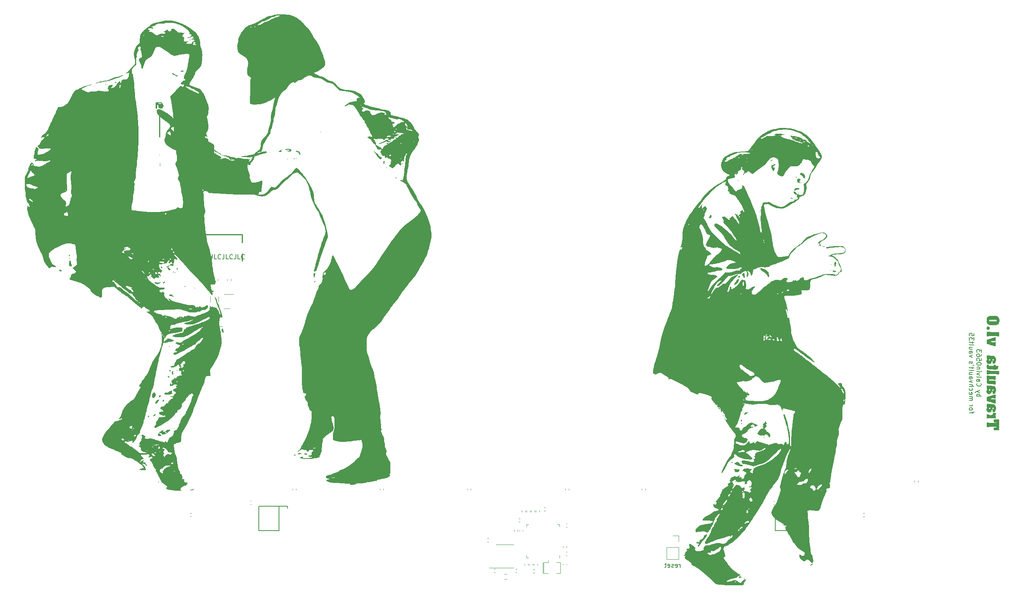
<source format=gbr>
%TF.GenerationSoftware,KiCad,Pcbnew,(7.0.0)*%
%TF.CreationDate,2023-08-01T19:57:12+02:00*%
%TF.ProjectId,travaulta,74726176-6175-46c7-9461-2e6b69636164,rev?*%
%TF.SameCoordinates,Original*%
%TF.FileFunction,Legend,Bot*%
%TF.FilePolarity,Positive*%
%FSLAX46Y46*%
G04 Gerber Fmt 4.6, Leading zero omitted, Abs format (unit mm)*
G04 Created by KiCad (PCBNEW (7.0.0)) date 2023-08-01 19:57:12*
%MOMM*%
%LPD*%
G01*
G04 APERTURE LIST*
%ADD10C,0.150000*%
%ADD11C,0.120000*%
%ADD12C,0.170180*%
%ADD13C,0.002540*%
%ADD14C,0.254000*%
G04 APERTURE END LIST*
D10*
X77930951Y-50294380D02*
X77930951Y-51008666D01*
X77930951Y-51008666D02*
X77883332Y-51151523D01*
X77883332Y-51151523D02*
X77788094Y-51246761D01*
X77788094Y-51246761D02*
X77645237Y-51294380D01*
X77645237Y-51294380D02*
X77549999Y-51294380D01*
X78883332Y-51294380D02*
X78407142Y-51294380D01*
X78407142Y-51294380D02*
X78407142Y-50294380D01*
X79788094Y-51199142D02*
X79740475Y-51246761D01*
X79740475Y-51246761D02*
X79597618Y-51294380D01*
X79597618Y-51294380D02*
X79502380Y-51294380D01*
X79502380Y-51294380D02*
X79359523Y-51246761D01*
X79359523Y-51246761D02*
X79264285Y-51151523D01*
X79264285Y-51151523D02*
X79216666Y-51056285D01*
X79216666Y-51056285D02*
X79169047Y-50865809D01*
X79169047Y-50865809D02*
X79169047Y-50722952D01*
X79169047Y-50722952D02*
X79216666Y-50532476D01*
X79216666Y-50532476D02*
X79264285Y-50437238D01*
X79264285Y-50437238D02*
X79359523Y-50342000D01*
X79359523Y-50342000D02*
X79502380Y-50294380D01*
X79502380Y-50294380D02*
X79597618Y-50294380D01*
X79597618Y-50294380D02*
X79740475Y-50342000D01*
X79740475Y-50342000D02*
X79788094Y-50389619D01*
X80502380Y-50294380D02*
X80502380Y-51008666D01*
X80502380Y-51008666D02*
X80454761Y-51151523D01*
X80454761Y-51151523D02*
X80359523Y-51246761D01*
X80359523Y-51246761D02*
X80216666Y-51294380D01*
X80216666Y-51294380D02*
X80121428Y-51294380D01*
X81454761Y-51294380D02*
X80978571Y-51294380D01*
X80978571Y-51294380D02*
X80978571Y-50294380D01*
X82359523Y-51199142D02*
X82311904Y-51246761D01*
X82311904Y-51246761D02*
X82169047Y-51294380D01*
X82169047Y-51294380D02*
X82073809Y-51294380D01*
X82073809Y-51294380D02*
X81930952Y-51246761D01*
X81930952Y-51246761D02*
X81835714Y-51151523D01*
X81835714Y-51151523D02*
X81788095Y-51056285D01*
X81788095Y-51056285D02*
X81740476Y-50865809D01*
X81740476Y-50865809D02*
X81740476Y-50722952D01*
X81740476Y-50722952D02*
X81788095Y-50532476D01*
X81788095Y-50532476D02*
X81835714Y-50437238D01*
X81835714Y-50437238D02*
X81930952Y-50342000D01*
X81930952Y-50342000D02*
X82073809Y-50294380D01*
X82073809Y-50294380D02*
X82169047Y-50294380D01*
X82169047Y-50294380D02*
X82311904Y-50342000D01*
X82311904Y-50342000D02*
X82359523Y-50389619D01*
X83073809Y-50294380D02*
X83073809Y-51008666D01*
X83073809Y-51008666D02*
X83026190Y-51151523D01*
X83026190Y-51151523D02*
X82930952Y-51246761D01*
X82930952Y-51246761D02*
X82788095Y-51294380D01*
X82788095Y-51294380D02*
X82692857Y-51294380D01*
X84026190Y-51294380D02*
X83550000Y-51294380D01*
X83550000Y-51294380D02*
X83550000Y-50294380D01*
X84930952Y-51199142D02*
X84883333Y-51246761D01*
X84883333Y-51246761D02*
X84740476Y-51294380D01*
X84740476Y-51294380D02*
X84645238Y-51294380D01*
X84645238Y-51294380D02*
X84502381Y-51246761D01*
X84502381Y-51246761D02*
X84407143Y-51151523D01*
X84407143Y-51151523D02*
X84359524Y-51056285D01*
X84359524Y-51056285D02*
X84311905Y-50865809D01*
X84311905Y-50865809D02*
X84311905Y-50722952D01*
X84311905Y-50722952D02*
X84359524Y-50532476D01*
X84359524Y-50532476D02*
X84407143Y-50437238D01*
X84407143Y-50437238D02*
X84502381Y-50342000D01*
X84502381Y-50342000D02*
X84645238Y-50294380D01*
X84645238Y-50294380D02*
X84740476Y-50294380D01*
X84740476Y-50294380D02*
X84883333Y-50342000D01*
X84883333Y-50342000D02*
X84930952Y-50389619D01*
X85645238Y-50294380D02*
X85645238Y-51008666D01*
X85645238Y-51008666D02*
X85597619Y-51151523D01*
X85597619Y-51151523D02*
X85502381Y-51246761D01*
X85502381Y-51246761D02*
X85359524Y-51294380D01*
X85359524Y-51294380D02*
X85264286Y-51294380D01*
X86597619Y-51294380D02*
X86121429Y-51294380D01*
X86121429Y-51294380D02*
X86121429Y-50294380D01*
X87502381Y-51199142D02*
X87454762Y-51246761D01*
X87454762Y-51246761D02*
X87311905Y-51294380D01*
X87311905Y-51294380D02*
X87216667Y-51294380D01*
X87216667Y-51294380D02*
X87073810Y-51246761D01*
X87073810Y-51246761D02*
X86978572Y-51151523D01*
X86978572Y-51151523D02*
X86930953Y-51056285D01*
X86930953Y-51056285D02*
X86883334Y-50865809D01*
X86883334Y-50865809D02*
X86883334Y-50722952D01*
X86883334Y-50722952D02*
X86930953Y-50532476D01*
X86930953Y-50532476D02*
X86978572Y-50437238D01*
X86978572Y-50437238D02*
X87073810Y-50342000D01*
X87073810Y-50342000D02*
X87216667Y-50294380D01*
X87216667Y-50294380D02*
X87311905Y-50294380D01*
X87311905Y-50294380D02*
X87454762Y-50342000D01*
X87454762Y-50342000D02*
X87502381Y-50389619D01*
X247298869Y-81285714D02*
X248298869Y-81285714D01*
X247917916Y-81285714D02*
X247965535Y-81190476D01*
X247965535Y-81190476D02*
X247965535Y-81000000D01*
X247965535Y-81000000D02*
X247917916Y-80904762D01*
X247917916Y-80904762D02*
X247870297Y-80857143D01*
X247870297Y-80857143D02*
X247775059Y-80809524D01*
X247775059Y-80809524D02*
X247489345Y-80809524D01*
X247489345Y-80809524D02*
X247394107Y-80857143D01*
X247394107Y-80857143D02*
X247346488Y-80904762D01*
X247346488Y-80904762D02*
X247298869Y-81000000D01*
X247298869Y-81000000D02*
X247298869Y-81190476D01*
X247298869Y-81190476D02*
X247346488Y-81285714D01*
X247965535Y-80476190D02*
X247298869Y-80238095D01*
X247965535Y-80000000D02*
X247298869Y-80238095D01*
X247298869Y-80238095D02*
X247060773Y-80333333D01*
X247060773Y-80333333D02*
X247013154Y-80380952D01*
X247013154Y-80380952D02*
X246965535Y-80476190D01*
X247394107Y-78447619D02*
X247346488Y-78495238D01*
X247346488Y-78495238D02*
X247298869Y-78638095D01*
X247298869Y-78638095D02*
X247298869Y-78733333D01*
X247298869Y-78733333D02*
X247346488Y-78876190D01*
X247346488Y-78876190D02*
X247441726Y-78971428D01*
X247441726Y-78971428D02*
X247536964Y-79019047D01*
X247536964Y-79019047D02*
X247727440Y-79066666D01*
X247727440Y-79066666D02*
X247870297Y-79066666D01*
X247870297Y-79066666D02*
X248060773Y-79019047D01*
X248060773Y-79019047D02*
X248156011Y-78971428D01*
X248156011Y-78971428D02*
X248251250Y-78876190D01*
X248251250Y-78876190D02*
X248298869Y-78733333D01*
X248298869Y-78733333D02*
X248298869Y-78638095D01*
X248298869Y-78638095D02*
X248251250Y-78495238D01*
X248251250Y-78495238D02*
X248203630Y-78447619D01*
X247298869Y-77590476D02*
X247822678Y-77590476D01*
X247822678Y-77590476D02*
X247917916Y-77638095D01*
X247917916Y-77638095D02*
X247965535Y-77733333D01*
X247965535Y-77733333D02*
X247965535Y-77923809D01*
X247965535Y-77923809D02*
X247917916Y-78019047D01*
X247346488Y-77590476D02*
X247298869Y-77685714D01*
X247298869Y-77685714D02*
X247298869Y-77923809D01*
X247298869Y-77923809D02*
X247346488Y-78019047D01*
X247346488Y-78019047D02*
X247441726Y-78066666D01*
X247441726Y-78066666D02*
X247536964Y-78066666D01*
X247536964Y-78066666D02*
X247632202Y-78019047D01*
X247632202Y-78019047D02*
X247679821Y-77923809D01*
X247679821Y-77923809D02*
X247679821Y-77685714D01*
X247679821Y-77685714D02*
X247727440Y-77590476D01*
X247298869Y-76971428D02*
X247346488Y-77066666D01*
X247346488Y-77066666D02*
X247441726Y-77114285D01*
X247441726Y-77114285D02*
X248298869Y-77114285D01*
X247965535Y-76685713D02*
X247298869Y-76447618D01*
X247298869Y-76447618D02*
X247965535Y-76209523D01*
X247298869Y-75828570D02*
X247965535Y-75828570D01*
X248298869Y-75828570D02*
X248251250Y-75876189D01*
X248251250Y-75876189D02*
X248203630Y-75828570D01*
X248203630Y-75828570D02*
X248251250Y-75780951D01*
X248251250Y-75780951D02*
X248298869Y-75828570D01*
X248298869Y-75828570D02*
X248203630Y-75828570D01*
X247965535Y-75352380D02*
X247298869Y-75352380D01*
X247870297Y-75352380D02*
X247917916Y-75304761D01*
X247917916Y-75304761D02*
X247965535Y-75209523D01*
X247965535Y-75209523D02*
X247965535Y-75066666D01*
X247965535Y-75066666D02*
X247917916Y-74971428D01*
X247917916Y-74971428D02*
X247822678Y-74923809D01*
X247822678Y-74923809D02*
X247298869Y-74923809D01*
X248298869Y-74257142D02*
X248298869Y-74161904D01*
X248298869Y-74161904D02*
X248251250Y-74066666D01*
X248251250Y-74066666D02*
X248203630Y-74019047D01*
X248203630Y-74019047D02*
X248108392Y-73971428D01*
X248108392Y-73971428D02*
X247917916Y-73923809D01*
X247917916Y-73923809D02*
X247679821Y-73923809D01*
X247679821Y-73923809D02*
X247489345Y-73971428D01*
X247489345Y-73971428D02*
X247394107Y-74019047D01*
X247394107Y-74019047D02*
X247346488Y-74066666D01*
X247346488Y-74066666D02*
X247298869Y-74161904D01*
X247298869Y-74161904D02*
X247298869Y-74257142D01*
X247298869Y-74257142D02*
X247346488Y-74352380D01*
X247346488Y-74352380D02*
X247394107Y-74399999D01*
X247394107Y-74399999D02*
X247489345Y-74447618D01*
X247489345Y-74447618D02*
X247679821Y-74495237D01*
X247679821Y-74495237D02*
X247917916Y-74495237D01*
X247917916Y-74495237D02*
X248108392Y-74447618D01*
X248108392Y-74447618D02*
X248203630Y-74399999D01*
X248203630Y-74399999D02*
X248251250Y-74352380D01*
X248251250Y-74352380D02*
X248298869Y-74257142D01*
X248298869Y-73019047D02*
X248298869Y-73495237D01*
X248298869Y-73495237D02*
X247822678Y-73542856D01*
X247822678Y-73542856D02*
X247870297Y-73495237D01*
X247870297Y-73495237D02*
X247917916Y-73399999D01*
X247917916Y-73399999D02*
X247917916Y-73161904D01*
X247917916Y-73161904D02*
X247870297Y-73066666D01*
X247870297Y-73066666D02*
X247822678Y-73019047D01*
X247822678Y-73019047D02*
X247727440Y-72971428D01*
X247727440Y-72971428D02*
X247489345Y-72971428D01*
X247489345Y-72971428D02*
X247394107Y-73019047D01*
X247394107Y-73019047D02*
X247346488Y-73066666D01*
X247346488Y-73066666D02*
X247298869Y-73161904D01*
X247298869Y-73161904D02*
X247298869Y-73399999D01*
X247298869Y-73399999D02*
X247346488Y-73495237D01*
X247346488Y-73495237D02*
X247394107Y-73542856D01*
X248298869Y-72114285D02*
X248298869Y-72304761D01*
X248298869Y-72304761D02*
X248251250Y-72399999D01*
X248251250Y-72399999D02*
X248203630Y-72447618D01*
X248203630Y-72447618D02*
X248060773Y-72542856D01*
X248060773Y-72542856D02*
X247870297Y-72590475D01*
X247870297Y-72590475D02*
X247489345Y-72590475D01*
X247489345Y-72590475D02*
X247394107Y-72542856D01*
X247394107Y-72542856D02*
X247346488Y-72495237D01*
X247346488Y-72495237D02*
X247298869Y-72399999D01*
X247298869Y-72399999D02*
X247298869Y-72209523D01*
X247298869Y-72209523D02*
X247346488Y-72114285D01*
X247346488Y-72114285D02*
X247394107Y-72066666D01*
X247394107Y-72066666D02*
X247489345Y-72019047D01*
X247489345Y-72019047D02*
X247727440Y-72019047D01*
X247727440Y-72019047D02*
X247822678Y-72066666D01*
X247822678Y-72066666D02*
X247870297Y-72114285D01*
X247870297Y-72114285D02*
X247917916Y-72209523D01*
X247917916Y-72209523D02*
X247917916Y-72399999D01*
X247917916Y-72399999D02*
X247870297Y-72495237D01*
X247870297Y-72495237D02*
X247822678Y-72542856D01*
X247822678Y-72542856D02*
X247727440Y-72590475D01*
X248298869Y-71685713D02*
X248298869Y-71066666D01*
X248298869Y-71066666D02*
X247917916Y-71399999D01*
X247917916Y-71399999D02*
X247917916Y-71257142D01*
X247917916Y-71257142D02*
X247870297Y-71161904D01*
X247870297Y-71161904D02*
X247822678Y-71114285D01*
X247822678Y-71114285D02*
X247727440Y-71066666D01*
X247727440Y-71066666D02*
X247489345Y-71066666D01*
X247489345Y-71066666D02*
X247394107Y-71114285D01*
X247394107Y-71114285D02*
X247346488Y-71161904D01*
X247346488Y-71161904D02*
X247298869Y-71257142D01*
X247298869Y-71257142D02*
X247298869Y-71542856D01*
X247298869Y-71542856D02*
X247346488Y-71638094D01*
X247346488Y-71638094D02*
X247394107Y-71685713D01*
X246345535Y-84990477D02*
X246345535Y-84609525D01*
X245678869Y-84847620D02*
X246536011Y-84847620D01*
X246536011Y-84847620D02*
X246631250Y-84800001D01*
X246631250Y-84800001D02*
X246678869Y-84704763D01*
X246678869Y-84704763D02*
X246678869Y-84609525D01*
X245678869Y-84133334D02*
X245726488Y-84228572D01*
X245726488Y-84228572D02*
X245774107Y-84276191D01*
X245774107Y-84276191D02*
X245869345Y-84323810D01*
X245869345Y-84323810D02*
X246155059Y-84323810D01*
X246155059Y-84323810D02*
X246250297Y-84276191D01*
X246250297Y-84276191D02*
X246297916Y-84228572D01*
X246297916Y-84228572D02*
X246345535Y-84133334D01*
X246345535Y-84133334D02*
X246345535Y-83990477D01*
X246345535Y-83990477D02*
X246297916Y-83895239D01*
X246297916Y-83895239D02*
X246250297Y-83847620D01*
X246250297Y-83847620D02*
X246155059Y-83800001D01*
X246155059Y-83800001D02*
X245869345Y-83800001D01*
X245869345Y-83800001D02*
X245774107Y-83847620D01*
X245774107Y-83847620D02*
X245726488Y-83895239D01*
X245726488Y-83895239D02*
X245678869Y-83990477D01*
X245678869Y-83990477D02*
X245678869Y-84133334D01*
X245678869Y-83371429D02*
X246345535Y-83371429D01*
X246155059Y-83371429D02*
X246250297Y-83323810D01*
X246250297Y-83323810D02*
X246297916Y-83276191D01*
X246297916Y-83276191D02*
X246345535Y-83180953D01*
X246345535Y-83180953D02*
X246345535Y-83085715D01*
X245678869Y-82152381D02*
X246345535Y-82152381D01*
X246250297Y-82152381D02*
X246297916Y-82104762D01*
X246297916Y-82104762D02*
X246345535Y-82009524D01*
X246345535Y-82009524D02*
X246345535Y-81866667D01*
X246345535Y-81866667D02*
X246297916Y-81771429D01*
X246297916Y-81771429D02*
X246202678Y-81723810D01*
X246202678Y-81723810D02*
X245678869Y-81723810D01*
X246202678Y-81723810D02*
X246297916Y-81676191D01*
X246297916Y-81676191D02*
X246345535Y-81580953D01*
X246345535Y-81580953D02*
X246345535Y-81438096D01*
X246345535Y-81438096D02*
X246297916Y-81342857D01*
X246297916Y-81342857D02*
X246202678Y-81295238D01*
X246202678Y-81295238D02*
X245678869Y-81295238D01*
X245726488Y-80438096D02*
X245678869Y-80533334D01*
X245678869Y-80533334D02*
X245678869Y-80723810D01*
X245678869Y-80723810D02*
X245726488Y-80819048D01*
X245726488Y-80819048D02*
X245821726Y-80866667D01*
X245821726Y-80866667D02*
X246202678Y-80866667D01*
X246202678Y-80866667D02*
X246297916Y-80819048D01*
X246297916Y-80819048D02*
X246345535Y-80723810D01*
X246345535Y-80723810D02*
X246345535Y-80533334D01*
X246345535Y-80533334D02*
X246297916Y-80438096D01*
X246297916Y-80438096D02*
X246202678Y-80390477D01*
X246202678Y-80390477D02*
X246107440Y-80390477D01*
X246107440Y-80390477D02*
X246012202Y-80866667D01*
X245726488Y-79533334D02*
X245678869Y-79628572D01*
X245678869Y-79628572D02*
X245678869Y-79819048D01*
X245678869Y-79819048D02*
X245726488Y-79914286D01*
X245726488Y-79914286D02*
X245774107Y-79961905D01*
X245774107Y-79961905D02*
X245869345Y-80009524D01*
X245869345Y-80009524D02*
X246155059Y-80009524D01*
X246155059Y-80009524D02*
X246250297Y-79961905D01*
X246250297Y-79961905D02*
X246297916Y-79914286D01*
X246297916Y-79914286D02*
X246345535Y-79819048D01*
X246345535Y-79819048D02*
X246345535Y-79628572D01*
X246345535Y-79628572D02*
X246297916Y-79533334D01*
X245678869Y-79104762D02*
X246678869Y-79104762D01*
X245678869Y-78676191D02*
X246202678Y-78676191D01*
X246202678Y-78676191D02*
X246297916Y-78723810D01*
X246297916Y-78723810D02*
X246345535Y-78819048D01*
X246345535Y-78819048D02*
X246345535Y-78961905D01*
X246345535Y-78961905D02*
X246297916Y-79057143D01*
X246297916Y-79057143D02*
X246250297Y-79104762D01*
X246345535Y-78295238D02*
X245678869Y-78057143D01*
X245678869Y-78057143D02*
X246345535Y-77819048D01*
X245678869Y-77009524D02*
X246202678Y-77009524D01*
X246202678Y-77009524D02*
X246297916Y-77057143D01*
X246297916Y-77057143D02*
X246345535Y-77152381D01*
X246345535Y-77152381D02*
X246345535Y-77342857D01*
X246345535Y-77342857D02*
X246297916Y-77438095D01*
X245726488Y-77009524D02*
X245678869Y-77104762D01*
X245678869Y-77104762D02*
X245678869Y-77342857D01*
X245678869Y-77342857D02*
X245726488Y-77438095D01*
X245726488Y-77438095D02*
X245821726Y-77485714D01*
X245821726Y-77485714D02*
X245916964Y-77485714D01*
X245916964Y-77485714D02*
X246012202Y-77438095D01*
X246012202Y-77438095D02*
X246059821Y-77342857D01*
X246059821Y-77342857D02*
X246059821Y-77104762D01*
X246059821Y-77104762D02*
X246107440Y-77009524D01*
X246345535Y-76104762D02*
X245678869Y-76104762D01*
X246345535Y-76533333D02*
X245821726Y-76533333D01*
X245821726Y-76533333D02*
X245726488Y-76485714D01*
X245726488Y-76485714D02*
X245678869Y-76390476D01*
X245678869Y-76390476D02*
X245678869Y-76247619D01*
X245678869Y-76247619D02*
X245726488Y-76152381D01*
X245726488Y-76152381D02*
X245774107Y-76104762D01*
X245678869Y-75485714D02*
X245726488Y-75580952D01*
X245726488Y-75580952D02*
X245821726Y-75628571D01*
X245821726Y-75628571D02*
X246678869Y-75628571D01*
X246345535Y-75247618D02*
X246345535Y-74866666D01*
X246678869Y-75104761D02*
X245821726Y-75104761D01*
X245821726Y-75104761D02*
X245726488Y-75057142D01*
X245726488Y-75057142D02*
X245678869Y-74961904D01*
X245678869Y-74961904D02*
X245678869Y-74866666D01*
X246678869Y-74485713D02*
X246488392Y-74580951D01*
X245726488Y-74104761D02*
X245678869Y-74009523D01*
X245678869Y-74009523D02*
X245678869Y-73819047D01*
X245678869Y-73819047D02*
X245726488Y-73723809D01*
X245726488Y-73723809D02*
X245821726Y-73676190D01*
X245821726Y-73676190D02*
X245869345Y-73676190D01*
X245869345Y-73676190D02*
X245964583Y-73723809D01*
X245964583Y-73723809D02*
X246012202Y-73819047D01*
X246012202Y-73819047D02*
X246012202Y-73961904D01*
X246012202Y-73961904D02*
X246059821Y-74057142D01*
X246059821Y-74057142D02*
X246155059Y-74104761D01*
X246155059Y-74104761D02*
X246202678Y-74104761D01*
X246202678Y-74104761D02*
X246297916Y-74057142D01*
X246297916Y-74057142D02*
X246345535Y-73961904D01*
X246345535Y-73961904D02*
X246345535Y-73819047D01*
X246345535Y-73819047D02*
X246297916Y-73723809D01*
X246345535Y-72742856D02*
X245678869Y-72504761D01*
X245678869Y-72504761D02*
X246345535Y-72266666D01*
X245678869Y-71457142D02*
X246202678Y-71457142D01*
X246202678Y-71457142D02*
X246297916Y-71504761D01*
X246297916Y-71504761D02*
X246345535Y-71599999D01*
X246345535Y-71599999D02*
X246345535Y-71790475D01*
X246345535Y-71790475D02*
X246297916Y-71885713D01*
X245726488Y-71457142D02*
X245678869Y-71552380D01*
X245678869Y-71552380D02*
X245678869Y-71790475D01*
X245678869Y-71790475D02*
X245726488Y-71885713D01*
X245726488Y-71885713D02*
X245821726Y-71933332D01*
X245821726Y-71933332D02*
X245916964Y-71933332D01*
X245916964Y-71933332D02*
X246012202Y-71885713D01*
X246012202Y-71885713D02*
X246059821Y-71790475D01*
X246059821Y-71790475D02*
X246059821Y-71552380D01*
X246059821Y-71552380D02*
X246107440Y-71457142D01*
X246345535Y-70552380D02*
X245678869Y-70552380D01*
X246345535Y-70980951D02*
X245821726Y-70980951D01*
X245821726Y-70980951D02*
X245726488Y-70933332D01*
X245726488Y-70933332D02*
X245678869Y-70838094D01*
X245678869Y-70838094D02*
X245678869Y-70695237D01*
X245678869Y-70695237D02*
X245726488Y-70599999D01*
X245726488Y-70599999D02*
X245774107Y-70552380D01*
X245678869Y-69933332D02*
X245726488Y-70028570D01*
X245726488Y-70028570D02*
X245821726Y-70076189D01*
X245821726Y-70076189D02*
X246678869Y-70076189D01*
X246345535Y-69695236D02*
X246345535Y-69314284D01*
X246678869Y-69552379D02*
X245821726Y-69552379D01*
X245821726Y-69552379D02*
X245726488Y-69504760D01*
X245726488Y-69504760D02*
X245678869Y-69409522D01*
X245678869Y-69409522D02*
X245678869Y-69314284D01*
X246678869Y-69076188D02*
X246678869Y-68457141D01*
X246678869Y-68457141D02*
X246297916Y-68790474D01*
X246297916Y-68790474D02*
X246297916Y-68647617D01*
X246297916Y-68647617D02*
X246250297Y-68552379D01*
X246250297Y-68552379D02*
X246202678Y-68504760D01*
X246202678Y-68504760D02*
X246107440Y-68457141D01*
X246107440Y-68457141D02*
X245869345Y-68457141D01*
X245869345Y-68457141D02*
X245774107Y-68504760D01*
X245774107Y-68504760D02*
X245726488Y-68552379D01*
X245726488Y-68552379D02*
X245678869Y-68647617D01*
X245678869Y-68647617D02*
X245678869Y-68933331D01*
X245678869Y-68933331D02*
X245726488Y-69028569D01*
X245726488Y-69028569D02*
X245774107Y-69076188D01*
X246678869Y-67552379D02*
X246678869Y-68028569D01*
X246678869Y-68028569D02*
X246202678Y-68076188D01*
X246202678Y-68076188D02*
X246250297Y-68028569D01*
X246250297Y-68028569D02*
X246297916Y-67933331D01*
X246297916Y-67933331D02*
X246297916Y-67695236D01*
X246297916Y-67695236D02*
X246250297Y-67599998D01*
X246250297Y-67599998D02*
X246202678Y-67552379D01*
X246202678Y-67552379D02*
X246107440Y-67504760D01*
X246107440Y-67504760D02*
X245869345Y-67504760D01*
X245869345Y-67504760D02*
X245774107Y-67552379D01*
X245774107Y-67552379D02*
X245726488Y-67599998D01*
X245726488Y-67599998D02*
X245678869Y-67695236D01*
X245678869Y-67695236D02*
X245678869Y-67933331D01*
X245678869Y-67933331D02*
X245726488Y-68028569D01*
X245726488Y-68028569D02*
X245774107Y-68076188D01*
X182594047Y-118636130D02*
X182594047Y-117969464D01*
X182594047Y-118159940D02*
X182546428Y-118064702D01*
X182546428Y-118064702D02*
X182498809Y-118017083D01*
X182498809Y-118017083D02*
X182403571Y-117969464D01*
X182403571Y-117969464D02*
X182308333Y-117969464D01*
X181594047Y-118588511D02*
X181689285Y-118636130D01*
X181689285Y-118636130D02*
X181879761Y-118636130D01*
X181879761Y-118636130D02*
X181974999Y-118588511D01*
X181974999Y-118588511D02*
X182022618Y-118493273D01*
X182022618Y-118493273D02*
X182022618Y-118112321D01*
X182022618Y-118112321D02*
X181974999Y-118017083D01*
X181974999Y-118017083D02*
X181879761Y-117969464D01*
X181879761Y-117969464D02*
X181689285Y-117969464D01*
X181689285Y-117969464D02*
X181594047Y-118017083D01*
X181594047Y-118017083D02*
X181546428Y-118112321D01*
X181546428Y-118112321D02*
X181546428Y-118207559D01*
X181546428Y-118207559D02*
X182022618Y-118302797D01*
X181165475Y-118588511D02*
X181070237Y-118636130D01*
X181070237Y-118636130D02*
X180879761Y-118636130D01*
X180879761Y-118636130D02*
X180784523Y-118588511D01*
X180784523Y-118588511D02*
X180736904Y-118493273D01*
X180736904Y-118493273D02*
X180736904Y-118445654D01*
X180736904Y-118445654D02*
X180784523Y-118350416D01*
X180784523Y-118350416D02*
X180879761Y-118302797D01*
X180879761Y-118302797D02*
X181022618Y-118302797D01*
X181022618Y-118302797D02*
X181117856Y-118255178D01*
X181117856Y-118255178D02*
X181165475Y-118159940D01*
X181165475Y-118159940D02*
X181165475Y-118112321D01*
X181165475Y-118112321D02*
X181117856Y-118017083D01*
X181117856Y-118017083D02*
X181022618Y-117969464D01*
X181022618Y-117969464D02*
X180879761Y-117969464D01*
X180879761Y-117969464D02*
X180784523Y-118017083D01*
X179927380Y-118588511D02*
X180022618Y-118636130D01*
X180022618Y-118636130D02*
X180213094Y-118636130D01*
X180213094Y-118636130D02*
X180308332Y-118588511D01*
X180308332Y-118588511D02*
X180355951Y-118493273D01*
X180355951Y-118493273D02*
X180355951Y-118112321D01*
X180355951Y-118112321D02*
X180308332Y-118017083D01*
X180308332Y-118017083D02*
X180213094Y-117969464D01*
X180213094Y-117969464D02*
X180022618Y-117969464D01*
X180022618Y-117969464D02*
X179927380Y-118017083D01*
X179927380Y-118017083D02*
X179879761Y-118112321D01*
X179879761Y-118112321D02*
X179879761Y-118207559D01*
X179879761Y-118207559D02*
X180355951Y-118302797D01*
X179594046Y-117969464D02*
X179213094Y-117969464D01*
X179451189Y-117636130D02*
X179451189Y-118493273D01*
X179451189Y-118493273D02*
X179403570Y-118588511D01*
X179403570Y-118588511D02*
X179308332Y-118636130D01*
X179308332Y-118636130D02*
X179213094Y-118636130D01*
D11*
%TO.C,Y1*%
X152616000Y-117945000D02*
X152616000Y-117545000D01*
X152616000Y-119945000D02*
X152616000Y-117945000D01*
X152816000Y-117945000D02*
X152816000Y-117545000D01*
X152816000Y-117945000D02*
X152816000Y-119945000D01*
X152816000Y-119945000D02*
X153816000Y-119945000D01*
X153816000Y-117545000D02*
X152816000Y-117545000D01*
X153816000Y-117545000D02*
X153816000Y-117145000D01*
X155616000Y-119945000D02*
X156416000Y-119945000D01*
X156416000Y-117545000D02*
X155616000Y-117545000D01*
X156416000Y-117945000D02*
X156416000Y-117545000D01*
X156416000Y-119945000D02*
X156416000Y-117945000D01*
%TO.C,C7*%
X147611836Y-108691000D02*
X147396164Y-108691000D01*
X147611836Y-107971000D02*
X147396164Y-107971000D01*
%TO.C,C12*%
X202981600Y-104174305D02*
X203197272Y-104174305D01*
X202981600Y-104894305D02*
X203197272Y-104894305D01*
%TO.C,C15*%
X149391000Y-117912164D02*
X149391000Y-118127836D01*
X148671000Y-117912164D02*
X148671000Y-118127836D01*
%TO.C,G\u002A\u002A\u002A*%
G36*
X99737333Y-28913667D02*
G01*
X99695000Y-28956000D01*
X99652666Y-28913667D01*
X99695000Y-28871334D01*
X99737333Y-28913667D01*
G37*
G36*
X73152000Y-52197000D02*
G01*
X73109666Y-52239334D01*
X73067333Y-52197000D01*
X73109666Y-52154667D01*
X73152000Y-52197000D01*
G37*
G36*
X72898000Y-59817000D02*
G01*
X72855666Y-59859334D01*
X72813333Y-59817000D01*
X72855666Y-59774667D01*
X72898000Y-59817000D01*
G37*
G36*
X72728666Y-75141667D02*
G01*
X72686333Y-75184000D01*
X72644000Y-75141667D01*
X72686333Y-75099334D01*
X72728666Y-75141667D01*
G37*
G36*
X72728666Y-54059667D02*
G01*
X72686333Y-54102000D01*
X72644000Y-54059667D01*
X72686333Y-54017334D01*
X72728666Y-54059667D01*
G37*
G36*
X72136000Y-53043667D02*
G01*
X72093666Y-53086000D01*
X72051333Y-53043667D01*
X72093666Y-53001334D01*
X72136000Y-53043667D01*
G37*
G36*
X70866000Y-52197000D02*
G01*
X70823666Y-52239334D01*
X70781333Y-52197000D01*
X70823666Y-52154667D01*
X70866000Y-52197000D01*
G37*
G36*
X70781333Y-59647667D02*
G01*
X70739000Y-59690000D01*
X70696666Y-59647667D01*
X70739000Y-59605334D01*
X70781333Y-59647667D01*
G37*
G36*
X70696666Y-14012334D02*
G01*
X70654333Y-14054667D01*
X70612000Y-14012334D01*
X70654333Y-13970000D01*
X70696666Y-14012334D01*
G37*
G36*
X69850000Y-97070334D02*
G01*
X69807666Y-97112667D01*
X69765333Y-97070334D01*
X69807666Y-97028000D01*
X69850000Y-97070334D01*
G37*
G36*
X61468000Y-10879667D02*
G01*
X61425666Y-10922000D01*
X61383333Y-10879667D01*
X61425666Y-10837334D01*
X61468000Y-10879667D01*
G37*
G36*
X54864000Y-12996334D02*
G01*
X54821666Y-13038667D01*
X54779333Y-12996334D01*
X54821666Y-12954000D01*
X54864000Y-12996334D01*
G37*
G36*
X54356000Y-13165667D02*
G01*
X54313666Y-13208000D01*
X54271333Y-13165667D01*
X54313666Y-13123334D01*
X54356000Y-13165667D01*
G37*
G36*
X43010666Y-25273000D02*
G01*
X42968333Y-25315334D01*
X42926000Y-25273000D01*
X42968333Y-25230667D01*
X43010666Y-25273000D01*
G37*
G36*
X78881111Y-79191556D02*
G01*
X78894357Y-79217022D01*
X78824666Y-79248000D01*
X78779844Y-79241890D01*
X78768222Y-79191556D01*
X78780631Y-79181423D01*
X78881111Y-79191556D01*
G37*
G36*
X73208444Y-10357556D02*
G01*
X73221690Y-10383022D01*
X73152000Y-10414000D01*
X73107178Y-10407890D01*
X73095555Y-10357556D01*
X73107965Y-10347423D01*
X73208444Y-10357556D01*
G37*
G36*
X70668444Y-58617556D02*
G01*
X70681690Y-58643022D01*
X70612000Y-58674000D01*
X70567178Y-58667890D01*
X70555555Y-58617556D01*
X70567965Y-58607423D01*
X70668444Y-58617556D01*
G37*
G36*
X69357875Y-10271497D02*
G01*
X69397064Y-10301972D01*
X69306722Y-10322649D01*
X69220848Y-10316663D01*
X69195597Y-10278181D01*
X69225551Y-10261403D01*
X69357875Y-10271497D01*
G37*
G36*
X69074631Y-28532667D02*
G01*
X69062829Y-28649136D01*
X69031927Y-28638500D01*
X69020744Y-28600176D01*
X69031927Y-28426834D01*
X69061326Y-28412471D01*
X69074631Y-28532667D01*
G37*
G36*
X54581778Y-13066889D02*
G01*
X54595023Y-13092355D01*
X54525333Y-13123334D01*
X54480511Y-13117223D01*
X54468889Y-13066889D01*
X54481298Y-13056756D01*
X54581778Y-13066889D01*
G37*
G36*
X49516631Y-38100000D02*
G01*
X49504829Y-38216470D01*
X49473927Y-38205834D01*
X49462744Y-38167509D01*
X49473927Y-37994167D01*
X49503326Y-37979805D01*
X49516631Y-38100000D01*
G37*
G36*
X76749480Y-57656619D02*
G01*
X76757866Y-57701010D01*
X76670663Y-57742667D01*
X76627916Y-57741011D01*
X76542409Y-57701016D01*
X76617483Y-57619283D01*
X76648011Y-57607777D01*
X76749480Y-57656619D01*
G37*
G36*
X72848771Y-75459199D02*
G01*
X72898000Y-75557945D01*
X72880576Y-75623830D01*
X72763944Y-75692000D01*
X72671434Y-75643129D01*
X72685650Y-75541676D01*
X72797458Y-75457403D01*
X72848771Y-75459199D01*
G37*
G36*
X72116041Y-54062217D02*
G01*
X72096294Y-54182415D01*
X72068123Y-54213339D01*
X71953439Y-54220825D01*
X71916201Y-54183020D01*
X71957878Y-54076922D01*
X72034139Y-54029844D01*
X72116041Y-54062217D01*
G37*
G36*
X71932418Y-88294252D02*
G01*
X71906282Y-88331863D01*
X71834670Y-88392000D01*
X71822834Y-88391176D01*
X71804188Y-88342166D01*
X71895082Y-88256915D01*
X71942397Y-88236315D01*
X71932418Y-88294252D01*
G37*
G36*
X69999757Y-55050032D02*
G01*
X69934666Y-55118000D01*
X69857970Y-55165470D01*
X69777866Y-55194150D01*
X69807666Y-55118000D01*
X69825790Y-55094941D01*
X69960830Y-55034630D01*
X69999757Y-55050032D01*
G37*
G36*
X69138418Y-52818918D02*
G01*
X69112282Y-52856530D01*
X69040670Y-52916667D01*
X69028834Y-52915843D01*
X69010188Y-52866832D01*
X69101082Y-52781582D01*
X69148397Y-52760981D01*
X69138418Y-52818918D01*
G37*
G36*
X57315081Y-12993706D02*
G01*
X57346006Y-13021877D01*
X57353491Y-13136561D01*
X57315686Y-13173799D01*
X57209588Y-13132122D01*
X57162511Y-13055861D01*
X57194883Y-12973959D01*
X57315081Y-12993706D01*
G37*
G36*
X96959084Y-29389696D02*
G01*
X97028000Y-29464000D01*
X97025719Y-29484088D01*
X96948330Y-29548667D01*
X96924576Y-29545437D01*
X96816333Y-29464000D01*
X96808368Y-29420379D01*
X96896003Y-29379334D01*
X96959084Y-29389696D01*
G37*
G36*
X75759769Y-3404246D02*
G01*
X75692000Y-3471334D01*
X75619472Y-3511251D01*
X75480333Y-3553407D01*
X75454897Y-3538421D01*
X75522666Y-3471334D01*
X75595194Y-3431416D01*
X75734333Y-3389260D01*
X75759769Y-3404246D01*
G37*
G36*
X74607423Y-57244219D02*
G01*
X74676000Y-57319334D01*
X74661672Y-57358283D01*
X74549000Y-57404000D01*
X74490576Y-57394448D01*
X74422000Y-57319334D01*
X74436328Y-57280384D01*
X74549000Y-57234667D01*
X74607423Y-57244219D01*
G37*
G36*
X71155620Y-70364648D02*
G01*
X71162333Y-70442667D01*
X71144956Y-70468005D01*
X71072670Y-70527334D01*
X71064220Y-70525132D01*
X71035333Y-70442667D01*
X71038779Y-70419461D01*
X71124997Y-70358000D01*
X71155620Y-70364648D01*
G37*
G36*
X69313778Y-18739556D02*
G01*
X69326013Y-18761013D01*
X69303148Y-18875034D01*
X69248388Y-18933706D01*
X69141272Y-18960203D01*
X69088000Y-18885664D01*
X69113541Y-18813882D01*
X69214750Y-18733172D01*
X69313778Y-18739556D01*
G37*
G36*
X66994473Y-55384184D02*
G01*
X67013666Y-55456667D01*
X66996337Y-55479789D01*
X66881670Y-55541334D01*
X66862767Y-55538910D01*
X66802000Y-55456667D01*
X66818154Y-55416205D01*
X66933997Y-55372000D01*
X66994473Y-55384184D01*
G37*
G36*
X49401129Y-51070155D02*
G01*
X49445333Y-51185997D01*
X49433150Y-51246473D01*
X49360666Y-51265667D01*
X49337544Y-51248337D01*
X49276000Y-51133670D01*
X49278423Y-51114768D01*
X49360666Y-51054000D01*
X49401129Y-51070155D01*
G37*
G36*
X99245755Y-29226733D02*
G01*
X99273684Y-29246082D01*
X99144666Y-29294667D01*
X98947951Y-29346406D01*
X98807800Y-29364199D01*
X98762849Y-29346953D01*
X98848333Y-29294667D01*
X98964613Y-29256323D01*
X99187000Y-29224391D01*
X99245755Y-29226733D01*
G37*
G36*
X72942398Y-53320567D02*
G01*
X72952426Y-53460493D01*
X72948271Y-53510440D01*
X72905419Y-53612434D01*
X72792166Y-53582637D01*
X72682776Y-53514415D01*
X72665401Y-53438454D01*
X72804260Y-53344856D01*
X72860902Y-53317064D01*
X72942398Y-53320567D01*
G37*
G36*
X71323680Y-75610260D02*
G01*
X71413005Y-75706625D01*
X71401487Y-75805624D01*
X71401206Y-75805905D01*
X71272683Y-75855093D01*
X71128206Y-75744221D01*
X71077107Y-75648518D01*
X71153982Y-75579920D01*
X71193731Y-75571443D01*
X71323680Y-75610260D01*
G37*
G36*
X71057364Y-76894919D02*
G01*
X71175220Y-76990972D01*
X71162333Y-77131334D01*
X71152401Y-77146431D01*
X71036556Y-77210741D01*
X70882933Y-77114400D01*
X70809644Y-77024932D01*
X70801863Y-76915989D01*
X70945670Y-76877334D01*
X71057364Y-76894919D01*
G37*
G36*
X69474833Y-53007080D02*
G01*
X69557704Y-53128127D01*
X69558244Y-53247927D01*
X69519087Y-53282034D01*
X69381622Y-53284911D01*
X69303990Y-53228638D01*
X69259748Y-53087716D01*
X69332407Y-52964929D01*
X69365474Y-52954765D01*
X69474833Y-53007080D01*
G37*
G36*
X66701759Y-85578951D02*
G01*
X66685160Y-85729055D01*
X66654426Y-85784518D01*
X66550657Y-85852000D01*
X66491691Y-85825045D01*
X66470497Y-85699883D01*
X66538713Y-85525461D01*
X66569312Y-85488855D01*
X66651478Y-85482668D01*
X66701759Y-85578951D01*
G37*
G36*
X49445333Y-50440167D02*
G01*
X49436663Y-50534991D01*
X49388889Y-50658889D01*
X49319294Y-50708713D01*
X49225203Y-50685069D01*
X49206611Y-50531465D01*
X49234933Y-50431446D01*
X49319089Y-50326059D01*
X49405589Y-50322707D01*
X49445333Y-50440167D01*
G37*
G36*
X98569772Y-29309325D02*
G01*
X98636666Y-29379334D01*
X98635875Y-29385761D01*
X98548765Y-29440816D01*
X98361500Y-29462704D01*
X98258864Y-29459781D01*
X98163845Y-29435551D01*
X98213333Y-29379334D01*
X98236335Y-29365458D01*
X98413916Y-29304700D01*
X98569772Y-29309325D01*
G37*
G36*
X72332352Y-54173957D02*
G01*
X72403628Y-54214978D01*
X72517197Y-54207099D01*
X72543845Y-54189986D01*
X72525577Y-54250167D01*
X72482204Y-54309619D01*
X72367825Y-54344411D01*
X72270120Y-54217025D01*
X72268741Y-54213416D01*
X72251500Y-54125671D01*
X72332352Y-54173957D01*
G37*
G36*
X70187370Y-56282167D02*
G01*
X70186881Y-56291852D01*
X70105463Y-56457938D01*
X69934666Y-56575546D01*
X69793230Y-56599870D01*
X69741953Y-56535467D01*
X69829823Y-56385067D01*
X69858300Y-56354221D01*
X70006183Y-56247340D01*
X70134130Y-56218068D01*
X70187370Y-56282167D01*
G37*
G36*
X69985470Y-82075876D02*
G01*
X69997611Y-82167458D01*
X69934545Y-82338480D01*
X69863658Y-82400362D01*
X69755740Y-82417071D01*
X69701332Y-82358040D01*
X69695829Y-82201848D01*
X69806665Y-82042832D01*
X69807757Y-82041927D01*
X69918591Y-81985820D01*
X69985470Y-82075876D01*
G37*
G36*
X69140524Y-30394938D02*
G01*
X69144201Y-30649334D01*
X69143715Y-30752938D01*
X69137658Y-30964113D01*
X69126133Y-31041301D01*
X69110990Y-30966834D01*
X69097290Y-30649751D01*
X69110990Y-30331834D01*
X69116651Y-30287004D01*
X69130725Y-30268272D01*
X69140524Y-30394938D01*
G37*
G36*
X69109562Y-81026349D02*
G01*
X69205709Y-81101408D01*
X69231200Y-81254326D01*
X69171772Y-81408078D01*
X69098653Y-81483827D01*
X68975588Y-81521685D01*
X68883931Y-81396269D01*
X68880664Y-81255079D01*
X68965634Y-81096965D01*
X69101024Y-81026000D01*
X69109562Y-81026349D01*
G37*
G36*
X59581794Y-12653163D02*
G01*
X59599726Y-12660192D01*
X59679484Y-12716125D01*
X59602960Y-12787925D01*
X59562509Y-12811539D01*
X59360406Y-12863775D01*
X59223964Y-12784069D01*
X59212052Y-12751042D01*
X59266669Y-12668838D01*
X59409953Y-12628881D01*
X59581794Y-12653163D01*
G37*
G36*
X47414087Y-53649400D02*
G01*
X47573109Y-53741019D01*
X47662388Y-53851025D01*
X47610889Y-53960889D01*
X47511931Y-54013354D01*
X47331855Y-53985511D01*
X47176831Y-53844556D01*
X47138306Y-53775847D01*
X47108475Y-53625730D01*
X47204733Y-53580019D01*
X47414087Y-53649400D01*
G37*
G36*
X82845925Y-66505105D02*
G01*
X82892705Y-66663712D01*
X82937946Y-66963454D01*
X82998266Y-67418170D01*
X82727985Y-67218342D01*
X82628078Y-67131137D01*
X82493801Y-66909383D01*
X82500325Y-66692087D01*
X82651772Y-66517201D01*
X82677371Y-66501548D01*
X82780012Y-66460196D01*
X82845925Y-66505105D01*
G37*
G36*
X68065148Y-85178167D02*
G01*
X68144729Y-85222309D01*
X68100506Y-85333050D01*
X67928625Y-85530425D01*
X67892549Y-85566570D01*
X67728639Y-85688249D01*
X67624409Y-85692276D01*
X67610707Y-85673446D01*
X67616888Y-85539895D01*
X67710434Y-85374619D01*
X67850707Y-85234062D01*
X67997071Y-85174667D01*
X68065148Y-85178167D01*
G37*
G36*
X74252666Y-10186220D02*
G01*
X74242103Y-10246496D01*
X74146833Y-10357927D01*
X74113770Y-10369556D01*
X73833532Y-10395305D01*
X73490666Y-10336649D01*
X73445900Y-10323421D01*
X73367378Y-10287395D01*
X73423719Y-10256972D01*
X73631432Y-10218271D01*
X73703567Y-10205840D01*
X73951563Y-10154954D01*
X74118265Y-10108791D01*
X74199545Y-10096960D01*
X74252666Y-10186220D01*
G37*
G36*
X71994459Y-75862875D02*
G01*
X71972803Y-76019200D01*
X71942563Y-76102397D01*
X71971278Y-76289229D01*
X72008057Y-76355455D01*
X72050037Y-76481375D01*
X72027329Y-76514505D01*
X71904455Y-76522797D01*
X71825212Y-76471226D01*
X71736873Y-76308380D01*
X71688494Y-76099319D01*
X71692942Y-75909451D01*
X71763084Y-75804182D01*
X71892112Y-75785995D01*
X71994459Y-75862875D01*
G37*
G36*
X95588666Y-27509742D02*
G01*
X95593510Y-27555922D01*
X95637805Y-27715537D01*
X95647153Y-27750945D01*
X95597273Y-27832717D01*
X95404972Y-27878245D01*
X95400443Y-27878801D01*
X95166365Y-27905926D01*
X94996000Y-27923009D01*
X94970371Y-27911453D01*
X95015987Y-27825796D01*
X95162135Y-27682559D01*
X95192810Y-27656542D01*
X95419672Y-27484871D01*
X95548153Y-27437344D01*
X95588666Y-27509742D01*
G37*
G36*
X76507091Y-101554877D02*
G01*
X76431901Y-101667582D01*
X76291200Y-101736975D01*
X76073000Y-101791489D01*
X75813318Y-101818803D01*
X75522666Y-101834114D01*
X75412326Y-101834874D01*
X75343894Y-101825172D01*
X75419474Y-101794800D01*
X75649666Y-101735529D01*
X75791708Y-101697824D01*
X76066738Y-101610445D01*
X76258362Y-101530834D01*
X76312004Y-101505993D01*
X76453790Y-101490506D01*
X76507091Y-101554877D01*
G37*
G36*
X68901165Y-89414658D02*
G01*
X69118142Y-89543124D01*
X69129883Y-89551124D01*
X69314791Y-89692340D01*
X69374461Y-89791735D01*
X69331757Y-89886009D01*
X69247648Y-89948838D01*
X69051581Y-89965376D01*
X68936731Y-89939124D01*
X68770500Y-89917156D01*
X68730713Y-89902309D01*
X68675136Y-89782990D01*
X68674246Y-89602285D01*
X68733429Y-89430834D01*
X68776433Y-89394579D01*
X68901165Y-89414658D01*
G37*
G36*
X68918666Y-82045934D02*
G01*
X68916390Y-82081585D01*
X68840434Y-82303267D01*
X68688893Y-82540853D01*
X68505508Y-82735732D01*
X68334024Y-82829292D01*
X68176785Y-82854606D01*
X68058188Y-82875981D01*
X68031859Y-82844164D01*
X68065189Y-82715675D01*
X68147671Y-82535329D01*
X68256106Y-82352587D01*
X68367296Y-82216913D01*
X68515980Y-82104730D01*
X68707526Y-82011572D01*
X68857839Y-81986985D01*
X68918666Y-82045934D01*
G37*
G36*
X67871859Y-80442728D02*
G01*
X68019125Y-80605580D01*
X68173623Y-80809977D01*
X68224888Y-80974710D01*
X68162629Y-81147155D01*
X67984314Y-81383894D01*
X67876564Y-81505378D01*
X67700482Y-81634039D01*
X67554408Y-81612912D01*
X67411515Y-81444850D01*
X67359888Y-81269028D01*
X67381028Y-80990561D01*
X67479087Y-80706363D01*
X67637768Y-80485529D01*
X67678584Y-80449611D01*
X67776057Y-80396314D01*
X67871859Y-80442728D01*
G37*
G36*
X71712666Y-59091628D02*
G01*
X71745169Y-59148321D01*
X71882000Y-59224334D01*
X71980363Y-59286196D01*
X72051333Y-59441706D01*
X72036237Y-59534677D01*
X71966666Y-59605334D01*
X71925703Y-59588530D01*
X71882000Y-59471606D01*
X71881065Y-59450818D01*
X71823162Y-59374475D01*
X71649166Y-59385005D01*
X71454691Y-59388521D01*
X71204666Y-59313445D01*
X70993000Y-59194759D01*
X71231345Y-59103713D01*
X71450917Y-59034953D01*
X71643348Y-59021036D01*
X71712666Y-59091628D01*
G37*
G36*
X69222768Y-56326741D02*
G01*
X69191988Y-56422552D01*
X69072431Y-56570766D01*
X69018079Y-56621887D01*
X68809412Y-56735585D01*
X68519733Y-56761662D01*
X68491968Y-56760703D01*
X68189236Y-56710091D01*
X67980473Y-56600547D01*
X67902666Y-56450708D01*
X67943442Y-56416390D01*
X68129123Y-56395607D01*
X68446350Y-56408458D01*
X68672622Y-56419995D01*
X68941091Y-56407972D01*
X69079939Y-56362195D01*
X69126735Y-56326474D01*
X69219187Y-56321632D01*
X69222768Y-56326741D01*
G37*
G36*
X49552184Y-51699432D02*
G01*
X49569934Y-51733826D01*
X49643659Y-51910792D01*
X49652512Y-52003933D01*
X49646893Y-52021543D01*
X49671354Y-52155018D01*
X49745821Y-52363217D01*
X49771361Y-52428804D01*
X49832178Y-52651643D01*
X49834256Y-52799550D01*
X49810060Y-52843184D01*
X49656430Y-52913723D01*
X49409925Y-52865275D01*
X49334758Y-52783801D01*
X49284834Y-52554799D01*
X49289032Y-52209623D01*
X49348773Y-51773667D01*
X49411788Y-51435000D01*
X49552184Y-51699432D01*
G37*
G36*
X99060000Y-27695875D02*
G01*
X99091987Y-27743512D01*
X99223511Y-27747657D01*
X99334917Y-27743819D01*
X99529046Y-27842284D01*
X99677903Y-28036971D01*
X99737333Y-28281965D01*
X99725888Y-28415219D01*
X99664003Y-28521164D01*
X99570262Y-28474523D01*
X99469670Y-28275865D01*
X99408815Y-28144122D01*
X99266586Y-28013230D01*
X99011850Y-27920559D01*
X98812254Y-27858051D01*
X98712660Y-27790546D01*
X98735143Y-27711694D01*
X98735590Y-27711156D01*
X98869563Y-27618638D01*
X99000827Y-27612418D01*
X99060000Y-27695875D01*
G37*
G36*
X71988925Y-10711520D02*
G01*
X72207617Y-10867165D01*
X72221525Y-10880141D01*
X72460311Y-11044628D01*
X72710563Y-11142746D01*
X72877941Y-11187527D01*
X72978069Y-11266588D01*
X72926222Y-11373556D01*
X72880765Y-11407351D01*
X72700688Y-11409395D01*
X72451563Y-11260667D01*
X72444354Y-11255026D01*
X72275434Y-11138650D01*
X72164979Y-11089451D01*
X72164340Y-11089428D01*
X72051775Y-11039996D01*
X71882552Y-10925371D01*
X71760875Y-10824545D01*
X71732847Y-10755725D01*
X71824107Y-10704589D01*
X71988925Y-10711520D01*
G37*
G36*
X71711659Y-80065281D02*
G01*
X71687995Y-80239193D01*
X71677983Y-80438379D01*
X71732775Y-80588909D01*
X71746254Y-80603000D01*
X71787258Y-80702526D01*
X71691092Y-80781882D01*
X71441796Y-80855702D01*
X71264471Y-80882157D01*
X70951036Y-80902860D01*
X70612000Y-80904997D01*
X70542298Y-80903042D01*
X70274748Y-80889390D01*
X70130915Y-80858427D01*
X70072615Y-80794747D01*
X70061666Y-80682943D01*
X70062183Y-80645131D01*
X70088437Y-80534288D01*
X70188643Y-80494495D01*
X70409774Y-80501234D01*
X70513310Y-80505823D01*
X70774384Y-80464835D01*
X71008129Y-80316232D01*
X71029868Y-80298434D01*
X71269058Y-80142359D01*
X71498597Y-80045371D01*
X71656427Y-80015530D01*
X71711659Y-80065281D01*
G37*
G36*
X97320272Y-27268917D02*
G01*
X97604036Y-27302829D01*
X97750989Y-27375994D01*
X97779142Y-27499343D01*
X97706508Y-27683805D01*
X97618220Y-27794829D01*
X97474172Y-27841379D01*
X97219773Y-27838588D01*
X97147172Y-27832416D01*
X96901416Y-27780061D01*
X96790422Y-27694245D01*
X96784532Y-27642218D01*
X96856587Y-27605678D01*
X97058970Y-27625422D01*
X97218443Y-27640032D01*
X97350171Y-27607816D01*
X97329746Y-27525747D01*
X97148727Y-27413736D01*
X97142800Y-27411053D01*
X96937854Y-27357609D01*
X96757000Y-27422968D01*
X96722593Y-27443649D01*
X96579432Y-27484758D01*
X96448797Y-27397083D01*
X96411745Y-27356229D01*
X96399900Y-27305903D01*
X96478573Y-27277708D01*
X96674024Y-27265384D01*
X97012514Y-27262667D01*
X97320272Y-27268917D01*
G37*
G36*
X68982817Y-19005476D02*
G01*
X69032518Y-19075136D01*
X69072502Y-19212307D01*
X69103651Y-19431529D01*
X69126850Y-19747343D01*
X69142982Y-20174289D01*
X69152931Y-20726909D01*
X69157580Y-21419743D01*
X69157813Y-22267334D01*
X69156768Y-22636043D01*
X69153234Y-23245990D01*
X69147835Y-23780185D01*
X69140896Y-24219914D01*
X69132742Y-24546458D01*
X69123698Y-24741103D01*
X69114089Y-24785130D01*
X69078773Y-24709907D01*
X68996925Y-24684294D01*
X68979794Y-24694315D01*
X68958388Y-24697129D01*
X68941157Y-24671654D01*
X68927552Y-24602217D01*
X68917022Y-24473147D01*
X68909019Y-24268774D01*
X68902993Y-23973425D01*
X68898394Y-23571430D01*
X68894673Y-23047117D01*
X68891280Y-22384815D01*
X68887665Y-21568852D01*
X68886563Y-20915721D01*
X68890377Y-20235190D01*
X68899707Y-19695541D01*
X68914355Y-19303870D01*
X68934126Y-19067274D01*
X68958824Y-18992849D01*
X68982817Y-19005476D01*
G37*
G36*
X71340739Y-53467000D02*
G01*
X71374926Y-53513527D01*
X71401159Y-53645347D01*
X71365292Y-53704872D01*
X71227237Y-53761740D01*
X71063990Y-53706670D01*
X70935261Y-53551667D01*
X70885935Y-53467000D01*
X71035333Y-53467000D01*
X71077666Y-53509334D01*
X71120000Y-53467000D01*
X71077666Y-53424667D01*
X71035333Y-53467000D01*
X70885935Y-53467000D01*
X70851718Y-53408267D01*
X70770400Y-53340000D01*
X70742482Y-53322344D01*
X70750715Y-53213000D01*
X70752341Y-53124823D01*
X70626055Y-53086000D01*
X70518459Y-53069102D01*
X70392248Y-52988252D01*
X70371510Y-52938095D01*
X70437634Y-52955890D01*
X70440726Y-52957693D01*
X70583185Y-52952692D01*
X70779812Y-52846512D01*
X70927853Y-52753641D01*
X71071159Y-52731294D01*
X71120000Y-52846111D01*
X71105776Y-52878457D01*
X70993000Y-52916667D01*
X70933773Y-52931418D01*
X70866000Y-53043667D01*
X70877434Y-53102354D01*
X70966376Y-53170667D01*
X71098268Y-53218904D01*
X71256357Y-53352159D01*
X71340739Y-53467000D01*
G37*
G36*
X92317476Y-27803435D02*
G01*
X92371333Y-27942657D01*
X92352046Y-28046717D01*
X92265500Y-28144111D01*
X92254571Y-28147035D01*
X92102976Y-28183614D01*
X91843241Y-28243558D01*
X91524666Y-28315465D01*
X91516847Y-28317219D01*
X91154960Y-28410487D01*
X90813611Y-28518341D01*
X90565729Y-28617789D01*
X90516716Y-28640800D01*
X90195001Y-28757458D01*
X89869957Y-28833982D01*
X89772410Y-28851420D01*
X89546099Y-28915211D01*
X89418078Y-28986371D01*
X89308328Y-29022418D01*
X89064709Y-29047377D01*
X88724500Y-29060267D01*
X88324257Y-29061031D01*
X87900533Y-29049610D01*
X87489885Y-29025947D01*
X87128867Y-28989984D01*
X86989179Y-28967299D01*
X86851966Y-28920401D01*
X86860459Y-28872648D01*
X86999524Y-28830411D01*
X87254027Y-28800059D01*
X87608833Y-28787963D01*
X87650262Y-28787703D01*
X87940213Y-28775144D01*
X88145040Y-28747672D01*
X88222666Y-28710593D01*
X88224132Y-28705184D01*
X88320821Y-28659773D01*
X88538923Y-28612922D01*
X88836500Y-28573967D01*
X89171887Y-28526803D01*
X89561780Y-28444471D01*
X89873666Y-28350411D01*
X90102112Y-28271172D01*
X90459833Y-28163288D01*
X90870310Y-28050811D01*
X91290596Y-27944531D01*
X91677744Y-27855239D01*
X91988805Y-27793724D01*
X92180833Y-27770776D01*
X92317476Y-27803435D01*
G37*
G36*
X70772272Y-89181720D02*
G01*
X70729270Y-89224817D01*
X70728035Y-89226308D01*
X70517563Y-89409224D01*
X70263603Y-89545448D01*
X70185664Y-89572390D01*
X69836249Y-89651608D01*
X69599963Y-89624807D01*
X69486801Y-89492667D01*
X69428111Y-89388589D01*
X69244093Y-89322037D01*
X69104619Y-89306271D01*
X68920052Y-89241315D01*
X68877715Y-89199045D01*
X70243756Y-89199045D01*
X70273649Y-89256201D01*
X70362061Y-89323334D01*
X70436058Y-89298300D01*
X70500416Y-89181720D01*
X70459600Y-89052400D01*
X70351182Y-89003139D01*
X70250437Y-89060371D01*
X70243756Y-89199045D01*
X68877715Y-89199045D01*
X68870891Y-89192232D01*
X68916177Y-89124263D01*
X69104763Y-89032228D01*
X69161619Y-89007409D01*
X69361263Y-88901922D01*
X69469061Y-88815235D01*
X69493267Y-88787515D01*
X69601850Y-88776616D01*
X69629640Y-88788003D01*
X69680666Y-88735664D01*
X69684153Y-88710944D01*
X69770330Y-88646000D01*
X69798048Y-88650644D01*
X69812389Y-88723026D01*
X69790743Y-88851921D01*
X69869389Y-89001652D01*
X70018025Y-89069334D01*
X70116287Y-89048287D01*
X70277966Y-88936751D01*
X70455230Y-88782382D01*
X70706191Y-88651620D01*
X70968399Y-88574186D01*
X71191701Y-88564440D01*
X71325943Y-88636739D01*
X71328793Y-88642828D01*
X71285915Y-88739041D01*
X71140440Y-88860001D01*
X70937010Y-89016619D01*
X70772272Y-89181720D01*
G37*
G36*
X69768624Y-17550640D02*
G01*
X69822699Y-17640519D01*
X69904652Y-17871133D01*
X69876544Y-18020026D01*
X69737952Y-18064079D01*
X69723051Y-18062965D01*
X69637978Y-18080507D01*
X69693419Y-18176365D01*
X69751716Y-18287405D01*
X69675222Y-18377823D01*
X69530171Y-18433759D01*
X69269655Y-18424001D01*
X69016709Y-18317883D01*
X68824961Y-18141769D01*
X68748037Y-17922022D01*
X68746625Y-17873706D01*
X68703529Y-17665414D01*
X68615094Y-17582169D01*
X68501089Y-17646064D01*
X68438506Y-17806880D01*
X68453691Y-18122758D01*
X68469781Y-18221445D01*
X68482645Y-18388847D01*
X68436741Y-18448589D01*
X68313461Y-18443186D01*
X68259126Y-18433328D01*
X68181903Y-18394709D01*
X68138939Y-18305697D01*
X68126148Y-18136796D01*
X68139446Y-17858507D01*
X68174751Y-17441334D01*
X68183739Y-17342055D01*
X68735896Y-17342055D01*
X68750338Y-17381377D01*
X68906283Y-17376544D01*
X69117482Y-17378698D01*
X69353443Y-17445471D01*
X69553666Y-17550640D01*
X69388037Y-17364191D01*
X69217019Y-17233075D01*
X69007037Y-17230862D01*
X68848266Y-17279822D01*
X68735896Y-17342055D01*
X68183739Y-17342055D01*
X68209245Y-17060334D01*
X68860289Y-17035605D01*
X68934276Y-17033289D01*
X69227695Y-17035072D01*
X69433632Y-17054150D01*
X69511333Y-17087290D01*
X69520074Y-17121654D01*
X69596928Y-17274240D01*
X69727272Y-17481907D01*
X69768624Y-17550640D01*
G37*
G36*
X60999421Y-11175937D02*
G01*
X60872111Y-11287877D01*
X60654967Y-11419343D01*
X60384923Y-11548395D01*
X60098913Y-11653095D01*
X59854720Y-11729424D01*
X59467731Y-11855854D01*
X59097333Y-11981865D01*
X58538513Y-12169085D01*
X57820265Y-12377522D01*
X57125679Y-12534587D01*
X56381784Y-12658459D01*
X56016161Y-12714817D01*
X55667437Y-12777255D01*
X55409577Y-12833165D01*
X55281117Y-12874967D01*
X55216447Y-12909735D01*
X55075666Y-12949703D01*
X55050232Y-12923700D01*
X55135571Y-12863006D01*
X55285475Y-12790654D01*
X55452175Y-12729650D01*
X55587900Y-12703000D01*
X55696130Y-12688420D01*
X55841900Y-12621237D01*
X55912109Y-12589588D01*
X56124671Y-12533177D01*
X56437337Y-12468745D01*
X56811333Y-12404944D01*
X57092582Y-12361533D01*
X57440446Y-12306996D01*
X57673463Y-12266482D01*
X57824179Y-12231911D01*
X57925139Y-12195205D01*
X58008889Y-12148283D01*
X58107974Y-12083068D01*
X58108972Y-12082415D01*
X58284664Y-11980399D01*
X58397108Y-11938000D01*
X58414873Y-11935267D01*
X58555021Y-11881847D01*
X58759920Y-11781701D01*
X58831839Y-11745489D01*
X59086575Y-11646005D01*
X59412815Y-11563212D01*
X59859333Y-11483899D01*
X59940731Y-11468154D01*
X60191027Y-11401828D01*
X60469871Y-11312161D01*
X60713016Y-11220729D01*
X60856213Y-11149111D01*
X60913726Y-11115310D01*
X61009254Y-11112365D01*
X60999421Y-11175937D01*
G37*
G36*
X77802235Y-3608700D02*
G01*
X77807948Y-3630414D01*
X77843812Y-3896928D01*
X77867245Y-4221339D01*
X77869175Y-4261960D01*
X77887343Y-4492521D01*
X77893905Y-4575788D01*
X77902746Y-4636425D01*
X77929548Y-4820240D01*
X77944743Y-4868334D01*
X77969077Y-4945353D01*
X77975708Y-4954435D01*
X78043725Y-5108894D01*
X78105860Y-5334000D01*
X78113040Y-5365875D01*
X78181356Y-5572003D01*
X78256460Y-5686207D01*
X78290828Y-5779940D01*
X78318845Y-6006973D01*
X78337333Y-6326773D01*
X78345469Y-6700007D01*
X78343365Y-6968409D01*
X78342433Y-7087345D01*
X78327400Y-7449453D01*
X78299550Y-7747000D01*
X78277457Y-7911787D01*
X78233742Y-8248068D01*
X78190046Y-8593667D01*
X78170708Y-8737159D01*
X78122263Y-8960899D01*
X78036704Y-9141848D01*
X77884808Y-9332425D01*
X77637351Y-9585050D01*
X77362252Y-9865958D01*
X77051469Y-10218873D01*
X76858781Y-10491484D01*
X76792667Y-10672871D01*
X76757020Y-10809865D01*
X76664063Y-11040800D01*
X76537948Y-11314692D01*
X76402838Y-11581555D01*
X76282893Y-11791406D01*
X76202275Y-11894261D01*
X76168317Y-11925892D01*
X76058898Y-12080339D01*
X75933416Y-12303578D01*
X75876733Y-12411052D01*
X75760613Y-12605956D01*
X75681901Y-12704209D01*
X75680996Y-12704812D01*
X75615106Y-12815448D01*
X75557396Y-13013186D01*
X75538054Y-13140740D01*
X75568751Y-13268318D01*
X75704288Y-13337888D01*
X75839986Y-13389086D01*
X75946000Y-13452245D01*
X75955368Y-13459808D01*
X76082408Y-13518632D01*
X76319085Y-13608305D01*
X76623333Y-13712654D01*
X76691837Y-13735360D01*
X76993444Y-13841085D01*
X77224210Y-13931055D01*
X77338767Y-13987821D01*
X77383832Y-14015359D01*
X77552731Y-14054667D01*
X77561836Y-14055041D01*
X77727656Y-14127900D01*
X77940492Y-14299502D01*
X78157393Y-14530056D01*
X78335408Y-14779769D01*
X78368098Y-14835394D01*
X78515892Y-15080003D01*
X78604426Y-15226532D01*
X78842440Y-15596405D01*
X78947496Y-15811295D01*
X78994000Y-16024723D01*
X79017805Y-16172904D01*
X79118307Y-16387985D01*
X79195132Y-16512974D01*
X79245307Y-16666538D01*
X79247790Y-16690777D01*
X79295366Y-16862954D01*
X79383632Y-17089871D01*
X79499273Y-17357384D01*
X79624614Y-17680620D01*
X79696545Y-17951993D01*
X79723458Y-18226509D01*
X79713745Y-18559176D01*
X79675798Y-19005003D01*
X79618424Y-19474749D01*
X79545752Y-19804580D01*
X79457609Y-19983607D01*
X79406015Y-20048461D01*
X79359829Y-20199571D01*
X79404970Y-20419800D01*
X79513989Y-20854204D01*
X79604870Y-21410277D01*
X79654238Y-21966228D01*
X79652438Y-22443103D01*
X79651295Y-22458314D01*
X79616601Y-22787007D01*
X79556397Y-23050694D01*
X79449053Y-23318773D01*
X79272939Y-23660640D01*
X79232052Y-23738799D01*
X79184360Y-23883688D01*
X79213580Y-24026344D01*
X79326431Y-24239491D01*
X79405790Y-24386305D01*
X79470437Y-24564685D01*
X79424446Y-24617245D01*
X79267460Y-24545838D01*
X79138232Y-24495705D01*
X78947364Y-24500935D01*
X78858744Y-24542367D01*
X78851349Y-24605282D01*
X78963825Y-24730122D01*
X79121360Y-24845106D01*
X79320975Y-24914399D01*
X79453188Y-24960870D01*
X79553158Y-25143074D01*
X79639820Y-25453749D01*
X79767259Y-25669292D01*
X79956645Y-25803128D01*
X80143790Y-25891082D01*
X80389571Y-26006209D01*
X80428537Y-26024633D01*
X80658599Y-26153418D01*
X80807864Y-26300288D01*
X80893378Y-26502937D01*
X80932185Y-26799060D01*
X80941333Y-27226351D01*
X80936512Y-27515143D01*
X80894722Y-28009622D01*
X80810362Y-28343563D01*
X80784440Y-28410160D01*
X80737480Y-28597025D01*
X80759929Y-28683865D01*
X80769390Y-28687654D01*
X80895056Y-28768648D01*
X81070307Y-28908207D01*
X81300147Y-29105703D01*
X81067357Y-29061202D01*
X81025786Y-29053878D01*
X80887152Y-29055696D01*
X80873304Y-29134518D01*
X80877999Y-29145294D01*
X80995864Y-29229612D01*
X81201853Y-29278239D01*
X81217632Y-29279820D01*
X81441962Y-29336478D01*
X81588849Y-29430757D01*
X81620656Y-29465635D01*
X81701518Y-29504927D01*
X81840447Y-29509797D01*
X82073196Y-29479507D01*
X82435515Y-29413323D01*
X82697199Y-29364557D01*
X83105979Y-29301941D01*
X83410644Y-29285519D01*
X83650962Y-29318440D01*
X83866699Y-29403852D01*
X84097624Y-29544903D01*
X84324111Y-29678629D01*
X84367491Y-29697758D01*
X84601091Y-29800768D01*
X84846886Y-29870995D01*
X85022766Y-29878818D01*
X85090000Y-29813745D01*
X85053684Y-29756099D01*
X84911028Y-29718000D01*
X84869587Y-29715325D01*
X84680945Y-29665118D01*
X84472272Y-29571128D01*
X84288138Y-29459367D01*
X84173113Y-29355844D01*
X84171767Y-29286571D01*
X84292367Y-29273745D01*
X84501506Y-29356620D01*
X84732940Y-29527500D01*
X84806813Y-29577930D01*
X85004325Y-29633334D01*
X85092485Y-29648681D01*
X85193774Y-29732990D01*
X85223000Y-29774518D01*
X85336869Y-29764740D01*
X85403263Y-29701497D01*
X85334324Y-29627354D01*
X85296383Y-29602932D01*
X85258227Y-29558084D01*
X85301759Y-29508804D01*
X85452193Y-29435699D01*
X85734743Y-29319375D01*
X85924974Y-29246009D01*
X86138906Y-29191788D01*
X86343375Y-29199739D01*
X86623743Y-29264604D01*
X86718557Y-29286996D01*
X87060040Y-29347035D01*
X87475278Y-29400056D01*
X87894823Y-29436658D01*
X88709979Y-29488319D01*
X88451270Y-30005326D01*
X88366471Y-30181542D01*
X88257844Y-30469536D01*
X88210217Y-30752268D01*
X88204354Y-31116283D01*
X88216255Y-31355567D01*
X88352759Y-32081353D01*
X88639739Y-32732070D01*
X88733640Y-32945955D01*
X88722605Y-33114812D01*
X88689190Y-33178342D01*
X88656425Y-33454261D01*
X88763073Y-33811538D01*
X88871154Y-34067607D01*
X88985012Y-34353500D01*
X88996231Y-34382482D01*
X89082523Y-34545103D01*
X89208840Y-34613837D01*
X89439438Y-34627415D01*
X89570291Y-34621119D01*
X89875586Y-34583071D01*
X90219875Y-34520257D01*
X90551375Y-34443914D01*
X90818309Y-34365275D01*
X90968895Y-34295575D01*
X91071826Y-34243049D01*
X91270666Y-34192428D01*
X91350085Y-34181402D01*
X91420362Y-34187254D01*
X91455715Y-34243462D01*
X91460762Y-34379571D01*
X91440122Y-34625125D01*
X91398413Y-35009667D01*
X91378371Y-35190908D01*
X91342289Y-35493120D01*
X91313258Y-35680915D01*
X91284781Y-35791736D01*
X91250362Y-35863024D01*
X91249634Y-35864232D01*
X91224174Y-36005967D01*
X91238094Y-36220147D01*
X91239331Y-36280470D01*
X91242814Y-36450405D01*
X91193465Y-36638278D01*
X91138384Y-36708383D01*
X91103908Y-36681834D01*
X91102316Y-36662531D01*
X91031559Y-36582502D01*
X90890722Y-36609893D01*
X90727272Y-36737666D01*
X90650511Y-36828100D01*
X90631508Y-36912059D01*
X90735317Y-36989091D01*
X90747362Y-36996240D01*
X90802165Y-37048849D01*
X90729579Y-37077670D01*
X90508666Y-37092231D01*
X90422293Y-37096068D01*
X90135124Y-37118172D01*
X89916000Y-37147719D01*
X89777328Y-37166763D01*
X89450539Y-37190672D01*
X89004996Y-37209409D01*
X88470804Y-37222776D01*
X87878070Y-37230578D01*
X87256900Y-37232617D01*
X86637402Y-37228697D01*
X86049681Y-37218622D01*
X85523845Y-37202195D01*
X85090000Y-37179219D01*
X85033276Y-37175310D01*
X84516678Y-37142253D01*
X83888095Y-37105472D01*
X83198107Y-37067745D01*
X82497298Y-37031849D01*
X81836249Y-37000560D01*
X81446251Y-36982178D01*
X80843717Y-36948663D01*
X80388395Y-36914817D01*
X80065906Y-36879231D01*
X79861872Y-36840494D01*
X79761915Y-36797197D01*
X79679835Y-36732554D01*
X79415341Y-36574276D01*
X79132984Y-36454261D01*
X78907490Y-36406667D01*
X78805678Y-36419286D01*
X78630443Y-36506062D01*
X78533025Y-36637890D01*
X78556304Y-36770362D01*
X78576503Y-36827512D01*
X78607988Y-37037334D01*
X78637070Y-37367696D01*
X78661324Y-37788797D01*
X78678327Y-38270834D01*
X78700398Y-38887132D01*
X78740745Y-39471294D01*
X78800299Y-39952378D01*
X78882496Y-40365630D01*
X78956804Y-40691744D01*
X78995944Y-40933997D01*
X78990701Y-41077197D01*
X78973408Y-41105667D01*
X78943657Y-41154647D01*
X78856908Y-41278531D01*
X78782448Y-41486144D01*
X78781872Y-41490915D01*
X78771219Y-41579206D01*
X78769334Y-41594831D01*
X78764101Y-41886800D01*
X78776456Y-42292768D01*
X78803811Y-42779376D01*
X78843575Y-43313260D01*
X78893159Y-43861060D01*
X78949974Y-44389413D01*
X79011429Y-44864958D01*
X79074936Y-45254334D01*
X79103434Y-45409693D01*
X79189548Y-45931018D01*
X79271105Y-46490120D01*
X79333648Y-46990000D01*
X79345877Y-47096839D01*
X79425614Y-47620065D01*
X79533284Y-48044049D01*
X79683303Y-48428087D01*
X79735628Y-48549690D01*
X79908066Y-49076671D01*
X79954782Y-49312767D01*
X80015875Y-49621528D01*
X80016838Y-49629141D01*
X80053539Y-49841686D01*
X80080309Y-49996718D01*
X80134347Y-50210312D01*
X80168141Y-50343888D01*
X80261628Y-50596442D01*
X80312309Y-50693475D01*
X80396077Y-50827639D01*
X80431256Y-50842334D01*
X80445821Y-50818405D01*
X80504035Y-50867311D01*
X80569453Y-50975752D01*
X80601370Y-51085534D01*
X80571520Y-51106206D01*
X80463484Y-51043890D01*
X80392574Y-50996071D01*
X80355617Y-51023101D01*
X80353729Y-51159986D01*
X80380796Y-51435689D01*
X80384520Y-51469148D01*
X80423708Y-51821964D01*
X80470927Y-52248075D01*
X80516777Y-52662667D01*
X80524864Y-52734098D01*
X80575201Y-53126982D01*
X80630595Y-53493812D01*
X80680452Y-53763334D01*
X80702609Y-53864833D01*
X80777989Y-54221197D01*
X80848569Y-54567667D01*
X80874449Y-54692535D01*
X80949789Y-55018320D01*
X81021187Y-55285392D01*
X81029092Y-55312814D01*
X81072202Y-55546977D01*
X81065977Y-55718092D01*
X81082411Y-55872784D01*
X81186450Y-56058700D01*
X81253907Y-56144480D01*
X81305704Y-56254566D01*
X81278252Y-56379137D01*
X81169397Y-56584591D01*
X81076090Y-56742327D01*
X80968900Y-56853874D01*
X80818644Y-56889846D01*
X80562486Y-56880924D01*
X80450645Y-56873025D01*
X80281115Y-56867510D01*
X80191188Y-56903210D01*
X80167165Y-57011699D01*
X80195346Y-57224549D01*
X80262030Y-57573334D01*
X80269304Y-57611203D01*
X80342983Y-57939083D01*
X80419292Y-58133570D01*
X80516795Y-58226739D01*
X80654058Y-58250667D01*
X80673750Y-58250952D01*
X80830043Y-58291062D01*
X80833519Y-58370132D01*
X80678924Y-58446731D01*
X80660775Y-58451690D01*
X80561132Y-58505015D01*
X80532899Y-58619000D01*
X80560700Y-58845505D01*
X80581397Y-59010109D01*
X80568387Y-59131789D01*
X80503053Y-59152277D01*
X80375835Y-59064500D01*
X80177173Y-58861385D01*
X79897507Y-58535857D01*
X79527276Y-58080843D01*
X79333316Y-57844737D01*
X78968089Y-57416961D01*
X78532037Y-56920579D01*
X78053193Y-56387042D01*
X77559588Y-55847799D01*
X77079254Y-55334301D01*
X76662075Y-54893913D01*
X76242975Y-54451414D01*
X75863616Y-54050793D01*
X75543180Y-53712309D01*
X75300849Y-53456222D01*
X75155806Y-53302792D01*
X75104505Y-53247915D01*
X74897702Y-53022259D01*
X74619746Y-52714897D01*
X74300661Y-52359127D01*
X73970472Y-51988246D01*
X73811922Y-51810114D01*
X73331213Y-51279823D01*
X72933008Y-50856780D01*
X72623323Y-50547071D01*
X72408174Y-50356782D01*
X72293578Y-50292000D01*
X72224860Y-50318582D01*
X72223820Y-50419373D01*
X72311946Y-50551926D01*
X72467614Y-50669353D01*
X72633392Y-50810161D01*
X72785240Y-51036527D01*
X72816998Y-51117738D01*
X72879918Y-51278636D01*
X72883643Y-51471356D01*
X72865931Y-51485914D01*
X72739019Y-51472254D01*
X72538166Y-51393305D01*
X72220667Y-51238041D01*
X72220667Y-51281222D01*
X72220666Y-51574920D01*
X72219816Y-51620443D01*
X72186900Y-51889747D01*
X72120984Y-52096733D01*
X72053742Y-52282026D01*
X72015151Y-52535667D01*
X72011189Y-52606672D01*
X71955794Y-52759540D01*
X71804985Y-52818493D01*
X71669852Y-52812823D01*
X71522984Y-52707965D01*
X71440630Y-52618703D01*
X71324832Y-52668339D01*
X71241046Y-52721694D01*
X71204666Y-52673034D01*
X71208810Y-52643730D01*
X71289333Y-52578000D01*
X71323172Y-52568583D01*
X71374000Y-52465664D01*
X71431429Y-52391279D01*
X71628000Y-52390607D01*
X71726718Y-52401500D01*
X71858086Y-52379525D01*
X71847025Y-52281083D01*
X71696162Y-52094765D01*
X71510324Y-51896950D01*
X71398213Y-52027667D01*
X71309038Y-52131642D01*
X71266914Y-52179732D01*
X71172741Y-52274440D01*
X71161206Y-52260500D01*
X71171633Y-52203282D01*
X71082663Y-52154667D01*
X71018830Y-52138724D01*
X70950666Y-52027667D01*
X71204666Y-52027667D01*
X71247000Y-52070000D01*
X71289333Y-52027667D01*
X71247000Y-51985334D01*
X71204666Y-52027667D01*
X70950666Y-52027667D01*
X70959155Y-51969376D01*
X71026275Y-51900667D01*
X71036902Y-51899835D01*
X71128022Y-51819004D01*
X71171638Y-51670663D01*
X71138587Y-51546721D01*
X71127232Y-51538346D01*
X71020622Y-51561162D01*
X70882169Y-51679193D01*
X70798499Y-51790060D01*
X70755428Y-51847131D01*
X70713465Y-51948426D01*
X70683952Y-52019668D01*
X70678949Y-52042063D01*
X70600787Y-52158196D01*
X70505040Y-52197000D01*
X70420157Y-52231401D01*
X70193600Y-52263603D01*
X70103898Y-52276353D01*
X69932877Y-52310413D01*
X69692092Y-52402552D01*
X69467632Y-52468172D01*
X69205361Y-52476139D01*
X69174441Y-52472806D01*
X68989234Y-52466700D01*
X68907749Y-52489168D01*
X68883548Y-52662250D01*
X68908087Y-52947908D01*
X69005811Y-53153821D01*
X69046126Y-53213000D01*
X69083848Y-53268374D01*
X69108731Y-53404806D01*
X69139417Y-53494696D01*
X69237024Y-53558219D01*
X69281237Y-53586993D01*
X69316585Y-53601395D01*
X69455212Y-53706889D01*
X69509968Y-53748558D01*
X69542367Y-53940969D01*
X69410059Y-54162011D01*
X69288271Y-54280666D01*
X69199718Y-54307894D01*
X69117726Y-54226076D01*
X69092522Y-54195805D01*
X68928834Y-54116368D01*
X68768959Y-54168595D01*
X68679945Y-54335698D01*
X68675174Y-54430407D01*
X68735987Y-54507477D01*
X68778816Y-54511637D01*
X68919833Y-54525334D01*
X69107612Y-54550648D01*
X69137705Y-54610000D01*
X69148437Y-54631167D01*
X69148725Y-54638222D01*
X69152371Y-54727685D01*
X69239640Y-54885686D01*
X69311649Y-54989696D01*
X69325377Y-55078179D01*
X69301561Y-55093067D01*
X69185613Y-55085084D01*
X69075294Y-55020106D01*
X69051519Y-54939197D01*
X69059650Y-54910419D01*
X68999669Y-54832091D01*
X68876600Y-54789062D01*
X68769300Y-54815811D01*
X68754101Y-54844919D01*
X68806823Y-54932104D01*
X68821201Y-54948667D01*
X68901442Y-55041099D01*
X68933038Y-55183944D01*
X68875759Y-55274516D01*
X68805332Y-55303798D01*
X68638088Y-55386225D01*
X68535373Y-55421988D01*
X68360439Y-55365449D01*
X68305562Y-55328804D01*
X68190746Y-55332038D01*
X68030333Y-55456041D01*
X68029745Y-55456593D01*
X67879145Y-55581840D01*
X67765899Y-55595890D01*
X67609482Y-55508849D01*
X67458627Y-55386037D01*
X67394666Y-55285382D01*
X67362927Y-55237314D01*
X67225333Y-55202667D01*
X67092664Y-55171592D01*
X67069647Y-55078924D01*
X67194887Y-54964023D01*
X67201615Y-54960127D01*
X67242015Y-54904632D01*
X67836089Y-54904632D01*
X67846222Y-55005111D01*
X67871688Y-55018357D01*
X67902666Y-54948667D01*
X67896556Y-54903845D01*
X67846222Y-54892222D01*
X67836089Y-54904632D01*
X67242015Y-54904632D01*
X67281903Y-54849840D01*
X67229959Y-54743137D01*
X67072170Y-54697360D01*
X67064060Y-54697632D01*
X66870636Y-54758057D01*
X66703719Y-54886607D01*
X66632666Y-55030679D01*
X66595822Y-55091303D01*
X66434162Y-55086536D01*
X66397601Y-55077565D01*
X66292079Y-55068135D01*
X66274648Y-55139815D01*
X66328181Y-55332323D01*
X66340036Y-55367267D01*
X66446578Y-55568070D01*
X66512908Y-55626000D01*
X66569019Y-55675005D01*
X66650331Y-55727777D01*
X66717333Y-55885706D01*
X66717972Y-55889994D01*
X66731175Y-55978612D01*
X66795086Y-56049334D01*
X66796177Y-56049368D01*
X66876131Y-56091667D01*
X66897908Y-56103188D01*
X67085503Y-56239813D01*
X67319193Y-56430334D01*
X67563723Y-56621323D01*
X67779922Y-56758851D01*
X67918773Y-56811334D01*
X68002170Y-56828441D01*
X68072784Y-56917167D01*
X68073335Y-56922151D01*
X68153226Y-57018435D01*
X68342068Y-57161754D01*
X68601950Y-57323028D01*
X68717047Y-57387092D01*
X68999722Y-57523722D01*
X69209501Y-57579368D01*
X69394198Y-57568867D01*
X69657448Y-57539877D01*
X69919527Y-57556664D01*
X70113121Y-57614517D01*
X70188666Y-57704946D01*
X70157560Y-57814878D01*
X70020571Y-57899484D01*
X69745963Y-57947872D01*
X69509416Y-57978425D01*
X69185867Y-58060454D01*
X69026487Y-58175216D01*
X69029675Y-58324337D01*
X69075162Y-58375629D01*
X69193833Y-58509445D01*
X69274790Y-58570081D01*
X69285492Y-58578097D01*
X69456040Y-58660438D01*
X69561391Y-58651291D01*
X69565382Y-58547000D01*
X69565050Y-58546129D01*
X69576256Y-58448822D01*
X69727753Y-58420000D01*
X69865351Y-58459310D01*
X70008733Y-58603115D01*
X70073159Y-58792878D01*
X70023936Y-58964787D01*
X70006590Y-59089593D01*
X70063422Y-59298672D01*
X70171165Y-59531553D01*
X70303276Y-59731389D01*
X70433213Y-59841333D01*
X70505236Y-59882723D01*
X70684447Y-60022897D01*
X70893042Y-60214862D01*
X71024420Y-60342045D01*
X71178905Y-60482186D01*
X71253706Y-60536667D01*
X71292046Y-60504409D01*
X71248582Y-60384458D01*
X71113934Y-60210995D01*
X71011270Y-60088107D01*
X70956071Y-59966303D01*
X71017351Y-59936371D01*
X71177601Y-60001059D01*
X71419311Y-60163110D01*
X71480672Y-60208638D01*
X71794141Y-60399128D01*
X72179995Y-60563128D01*
X72315623Y-60605643D01*
X72686333Y-60721849D01*
X72935660Y-60789523D01*
X73194074Y-60854167D01*
X73285301Y-60876988D01*
X73560999Y-60937034D01*
X73718503Y-60959472D01*
X73837641Y-60974467D01*
X73950217Y-61034771D01*
X74016778Y-61072449D01*
X74213081Y-61125310D01*
X74484381Y-61169931D01*
X74695578Y-61201729D01*
X74933330Y-61253684D01*
X75061535Y-61303391D01*
X75062331Y-61304023D01*
X75189101Y-61335940D01*
X75431899Y-61350147D01*
X75738869Y-61343569D01*
X75753200Y-61342795D01*
X76222165Y-61352875D01*
X76575995Y-61433625D01*
X76799460Y-61579157D01*
X76877333Y-61783587D01*
X76907026Y-61945313D01*
X76990193Y-61951118D01*
X77116661Y-61798698D01*
X77171309Y-61717519D01*
X77255888Y-61670702D01*
X77376527Y-61756364D01*
X77519751Y-61866091D01*
X77612328Y-61865310D01*
X77639333Y-61722000D01*
X77641947Y-61681324D01*
X77711219Y-61568596D01*
X77841671Y-61580576D01*
X77988840Y-61717799D01*
X78040708Y-61783491D01*
X78132885Y-61837827D01*
X78282646Y-61835039D01*
X78542815Y-61781171D01*
X78692879Y-61738263D01*
X78986306Y-61614304D01*
X79200103Y-61473227D01*
X79289142Y-61399635D01*
X79460531Y-61338503D01*
X79569592Y-61432986D01*
X79607833Y-61678804D01*
X79566362Y-61890719D01*
X79385762Y-62143669D01*
X79256926Y-62223153D01*
X79088775Y-62326892D01*
X78704779Y-62416392D01*
X78324896Y-62488241D01*
X77988403Y-62645926D01*
X77937942Y-62679821D01*
X77741041Y-62777464D01*
X77603944Y-62794714D01*
X77556211Y-62787745D01*
X77366014Y-62812383D01*
X77120116Y-62883082D01*
X76821682Y-62957249D01*
X76385198Y-62999472D01*
X75926147Y-62990737D01*
X75506408Y-62932824D01*
X75187861Y-62827513D01*
X75184654Y-62825851D01*
X74847633Y-62677471D01*
X74438861Y-62535767D01*
X74003966Y-62412387D01*
X73588578Y-62318981D01*
X73238326Y-62267196D01*
X72998839Y-62268683D01*
X72869432Y-62283812D01*
X72580363Y-62304492D01*
X72170759Y-62326669D01*
X71667246Y-62349066D01*
X71096451Y-62370402D01*
X70485000Y-62389400D01*
X70445961Y-62390496D01*
X69718178Y-62413585D01*
X69142614Y-62437990D01*
X68702937Y-62464936D01*
X68382816Y-62495649D01*
X68165921Y-62531356D01*
X68035918Y-62573283D01*
X67881066Y-62661771D01*
X67768631Y-62787597D01*
X67824248Y-62894910D01*
X68047973Y-62985530D01*
X68090174Y-62997535D01*
X68347379Y-63093497D01*
X68540283Y-63199242D01*
X68728853Y-63286535D01*
X68976655Y-63327974D01*
X69194169Y-63344510D01*
X69453570Y-63410095D01*
X69617727Y-63510158D01*
X69649597Y-63628177D01*
X69641673Y-63717388D01*
X69710046Y-63751076D01*
X69807666Y-63669334D01*
X69855576Y-63626993D01*
X70055396Y-63588808D01*
X70365991Y-63614264D01*
X70759024Y-63696704D01*
X71206157Y-63829473D01*
X71679052Y-64005913D01*
X71683650Y-64008000D01*
X72149369Y-64219369D01*
X72543739Y-64416513D01*
X72739790Y-64207827D01*
X72753300Y-64193657D01*
X72775823Y-64177334D01*
X73490666Y-64177334D01*
X73524726Y-64227457D01*
X73664997Y-64262000D01*
X73761076Y-64243974D01*
X73787000Y-64177334D01*
X73756819Y-64144267D01*
X73612670Y-64092667D01*
X73558881Y-64101394D01*
X73490666Y-64177334D01*
X72775823Y-64177334D01*
X72945850Y-64054110D01*
X73149753Y-64048476D01*
X73167619Y-64052510D01*
X73284860Y-64066125D01*
X73246743Y-64019888D01*
X73212989Y-63983831D01*
X73271003Y-63931173D01*
X73484865Y-63881980D01*
X73605603Y-63864864D01*
X73832498Y-63871257D01*
X73989456Y-63957331D01*
X74001440Y-63967986D01*
X74176070Y-64076672D01*
X74293502Y-64068405D01*
X74319878Y-63944500D01*
X74315934Y-63909637D01*
X74359489Y-63826499D01*
X74526290Y-63820463D01*
X74721764Y-63805133D01*
X74958026Y-63713256D01*
X74990646Y-63692908D01*
X75089212Y-63649518D01*
X75213837Y-63632783D01*
X75392075Y-63645938D01*
X75651480Y-63692219D01*
X76019605Y-63774860D01*
X76524004Y-63897095D01*
X76687312Y-63898991D01*
X76947337Y-63778884D01*
X76994584Y-63747632D01*
X77252121Y-63630501D01*
X77541890Y-63553762D01*
X77629710Y-63537019D01*
X77875907Y-63461329D01*
X78034771Y-63370658D01*
X78137659Y-63300521D01*
X78347145Y-63246000D01*
X78396130Y-63241911D01*
X78616270Y-63183092D01*
X78867000Y-63076667D01*
X78954135Y-63033784D01*
X79164112Y-62943354D01*
X79291626Y-62907334D01*
X79334947Y-62892580D01*
X79481699Y-62788137D01*
X79666030Y-62616472D01*
X79725618Y-62552634D01*
X79881602Y-62328986D01*
X79902232Y-62150805D01*
X79890424Y-62043681D01*
X79933260Y-61976000D01*
X79964702Y-61966931D01*
X80007338Y-61864889D01*
X79985483Y-61706106D01*
X79904166Y-61562141D01*
X79887190Y-61536628D01*
X79951187Y-61551179D01*
X80117244Y-61639070D01*
X80295272Y-61733420D01*
X80448691Y-61771313D01*
X80560743Y-61721660D01*
X80670384Y-61665729D01*
X80737723Y-61754798D01*
X80831254Y-61847961D01*
X81056225Y-61892630D01*
X81267833Y-61911589D01*
X81407238Y-61956130D01*
X81495684Y-62045638D01*
X81642697Y-62241047D01*
X81793944Y-62474420D01*
X81913043Y-62688798D01*
X81963612Y-62827218D01*
X81969765Y-62866768D01*
X82028174Y-63051997D01*
X82126666Y-63288334D01*
X82283441Y-63627000D01*
X82289721Y-63311433D01*
X82282747Y-63209313D01*
X82227598Y-62930053D01*
X82132864Y-62589861D01*
X82016807Y-62245469D01*
X81897693Y-61953608D01*
X81793787Y-61771008D01*
X81774008Y-61739063D01*
X81697841Y-61567645D01*
X81592118Y-61293415D01*
X81469543Y-60953717D01*
X81342818Y-60585893D01*
X81224648Y-60227285D01*
X81127735Y-59915235D01*
X81064783Y-59687086D01*
X81048496Y-59580180D01*
X81098640Y-59571540D01*
X81193087Y-59675773D01*
X81307203Y-59855916D01*
X81417631Y-60070665D01*
X81501015Y-60278716D01*
X81534000Y-60438767D01*
X81534104Y-60447099D01*
X81590925Y-60686433D01*
X81720680Y-60920490D01*
X81823249Y-61093250D01*
X81948315Y-61387364D01*
X82052162Y-61715075D01*
X82127872Y-61985556D01*
X82255441Y-62391196D01*
X82378987Y-62738000D01*
X82382821Y-62747827D01*
X82512957Y-63104371D01*
X82622294Y-63445092D01*
X82701090Y-63734336D01*
X82739605Y-63936450D01*
X82728097Y-64015780D01*
X82620979Y-64024987D01*
X82424437Y-64036947D01*
X82326645Y-64045976D01*
X82215288Y-64094338D01*
X82184822Y-64152877D01*
X82148762Y-64222166D01*
X82093576Y-64473667D01*
X82075892Y-64578052D01*
X82026524Y-65086498D01*
X82025833Y-65609947D01*
X82071763Y-66088761D01*
X82081675Y-66129785D01*
X82162253Y-66463300D01*
X82206399Y-66598340D01*
X82293085Y-66956461D01*
X82347352Y-67309967D01*
X82380367Y-67613732D01*
X82431028Y-68017290D01*
X82486074Y-68410667D01*
X82511113Y-68587126D01*
X82554405Y-69011599D01*
X82558834Y-69397261D01*
X82520566Y-69793919D01*
X82435765Y-70251384D01*
X82300596Y-70819464D01*
X82145077Y-71404229D01*
X81933386Y-72088106D01*
X81710819Y-72666658D01*
X81462800Y-73176584D01*
X81174757Y-73654583D01*
X81114122Y-73746986D01*
X80998206Y-73927463D01*
X80903179Y-74075418D01*
X80717998Y-74373404D01*
X80592954Y-74585916D01*
X80572653Y-74622128D01*
X80397913Y-74908774D01*
X80212063Y-75184000D01*
X80192369Y-75211413D01*
X80088117Y-75377796D01*
X80037304Y-75538249D01*
X80033378Y-75648045D01*
X80029708Y-75750681D01*
X80055103Y-76073000D01*
X80056097Y-76083240D01*
X80086344Y-76389100D01*
X80110998Y-76628479D01*
X80124807Y-76750334D01*
X80107516Y-76777702D01*
X79965634Y-76808945D01*
X79711162Y-76807712D01*
X79626362Y-76803724D01*
X79395108Y-76819807D01*
X79218833Y-76896759D01*
X79083647Y-77056151D01*
X78975658Y-77319550D01*
X78880975Y-77708525D01*
X78824986Y-78023603D01*
X78785707Y-78244644D01*
X78758128Y-78378801D01*
X78586891Y-78853850D01*
X78314392Y-79332667D01*
X78204081Y-79523094D01*
X78106220Y-79756000D01*
X78093723Y-79794910D01*
X78016542Y-80007036D01*
X77899616Y-80307674D01*
X77762957Y-80645000D01*
X77625277Y-80984739D01*
X77404541Y-81547316D01*
X77162718Y-82179432D01*
X76916739Y-82835790D01*
X76683533Y-83471092D01*
X76480031Y-84040039D01*
X76323163Y-84497334D01*
X76168706Y-84926635D01*
X75847701Y-85692187D01*
X75447318Y-86533616D01*
X74984145Y-87416730D01*
X74474771Y-88307334D01*
X73792629Y-89450334D01*
X73758615Y-90280456D01*
X73739896Y-90651887D01*
X73699050Y-90952242D01*
X73609966Y-91153792D01*
X73443918Y-91292584D01*
X73172181Y-91404667D01*
X72766032Y-91526088D01*
X72751934Y-91530141D01*
X72460443Y-91624199D01*
X72239089Y-91713992D01*
X72134809Y-91780593D01*
X72121194Y-91827965D01*
X72120845Y-91868444D01*
X72119578Y-92015464D01*
X72145853Y-92224269D01*
X72151491Y-92269069D01*
X72159459Y-92314889D01*
X72182353Y-92446530D01*
X72241956Y-92813954D01*
X72296501Y-93175667D01*
X72328138Y-93373683D01*
X72410977Y-93706447D01*
X72473946Y-93959396D01*
X72595540Y-94255471D01*
X72711835Y-94538641D01*
X72711910Y-94538798D01*
X72787994Y-94791754D01*
X72793893Y-95031626D01*
X72788872Y-95079027D01*
X72799362Y-95309207D01*
X72842641Y-95631058D01*
X72892863Y-95891138D01*
X72912030Y-95990394D01*
X72942429Y-96131602D01*
X73002749Y-96450516D01*
X73006057Y-96474008D01*
X73036799Y-96692333D01*
X73037884Y-96813288D01*
X73038455Y-96900487D01*
X73113270Y-97060943D01*
X73171179Y-97173842D01*
X73181951Y-97326070D01*
X73198488Y-97422894D01*
X73323204Y-97537001D01*
X73370612Y-97578334D01*
X73450345Y-97647850D01*
X73468075Y-97842112D01*
X73461214Y-97891129D01*
X73501630Y-98061076D01*
X73674465Y-98223634D01*
X73717740Y-98255654D01*
X73860375Y-98410778D01*
X73867196Y-98566084D01*
X73857795Y-98684997D01*
X73950838Y-98884595D01*
X74005914Y-98948839D01*
X74041884Y-99048221D01*
X73954462Y-99146220D01*
X73927659Y-99171098D01*
X73891151Y-99283469D01*
X73999645Y-99364910D01*
X74233113Y-99397370D01*
X74289983Y-99399789D01*
X74386600Y-99449412D01*
X74374369Y-99601295D01*
X74361654Y-99711384D01*
X74438256Y-99938086D01*
X74635400Y-100099297D01*
X74919605Y-100160667D01*
X74924012Y-100160668D01*
X75108822Y-100168849D01*
X75152591Y-100209872D01*
X75082991Y-100308834D01*
X75001903Y-100418544D01*
X74903193Y-100605167D01*
X74856932Y-100683906D01*
X74731526Y-100753334D01*
X74639192Y-100772090D01*
X74424109Y-100845344D01*
X74157368Y-100955029D01*
X73921335Y-101072499D01*
X73717176Y-101229521D01*
X73604991Y-101417685D01*
X73554749Y-101574005D01*
X73568380Y-101677096D01*
X73679678Y-101733246D01*
X73704209Y-101741318D01*
X73795457Y-101796854D01*
X73734687Y-101868432D01*
X73611274Y-101899455D01*
X73337859Y-101911128D01*
X72946883Y-101899817D01*
X72464653Y-101866907D01*
X71917479Y-101813784D01*
X71331666Y-101741834D01*
X71168203Y-101718464D01*
X70825449Y-101655493D01*
X70631054Y-101591459D01*
X70569666Y-101521931D01*
X70543351Y-101448165D01*
X70413479Y-101350611D01*
X70337336Y-101318303D01*
X70334672Y-101270909D01*
X70476979Y-101195727D01*
X70628273Y-101108076D01*
X70696666Y-101027965D01*
X70694160Y-101011525D01*
X70596098Y-100880971D01*
X70369312Y-100693589D01*
X70032917Y-100465575D01*
X69958639Y-100415023D01*
X69686457Y-100186339D01*
X69452305Y-99934691D01*
X69391112Y-99848236D01*
X69244972Y-99610235D01*
X69069197Y-99298249D01*
X68882783Y-98949082D01*
X68704727Y-98599536D01*
X68554024Y-98286415D01*
X68449672Y-98046521D01*
X68410666Y-97916657D01*
X68410656Y-97915852D01*
X68356548Y-97806944D01*
X68228650Y-97649500D01*
X68126591Y-97532504D01*
X69063272Y-97532504D01*
X69093144Y-97671220D01*
X69230777Y-97862566D01*
X69431484Y-98048064D01*
X69667546Y-98128667D01*
X69720481Y-98127699D01*
X69822499Y-98101682D01*
X69782266Y-98027067D01*
X69708091Y-97918975D01*
X69702187Y-97706660D01*
X69761864Y-97620667D01*
X72093666Y-97620667D01*
X72098600Y-97672740D01*
X72215670Y-97705334D01*
X72318874Y-97688792D01*
X72390000Y-97620667D01*
X72377424Y-97583339D01*
X72365855Y-97578334D01*
X72644000Y-97578334D01*
X72686333Y-97620667D01*
X72728666Y-97578334D01*
X72686333Y-97536000D01*
X72644000Y-97578334D01*
X72365855Y-97578334D01*
X72267997Y-97536000D01*
X72216169Y-97542763D01*
X72093666Y-97620667D01*
X69761864Y-97620667D01*
X69850000Y-97493667D01*
X69961301Y-97364708D01*
X70019333Y-97226545D01*
X70024843Y-97180574D01*
X70083698Y-97112667D01*
X70091624Y-97111562D01*
X70203061Y-97046171D01*
X70365699Y-96910864D01*
X70402231Y-96879997D01*
X70651835Y-96737970D01*
X70935890Y-96649497D01*
X70967654Y-96643881D01*
X71230338Y-96569432D01*
X71359363Y-96474008D01*
X71336913Y-96370025D01*
X71331781Y-96366045D01*
X71212222Y-96362585D01*
X71017424Y-96416177D01*
X70824860Y-96467590D01*
X70651341Y-96432850D01*
X70630501Y-96420022D01*
X70467549Y-96417537D01*
X70241502Y-96494577D01*
X70004857Y-96623579D01*
X69810112Y-96776980D01*
X69709763Y-96927217D01*
X69653686Y-97044766D01*
X69560840Y-97084802D01*
X69441139Y-97088090D01*
X69263540Y-97205129D01*
X69105327Y-97418066D01*
X69063272Y-97532504D01*
X68126591Y-97532504D01*
X68124217Y-97529782D01*
X68103434Y-97451258D01*
X68192263Y-97399870D01*
X68262607Y-97364085D01*
X68256970Y-97303699D01*
X68116418Y-97198701D01*
X67991314Y-97094526D01*
X67781360Y-96824677D01*
X67625201Y-96510282D01*
X67564000Y-96223974D01*
X67543350Y-96084475D01*
X67480946Y-96012000D01*
X67426557Y-95963679D01*
X71511402Y-95963679D01*
X71590430Y-96044446D01*
X71698428Y-96084213D01*
X71775046Y-96077318D01*
X71903166Y-96005218D01*
X72033075Y-95891138D01*
X72017547Y-95796279D01*
X71850033Y-95758000D01*
X71695093Y-95783456D01*
X71557707Y-95864084D01*
X71511402Y-95963679D01*
X67426557Y-95963679D01*
X67408408Y-95947555D01*
X67342526Y-95779167D01*
X67244357Y-95568778D01*
X67072659Y-95369372D01*
X66992808Y-95293716D01*
X66907111Y-95117640D01*
X66983760Y-94975550D01*
X67218056Y-94883156D01*
X67231798Y-94880320D01*
X67422502Y-94800924D01*
X67479333Y-94659450D01*
X67476338Y-94611951D01*
X67410263Y-94514064D01*
X67224184Y-94488000D01*
X67011370Y-94514436D01*
X66804702Y-94590628D01*
X66727770Y-94628968D01*
X66597997Y-94637249D01*
X66560604Y-94565901D01*
X66653966Y-94450577D01*
X66748217Y-94355126D01*
X66793160Y-94164732D01*
X66681462Y-93985364D01*
X66625941Y-93950249D01*
X66465348Y-93929242D01*
X66204288Y-93981359D01*
X66154663Y-93993437D01*
X65799852Y-94035138D01*
X65436197Y-94020802D01*
X65288239Y-94005847D01*
X65044240Y-94026591D01*
X64951145Y-94122921D01*
X65010703Y-94290668D01*
X65224661Y-94525660D01*
X65329279Y-94624544D01*
X65474866Y-94776288D01*
X65532000Y-94858116D01*
X65529877Y-94865326D01*
X65439419Y-94934848D01*
X65256833Y-95024082D01*
X65249049Y-95027377D01*
X65021462Y-95153773D01*
X64854666Y-95295471D01*
X64794564Y-95386855D01*
X64833500Y-95388256D01*
X64884620Y-95368771D01*
X64939333Y-95414337D01*
X64936080Y-95438912D01*
X64854666Y-95504000D01*
X64823454Y-95511596D01*
X64772817Y-95609834D01*
X64773023Y-95613569D01*
X64822721Y-95628475D01*
X64932150Y-95528136D01*
X65126295Y-95381093D01*
X65373834Y-95290605D01*
X65509539Y-95270572D01*
X65593959Y-95280982D01*
X65553166Y-95346903D01*
X65503499Y-95414729D01*
X65447333Y-95605600D01*
X65448629Y-95631415D01*
X65514795Y-95729869D01*
X65707039Y-95758000D01*
X65832286Y-95763313D01*
X65925558Y-95808715D01*
X65913021Y-95927268D01*
X65906528Y-95949705D01*
X65921928Y-96084935D01*
X66076649Y-96179172D01*
X66169238Y-96220308D01*
X66288514Y-96334635D01*
X66239095Y-96462016D01*
X66157380Y-96449721D01*
X66028674Y-96337608D01*
X65900107Y-96209287D01*
X65673654Y-96053001D01*
X65467335Y-95981795D01*
X65327045Y-96016663D01*
X65302620Y-96074134D01*
X65365180Y-96201700D01*
X65560826Y-96394569D01*
X65655201Y-96487328D01*
X65837841Y-96736971D01*
X65961883Y-97003047D01*
X66008629Y-97238553D01*
X65995081Y-97282000D01*
X65959382Y-97396484D01*
X65942862Y-97407549D01*
X65782539Y-97432775D01*
X65506739Y-97424343D01*
X65155785Y-97384938D01*
X64770000Y-97317247D01*
X64473666Y-97255710D01*
X64522621Y-97237965D01*
X65888756Y-97237965D01*
X65898889Y-97338445D01*
X65924355Y-97351690D01*
X65955333Y-97282000D01*
X65949223Y-97237178D01*
X65898889Y-97225556D01*
X65888756Y-97237965D01*
X64522621Y-97237965D01*
X64770000Y-97148296D01*
X64784816Y-97143019D01*
X65056271Y-97068711D01*
X65299166Y-97034441D01*
X65451898Y-96998007D01*
X65532480Y-96876702D01*
X65483686Y-96699925D01*
X65305173Y-96498274D01*
X65239702Y-96443036D01*
X65007564Y-96243938D01*
X64765745Y-96033167D01*
X64657478Y-95941985D01*
X64477719Y-95809912D01*
X64370694Y-95758000D01*
X64277151Y-95715087D01*
X64135000Y-95588667D01*
X64010351Y-95476484D01*
X63889044Y-95418512D01*
X63819872Y-95392923D01*
X63645010Y-95285241D01*
X63424585Y-95122178D01*
X63172485Y-94943987D01*
X62938702Y-94850451D01*
X62662585Y-94825392D01*
X62596122Y-94824057D01*
X62169494Y-94767928D01*
X61780112Y-94643591D01*
X61492777Y-94470693D01*
X61420927Y-94416273D01*
X61203014Y-94283848D01*
X60939427Y-94148925D01*
X60737281Y-94039569D01*
X60605538Y-93922416D01*
X60615538Y-93841091D01*
X60774497Y-93810406D01*
X60789388Y-93806966D01*
X60753075Y-93762035D01*
X67302671Y-93762035D01*
X67328154Y-93926484D01*
X67485478Y-94180249D01*
X67620979Y-94325934D01*
X67788729Y-94396106D01*
X67974416Y-94328442D01*
X68015812Y-94261340D01*
X67957282Y-94142154D01*
X67779083Y-93946728D01*
X67570741Y-93775447D01*
X67792798Y-93775447D01*
X67850766Y-93793106D01*
X68049423Y-93723883D01*
X68163208Y-93651469D01*
X68188531Y-93517583D01*
X68165978Y-93459317D01*
X68124758Y-93401750D01*
X68056669Y-93443967D01*
X67918495Y-93599000D01*
X67865622Y-93661464D01*
X67792798Y-93775447D01*
X67570741Y-93775447D01*
X67562380Y-93768573D01*
X67387817Y-93703774D01*
X67302671Y-93762035D01*
X60753075Y-93762035D01*
X60746678Y-93754120D01*
X60584909Y-93650764D01*
X60329854Y-93514073D01*
X60285447Y-93491979D01*
X59978687Y-93353113D01*
X59714784Y-93255115D01*
X59546687Y-93218000D01*
X59423298Y-93200140D01*
X59351333Y-93139039D01*
X59308615Y-93076336D01*
X59160833Y-93002025D01*
X59029213Y-92949473D01*
X58843333Y-92836203D01*
X58809331Y-92812644D01*
X58614136Y-92731441D01*
X58359371Y-92669928D01*
X58149315Y-92607124D01*
X57855192Y-92472292D01*
X57540477Y-92295288D01*
X57249283Y-92103203D01*
X57025721Y-91923131D01*
X56913905Y-91782164D01*
X56886883Y-91718359D01*
X56817509Y-91609334D01*
X56795521Y-91582445D01*
X56704571Y-91439003D01*
X56583311Y-91225367D01*
X56562837Y-91181937D01*
X61370206Y-91181937D01*
X61425181Y-91300943D01*
X61550859Y-91442058D01*
X61703709Y-91559961D01*
X61840199Y-91609334D01*
X61913589Y-91624871D01*
X62030049Y-91736334D01*
X62064019Y-91795445D01*
X62176359Y-91863334D01*
X62255561Y-91896121D01*
X62374929Y-92025053D01*
X62511188Y-92149967D01*
X62726789Y-92241871D01*
X62744070Y-92246023D01*
X62985343Y-92349416D01*
X63217659Y-92510175D01*
X63242134Y-92531592D01*
X63491459Y-92730479D01*
X63754000Y-92916433D01*
X63817189Y-92959610D01*
X64083496Y-93169018D01*
X64330476Y-93396576D01*
X64460892Y-93524405D01*
X64589269Y-93614933D01*
X64744722Y-93663328D01*
X64974669Y-93683535D01*
X65326530Y-93689501D01*
X65450471Y-93689926D01*
X65760304Y-93685300D01*
X65984510Y-93673557D01*
X66081253Y-93656525D01*
X66088719Y-93648437D01*
X66089109Y-93561405D01*
X65954774Y-93496318D01*
X65717503Y-93469518D01*
X65621125Y-93462723D01*
X65343591Y-93373720D01*
X69013061Y-93373720D01*
X69071066Y-93488934D01*
X69091751Y-93508382D01*
X69135179Y-93517583D01*
X69155592Y-93521908D01*
X69172666Y-93387334D01*
X69172049Y-93346583D01*
X69146891Y-93244057D01*
X69071066Y-93285734D01*
X69013061Y-93373720D01*
X65343591Y-93373720D01*
X65322197Y-93366859D01*
X65076392Y-93185508D01*
X65024707Y-93108073D01*
X66221749Y-93108073D01*
X66242207Y-93180701D01*
X66368991Y-93139313D01*
X66421501Y-93093329D01*
X66393556Y-93015536D01*
X66355681Y-93001787D01*
X66249039Y-93052919D01*
X66221749Y-93108073D01*
X65024707Y-93108073D01*
X64922005Y-92954205D01*
X64897333Y-92708484D01*
X64902654Y-92668032D01*
X68739216Y-92668032D01*
X68825722Y-92761556D01*
X68968678Y-92723333D01*
X69014340Y-92657907D01*
X69014374Y-92657755D01*
X69629201Y-92657755D01*
X69718320Y-92729390D01*
X69798000Y-92759979D01*
X69935935Y-92751550D01*
X69979772Y-92742366D01*
X70058360Y-92811100D01*
X70093304Y-92934763D01*
X70052837Y-93036045D01*
X69988893Y-93093329D01*
X69895178Y-93177283D01*
X69815287Y-93371747D01*
X69820828Y-93387334D01*
X69891269Y-93585494D01*
X69968251Y-93741458D01*
X69939267Y-93850157D01*
X69896304Y-93895382D01*
X69853138Y-94069936D01*
X69876881Y-94261340D01*
X69879408Y-94281708D01*
X69970952Y-94451714D01*
X70086759Y-94549891D01*
X70161189Y-94542889D01*
X70166502Y-94385637D01*
X70166875Y-94382185D01*
X71637221Y-94382185D01*
X71679769Y-94384223D01*
X71839666Y-94318667D01*
X71878334Y-94301615D01*
X71948460Y-94255471D01*
X71865830Y-94239951D01*
X71790693Y-94247543D01*
X71670333Y-94318667D01*
X71637221Y-94382185D01*
X70166875Y-94382185D01*
X70180375Y-94257257D01*
X70309679Y-94164839D01*
X70405307Y-94132911D01*
X70590893Y-94013202D01*
X70627671Y-93980036D01*
X70848598Y-93899901D01*
X71119330Y-93979641D01*
X71130593Y-93985424D01*
X71306357Y-94010621D01*
X71536562Y-93916141D01*
X71567543Y-93898070D01*
X71730220Y-93785308D01*
X71796798Y-93706447D01*
X71766829Y-93665728D01*
X71611503Y-93601057D01*
X71367567Y-93549134D01*
X71084803Y-93522800D01*
X70994698Y-93516420D01*
X70850188Y-93457059D01*
X70794450Y-93302667D01*
X70684896Y-93044140D01*
X70404173Y-92767807D01*
X69954755Y-92492182D01*
X69871883Y-92480156D01*
X69814003Y-92504695D01*
X69716572Y-92546002D01*
X69681033Y-92576369D01*
X69629201Y-92657755D01*
X69014374Y-92657755D01*
X69048861Y-92504695D01*
X69041605Y-92354432D01*
X69030654Y-92340355D01*
X69187643Y-92340355D01*
X69257333Y-92371334D01*
X69302155Y-92365223D01*
X69313778Y-92314889D01*
X69301368Y-92304756D01*
X69200889Y-92314889D01*
X69187643Y-92340355D01*
X69030654Y-92340355D01*
X68988889Y-92286667D01*
X68861258Y-92265500D01*
X68804749Y-92314044D01*
X68743096Y-92471500D01*
X68741252Y-92478588D01*
X68739216Y-92668032D01*
X64902654Y-92668032D01*
X64916309Y-92564215D01*
X64863509Y-92430684D01*
X64726422Y-92329000D01*
X67394666Y-92329000D01*
X67398199Y-92386855D01*
X67426633Y-92456000D01*
X67462549Y-92434225D01*
X67564000Y-92329000D01*
X67574086Y-92316692D01*
X67621877Y-92224269D01*
X67532033Y-92202000D01*
X67463222Y-92219198D01*
X67394666Y-92329000D01*
X64726422Y-92329000D01*
X64689245Y-92301424D01*
X64622093Y-92257744D01*
X64508778Y-92135386D01*
X64556905Y-92029225D01*
X64692660Y-91961383D01*
X67607353Y-91961383D01*
X67624323Y-92008421D01*
X67779900Y-92017406D01*
X67917856Y-92008728D01*
X68346744Y-91976563D01*
X68629919Y-91944223D01*
X68786099Y-91909065D01*
X68834000Y-91868444D01*
X68825253Y-91855712D01*
X68705955Y-91832801D01*
X68486238Y-91830820D01*
X68216471Y-91846074D01*
X67947024Y-91874863D01*
X67728266Y-91913491D01*
X67610566Y-91958259D01*
X67607353Y-91961383D01*
X64692660Y-91961383D01*
X64770000Y-91922733D01*
X64787273Y-91915789D01*
X64825682Y-91869343D01*
X64706500Y-91816824D01*
X64598051Y-91771936D01*
X64519322Y-91672390D01*
X64600666Y-91567000D01*
X64646009Y-91513556D01*
X64685333Y-91352289D01*
X64740905Y-91205349D01*
X64891891Y-91054562D01*
X65021933Y-90931514D01*
X65051752Y-90797532D01*
X65040447Y-90728549D01*
X65095233Y-90567187D01*
X65124704Y-90519213D01*
X65168031Y-90329434D01*
X65155695Y-90125142D01*
X65088694Y-89993898D01*
X65066426Y-89971706D01*
X65057062Y-89849368D01*
X65134965Y-89721272D01*
X65261341Y-89662000D01*
X65315767Y-89672237D01*
X65502155Y-89754276D01*
X65727194Y-89891588D01*
X65858868Y-89984528D01*
X65975500Y-90085080D01*
X65977013Y-90146049D01*
X65879911Y-90200860D01*
X65738026Y-90299127D01*
X65723992Y-90404736D01*
X65826967Y-90496974D01*
X66020129Y-90562050D01*
X66276656Y-90586172D01*
X66569726Y-90555549D01*
X66830436Y-90511095D01*
X67075718Y-90505695D01*
X67339649Y-90552984D01*
X67691000Y-90659325D01*
X67771377Y-90685650D01*
X68145158Y-90804136D01*
X68562236Y-90931456D01*
X68988449Y-91057747D01*
X69389636Y-91173145D01*
X69731633Y-91267785D01*
X69980280Y-91331802D01*
X70101415Y-91355334D01*
X70152712Y-91325306D01*
X70148272Y-91228334D01*
X70273333Y-91228334D01*
X70315666Y-91270667D01*
X70358000Y-91228334D01*
X70315666Y-91186000D01*
X70273333Y-91228334D01*
X70148272Y-91228334D01*
X70146333Y-91186000D01*
X70134288Y-91060920D01*
X70233221Y-91016667D01*
X70323055Y-91048273D01*
X70418134Y-91186000D01*
X70419495Y-91191047D01*
X70445342Y-91228334D01*
X70515929Y-91330164D01*
X70648451Y-91336916D01*
X70751859Y-91207167D01*
X70825294Y-91002944D01*
X71013597Y-90607132D01*
X71229140Y-90340270D01*
X71492497Y-90173645D01*
X71701689Y-90062598D01*
X71881684Y-89884533D01*
X72040570Y-89600313D01*
X72051111Y-89577695D01*
X72158638Y-89314716D01*
X72186498Y-89139383D01*
X72143717Y-88999087D01*
X72111329Y-88930819D01*
X72112691Y-88845508D01*
X72215835Y-88779913D01*
X72452109Y-88704043D01*
X72684484Y-88623344D01*
X72829335Y-88522619D01*
X72884032Y-88383576D01*
X72885111Y-88376556D01*
X72966696Y-88171850D01*
X73116670Y-87964238D01*
X73162677Y-87913569D01*
X73258765Y-87759344D01*
X73226597Y-87653797D01*
X73217976Y-87644618D01*
X73194114Y-87532960D01*
X73305663Y-87373315D01*
X73334310Y-87338822D01*
X73457515Y-87109701D01*
X73537276Y-86837090D01*
X73551009Y-86767347D01*
X73647867Y-86466478D01*
X73795131Y-86155139D01*
X73970430Y-85866982D01*
X74151391Y-85635659D01*
X74315639Y-85494819D01*
X74440801Y-85478116D01*
X74487640Y-85500493D01*
X74488001Y-85472965D01*
X74482827Y-85465228D01*
X74497553Y-85346479D01*
X74593835Y-85171154D01*
X74597804Y-85165532D01*
X74712964Y-84953456D01*
X74760666Y-84769797D01*
X74777417Y-84667972D01*
X74871812Y-84510491D01*
X74884292Y-84498175D01*
X74981767Y-84355383D01*
X75123702Y-84105066D01*
X75289579Y-83786360D01*
X75458881Y-83438403D01*
X75611088Y-83100334D01*
X75712793Y-82831550D01*
X75824654Y-82491053D01*
X75922814Y-82155547D01*
X75983522Y-81901479D01*
X75999359Y-81834401D01*
X76087839Y-81584410D01*
X76212621Y-81315990D01*
X76399392Y-80963923D01*
X76225936Y-80743409D01*
X76206124Y-80718260D01*
X76091282Y-80589815D01*
X76010386Y-80583737D01*
X75901451Y-80689781D01*
X75776581Y-80798893D01*
X75643740Y-80856667D01*
X75576886Y-80883567D01*
X75415271Y-81015928D01*
X75323738Y-81110667D01*
X75214062Y-81224185D01*
X75007437Y-81469405D01*
X74829576Y-81712654D01*
X74714657Y-81915000D01*
X74621215Y-82075456D01*
X74434632Y-82321181D01*
X74208805Y-82571820D01*
X74071286Y-82715168D01*
X73916594Y-82905900D01*
X73855715Y-83051389D01*
X73866015Y-83192626D01*
X73873248Y-83319607D01*
X73796964Y-83587571D01*
X73637987Y-83862367D01*
X73432703Y-84087185D01*
X73217497Y-84205210D01*
X73031653Y-84267640D01*
X72905636Y-84406253D01*
X72864037Y-84658120D01*
X72861109Y-84704146D01*
X72805227Y-84843002D01*
X72644000Y-84878334D01*
X72589816Y-84880420D01*
X72457518Y-84939440D01*
X72405060Y-85116167D01*
X72348875Y-85291017D01*
X72235727Y-85406197D01*
X72206987Y-85420856D01*
X72054706Y-85535716D01*
X71835208Y-85730611D01*
X71585666Y-85973123D01*
X71442658Y-86116963D01*
X71121307Y-86427224D01*
X70869342Y-86644170D01*
X70656131Y-86792772D01*
X70451042Y-86897997D01*
X70255993Y-86997135D01*
X70017823Y-87146023D01*
X69789831Y-87305949D01*
X69456356Y-87522960D01*
X69204128Y-87664227D01*
X69058586Y-87714667D01*
X68997273Y-87731841D01*
X68819809Y-87826091D01*
X68597882Y-87975107D01*
X68511456Y-88034807D01*
X68236220Y-88167226D01*
X68033096Y-88180562D01*
X67923032Y-88088066D01*
X67926979Y-87902990D01*
X68065886Y-87638586D01*
X68073196Y-87628131D01*
X68192192Y-87393363D01*
X68241333Y-87171697D01*
X68251601Y-87094133D01*
X68338003Y-86862318D01*
X68483633Y-86616715D01*
X68547275Y-86525331D01*
X68715620Y-86253483D01*
X68834400Y-86020367D01*
X68848418Y-85987735D01*
X68956436Y-85825736D01*
X69078934Y-85811525D01*
X69111525Y-85824233D01*
X69217005Y-85859956D01*
X69321040Y-85870317D01*
X69479985Y-85855748D01*
X69750190Y-85816682D01*
X69904537Y-85787964D01*
X70137843Y-85713317D01*
X70247483Y-85627909D01*
X70264803Y-85500661D01*
X70181990Y-85438239D01*
X70012401Y-85498014D01*
X69980632Y-85516935D01*
X69828032Y-85556485D01*
X69658746Y-85473642D01*
X69506038Y-85391020D01*
X69323161Y-85344000D01*
X69178474Y-85299875D01*
X69001393Y-85172726D01*
X68881400Y-84984502D01*
X68909706Y-84821042D01*
X69078458Y-84708539D01*
X69373201Y-84666667D01*
X69466181Y-84665146D01*
X69677643Y-84648508D01*
X69784347Y-84619431D01*
X69808334Y-84584992D01*
X69797356Y-84438589D01*
X69672538Y-84272557D01*
X69462403Y-84130239D01*
X69414823Y-84105985D01*
X69242396Y-83984862D01*
X69172666Y-83876826D01*
X69190145Y-83798684D01*
X69308196Y-83641164D01*
X69480990Y-83528554D01*
X69641256Y-83513073D01*
X69725410Y-83514352D01*
X69915039Y-83438168D01*
X70122404Y-83301671D01*
X70289420Y-83145580D01*
X70358000Y-83010615D01*
X70364082Y-82961912D01*
X70480617Y-82828565D01*
X70729346Y-82770721D01*
X70852531Y-82731846D01*
X70910932Y-82577185D01*
X70911386Y-82563261D01*
X71004499Y-82310384D01*
X71243581Y-82070091D01*
X71606833Y-81864704D01*
X71676940Y-81832625D01*
X71893236Y-81694329D01*
X71966231Y-81571285D01*
X71892929Y-81483087D01*
X71670333Y-81449334D01*
X71631532Y-81448683D01*
X71448457Y-81423708D01*
X71374000Y-81373725D01*
X71417786Y-81292651D01*
X71556864Y-81244720D01*
X71712769Y-81280063D01*
X71749690Y-81296814D01*
X71918082Y-81280902D01*
X72069964Y-81167824D01*
X72110500Y-81066632D01*
X72238756Y-81066632D01*
X72248889Y-81167111D01*
X72274355Y-81180357D01*
X72305333Y-81110667D01*
X72299223Y-81065845D01*
X72248889Y-81054222D01*
X72238756Y-81066632D01*
X72110500Y-81066632D01*
X72136000Y-81002977D01*
X72158532Y-80914815D01*
X72284166Y-80798533D01*
X72474932Y-80712262D01*
X72586553Y-80585443D01*
X72554575Y-80424443D01*
X72476897Y-80331800D01*
X72316661Y-80264000D01*
X72179326Y-80203075D01*
X72046778Y-80043823D01*
X71989634Y-79925247D01*
X71984691Y-79807847D01*
X72090987Y-79705156D01*
X72220166Y-79637131D01*
X72451173Y-79586667D01*
X72478845Y-79585550D01*
X72647338Y-79515289D01*
X72716847Y-79376270D01*
X72655242Y-79225376D01*
X72592650Y-79152470D01*
X72579430Y-79042098D01*
X72728666Y-78969468D01*
X72850331Y-78922068D01*
X72889750Y-78844586D01*
X72781741Y-78769927D01*
X72538166Y-78714000D01*
X72362435Y-78697846D01*
X72158678Y-78726556D01*
X71994101Y-78838723D01*
X71839871Y-78945076D01*
X71724785Y-78959156D01*
X71691894Y-78946274D01*
X71586520Y-78992619D01*
X71514004Y-79059102D01*
X71367377Y-79061721D01*
X71256134Y-78944939D01*
X71234389Y-78850633D01*
X71248632Y-78646980D01*
X71319500Y-78474235D01*
X71425512Y-78401334D01*
X71494246Y-78433349D01*
X71543333Y-78570667D01*
X71562111Y-78673859D01*
X71645956Y-78739984D01*
X71749428Y-78664349D01*
X71757150Y-78636180D01*
X71740550Y-78476125D01*
X71676490Y-78249450D01*
X71645362Y-78159356D01*
X71644766Y-78156927D01*
X72692262Y-78156927D01*
X72698387Y-78166221D01*
X72819610Y-78228665D01*
X72940333Y-78147334D01*
X72966915Y-78023603D01*
X72893094Y-77945498D01*
X72764394Y-77983482D01*
X72708027Y-78048169D01*
X72692262Y-78156927D01*
X71644766Y-78156927D01*
X71600442Y-77976406D01*
X71630878Y-77857282D01*
X71746022Y-77732435D01*
X71918560Y-77609880D01*
X72087015Y-77554667D01*
X72174437Y-77534710D01*
X72191089Y-77430378D01*
X72186721Y-77417797D01*
X72199592Y-77289722D01*
X72288445Y-77235359D01*
X72388445Y-77298150D01*
X72441478Y-77355619D01*
X72583414Y-77381114D01*
X72713821Y-77296774D01*
X72771000Y-77129757D01*
X72775123Y-77057056D01*
X72840797Y-76939465D01*
X73025000Y-76891008D01*
X73226346Y-76848525D01*
X73380770Y-76778180D01*
X73466013Y-76740261D01*
X73648812Y-76746782D01*
X73715814Y-76760003D01*
X73848350Y-76724844D01*
X73889860Y-76629683D01*
X73804007Y-76526176D01*
X73738730Y-76465688D01*
X73699424Y-76304492D01*
X73715183Y-76225931D01*
X73746664Y-76073000D01*
X73766937Y-75892435D01*
X73727278Y-75786260D01*
X74046929Y-75786260D01*
X74057280Y-75800834D01*
X74163938Y-75861334D01*
X74168353Y-75861104D01*
X74252778Y-75787264D01*
X74310021Y-75648045D01*
X74299039Y-75540817D01*
X74262751Y-75528722D01*
X74156642Y-75581914D01*
X74063054Y-75688835D01*
X74046929Y-75786260D01*
X73727278Y-75786260D01*
X73712614Y-75747000D01*
X73564763Y-75737688D01*
X73416301Y-75747538D01*
X73288562Y-75652925D01*
X73240977Y-75475877D01*
X73282168Y-75258098D01*
X73420758Y-75041290D01*
X73604850Y-74845334D01*
X73411580Y-74845334D01*
X73352824Y-74843205D01*
X73256732Y-74794195D01*
X73269219Y-74642494D01*
X73278480Y-74519567D01*
X73220093Y-74419507D01*
X73550268Y-74419507D01*
X73664377Y-74553660D01*
X73707944Y-74602578D01*
X73788715Y-74764524D01*
X73749522Y-74959562D01*
X73695438Y-75114158D01*
X73683262Y-75177124D01*
X73875087Y-75098689D01*
X74140730Y-74925942D01*
X74265831Y-74719264D01*
X74289904Y-74615483D01*
X74275962Y-74524589D01*
X74169301Y-74530859D01*
X74123947Y-74540327D01*
X74039944Y-74521647D01*
X74063581Y-74446303D01*
X74172444Y-74348635D01*
X74344121Y-74262987D01*
X74412590Y-74236489D01*
X74554848Y-74124117D01*
X74591333Y-73927463D01*
X74561166Y-73748793D01*
X74456694Y-73626451D01*
X74443300Y-73622194D01*
X74274149Y-73637490D01*
X74071234Y-73726048D01*
X73900859Y-73850984D01*
X73829333Y-73975417D01*
X73789176Y-74080745D01*
X73661617Y-74228594D01*
X73551868Y-74333979D01*
X73550268Y-74419507D01*
X73220093Y-74419507D01*
X73203859Y-74391686D01*
X73061226Y-74376131D01*
X72901479Y-74493520D01*
X72777600Y-74606694D01*
X72559333Y-74719331D01*
X72401300Y-74782200D01*
X72208153Y-74902972D01*
X72047520Y-74976853D01*
X71820717Y-75005353D01*
X71587414Y-74990409D01*
X71405201Y-74935807D01*
X71331666Y-74845334D01*
X71333087Y-74828426D01*
X71425351Y-74737543D01*
X71670333Y-74690915D01*
X71727241Y-74685017D01*
X72027799Y-74601772D01*
X72226058Y-74453607D01*
X72289054Y-74263303D01*
X72285320Y-74071370D01*
X72339034Y-73880627D01*
X72478205Y-73785877D01*
X72583836Y-73725262D01*
X72604008Y-73582710D01*
X72598210Y-73559310D01*
X72642525Y-73382747D01*
X72813882Y-73221152D01*
X73076774Y-73110028D01*
X73151923Y-73083814D01*
X73379910Y-72961311D01*
X73618656Y-72790452D01*
X73726251Y-72706830D01*
X73932729Y-72572452D01*
X74074882Y-72514138D01*
X74194888Y-72458500D01*
X74395635Y-72314476D01*
X74628399Y-72114854D01*
X74853070Y-71926912D01*
X75097951Y-71761753D01*
X75281476Y-71680472D01*
X75318238Y-71670860D01*
X75537348Y-71556635D01*
X75745239Y-71376735D01*
X75957673Y-71196164D01*
X76193103Y-71120000D01*
X76231930Y-71116470D01*
X76431208Y-71033247D01*
X76642128Y-70875324D01*
X76809300Y-70690680D01*
X76877333Y-70527298D01*
X76888469Y-70481086D01*
X76971895Y-70313338D01*
X77110166Y-70098169D01*
X77199850Y-69980131D01*
X77382948Y-69815991D01*
X77575833Y-69767141D01*
X77735577Y-69742363D01*
X77808666Y-69679471D01*
X77808887Y-69676271D01*
X77865080Y-69565388D01*
X78001282Y-69368434D01*
X78189666Y-69125843D01*
X78334715Y-68942087D01*
X78512992Y-68680088D01*
X78567617Y-68524233D01*
X78499594Y-68469376D01*
X78309930Y-68510369D01*
X78302938Y-68512842D01*
X78110079Y-68610316D01*
X78004873Y-68716758D01*
X77994722Y-68735082D01*
X77881489Y-68859867D01*
X77677694Y-69045097D01*
X77418943Y-69257889D01*
X77150486Y-69485359D01*
X76948243Y-69701748D01*
X76877333Y-69851429D01*
X76875453Y-69888360D01*
X76868149Y-69900260D01*
X76812259Y-69991318D01*
X76628330Y-70019334D01*
X76440778Y-70044396D01*
X76323772Y-70109223D01*
X76253326Y-70179611D01*
X76085942Y-70279238D01*
X76023671Y-70308073D01*
X75892577Y-70375907D01*
X75707119Y-70480088D01*
X75444801Y-70633661D01*
X75083126Y-70849672D01*
X74599599Y-71141167D01*
X74574261Y-71156426D01*
X74309493Y-71309279D01*
X74102440Y-71417555D01*
X73996039Y-71458667D01*
X73924248Y-71481949D01*
X73737469Y-71567100D01*
X73489017Y-71691278D01*
X73227096Y-71829547D01*
X72999911Y-71956970D01*
X72855666Y-72048608D01*
X72840678Y-72058040D01*
X72683405Y-72113316D01*
X72453620Y-72161243D01*
X72321798Y-72176829D01*
X72150919Y-72157441D01*
X72055416Y-72058962D01*
X72055053Y-72058282D01*
X72030516Y-71881832D01*
X72149949Y-71758848D01*
X72390751Y-71712667D01*
X72561203Y-71687021D01*
X72775984Y-71591714D01*
X72837634Y-71544225D01*
X72888235Y-71470562D01*
X72804799Y-71418170D01*
X72732586Y-71397548D01*
X72550799Y-71390956D01*
X72472175Y-71368065D01*
X72455045Y-71211481D01*
X72505624Y-71009177D01*
X72625263Y-70855052D01*
X72782771Y-70839899D01*
X72906573Y-70813674D01*
X73088956Y-70696816D01*
X73279614Y-70531178D01*
X73429775Y-70359232D01*
X73490666Y-70223450D01*
X73457864Y-70144508D01*
X73284328Y-70040343D01*
X72984442Y-69972345D01*
X72882156Y-69944542D01*
X73914000Y-69944542D01*
X73945691Y-69987974D01*
X74083333Y-70019334D01*
X74182134Y-69996813D01*
X74252666Y-69900260D01*
X74224790Y-69832238D01*
X74083333Y-69825468D01*
X73984462Y-69865492D01*
X73914000Y-69944542D01*
X72882156Y-69944542D01*
X72842276Y-69933702D01*
X72744553Y-69855327D01*
X72695852Y-69803673D01*
X72541911Y-69765334D01*
X72523889Y-69765179D01*
X72422346Y-69739249D01*
X72466198Y-69648537D01*
X72510444Y-69605811D01*
X72735503Y-69502455D01*
X73016467Y-69471101D01*
X73273216Y-69524104D01*
X73331234Y-69546967D01*
X73604168Y-69574800D01*
X73845236Y-69489557D01*
X73995152Y-69308912D01*
X74073354Y-69194767D01*
X74287639Y-69044953D01*
X74648324Y-68880966D01*
X74657197Y-68877422D01*
X74968266Y-68741704D01*
X75233263Y-68606308D01*
X75395666Y-68500041D01*
X75508037Y-68417223D01*
X75748621Y-68272031D01*
X76030666Y-68124652D01*
X76345560Y-67966400D01*
X76912339Y-67635558D01*
X77377592Y-67288834D01*
X77445471Y-67233276D01*
X77623088Y-67106589D01*
X77732591Y-67056000D01*
X77807148Y-67001232D01*
X77893333Y-66844334D01*
X77969568Y-66702752D01*
X78060571Y-66632667D01*
X78101343Y-66617359D01*
X78147333Y-66503010D01*
X78147333Y-66502883D01*
X78096699Y-66362058D01*
X77942156Y-66341842D01*
X77679555Y-66443041D01*
X77304747Y-66666460D01*
X77205724Y-66731385D01*
X76947951Y-66897158D01*
X76760889Y-67012647D01*
X76679609Y-67056000D01*
X76666446Y-67061192D01*
X76546783Y-67132266D01*
X76334002Y-67269229D01*
X76063045Y-67449765D01*
X75693052Y-67682534D01*
X75253932Y-67931944D01*
X74853574Y-68135635D01*
X74616125Y-68244610D01*
X74396645Y-68332307D01*
X74197058Y-68383312D01*
X73970088Y-68405140D01*
X73668462Y-68405305D01*
X73244907Y-68391319D01*
X73177872Y-68388718D01*
X72621301Y-68354670D01*
X72222339Y-68302489D01*
X71970967Y-68229390D01*
X71857168Y-68132589D01*
X71870926Y-68009300D01*
X71967846Y-67923998D01*
X72185015Y-67830203D01*
X72533258Y-67727223D01*
X73024930Y-67611423D01*
X73672385Y-67479167D01*
X73909043Y-67422431D01*
X74131627Y-67311396D01*
X74246334Y-67132675D01*
X74289419Y-66849254D01*
X74357129Y-66714138D01*
X74578826Y-66612218D01*
X74669378Y-66586016D01*
X74790640Y-66518500D01*
X74771850Y-66434475D01*
X74744114Y-66333933D01*
X74794644Y-66285093D01*
X78164725Y-66285093D01*
X78182359Y-66369979D01*
X78279573Y-66353574D01*
X78409438Y-66241901D01*
X78441294Y-66202312D01*
X78471152Y-66129785D01*
X78363321Y-66136068D01*
X78272297Y-66169214D01*
X78168460Y-66272834D01*
X78164725Y-66285093D01*
X74794644Y-66285093D01*
X74855655Y-66226123D01*
X75111641Y-66137586D01*
X75498626Y-66074975D01*
X75701885Y-66043164D01*
X76003653Y-65961655D01*
X76217738Y-65862231D01*
X76219460Y-65861026D01*
X76425581Y-65748200D01*
X76599933Y-65701334D01*
X76702264Y-65686629D01*
X76935870Y-65625125D01*
X77216000Y-65532000D01*
X77418013Y-65462682D01*
X77666143Y-65390615D01*
X77819580Y-65362667D01*
X77892116Y-65347323D01*
X78008618Y-65235667D01*
X78088022Y-65154643D01*
X78266095Y-65108667D01*
X78296815Y-65107469D01*
X78556796Y-65050572D01*
X78891409Y-64926903D01*
X79244929Y-64762041D01*
X79561630Y-64581569D01*
X79785786Y-64411065D01*
X79911023Y-64276087D01*
X79969487Y-64152877D01*
X79923585Y-64048227D01*
X79868701Y-63988904D01*
X79729865Y-63930977D01*
X79571126Y-64029167D01*
X79483277Y-64091093D01*
X79332142Y-64177334D01*
X79251138Y-64223557D01*
X78913221Y-64400328D01*
X78497539Y-64607511D01*
X78032106Y-64831214D01*
X77544934Y-65057543D01*
X77064035Y-65272604D01*
X76780510Y-65393835D01*
X76466121Y-65512146D01*
X76202327Y-65579467D01*
X75929592Y-65609681D01*
X75588380Y-65616667D01*
X75266605Y-65606486D01*
X74911848Y-65569474D01*
X74626033Y-65512459D01*
X74429057Y-65442921D01*
X74340822Y-65368338D01*
X74381225Y-65296190D01*
X74570166Y-65233957D01*
X74854065Y-65172539D01*
X75375394Y-65035968D01*
X75783130Y-64894312D01*
X76049643Y-64756488D01*
X76106473Y-64714675D01*
X76238563Y-64591996D01*
X76229798Y-64541916D01*
X76091836Y-64568783D01*
X75836333Y-64676943D01*
X75800657Y-64693234D01*
X75512605Y-64791780D01*
X75139408Y-64883453D01*
X74752414Y-64950260D01*
X74683319Y-64959592D01*
X74074262Y-65065421D01*
X73480168Y-65206682D01*
X72952461Y-65369638D01*
X72542564Y-65540555D01*
X72489809Y-65565212D01*
X72174508Y-65662085D01*
X71853338Y-65701334D01*
X71716299Y-65702870D01*
X71546207Y-65730081D01*
X71459130Y-65822966D01*
X71397943Y-66021714D01*
X71375771Y-66132453D01*
X71360924Y-66346413D01*
X71378438Y-66520199D01*
X71421655Y-66610909D01*
X71483916Y-66575642D01*
X71485413Y-66573370D01*
X71611664Y-66502418D01*
X71874550Y-66429345D01*
X72242628Y-66360102D01*
X72684454Y-66300637D01*
X73168586Y-66256898D01*
X73396960Y-66243818D01*
X73673165Y-66243906D01*
X73844842Y-66275731D01*
X73951585Y-66343680D01*
X74033644Y-66471084D01*
X73993808Y-66641745D01*
X73951646Y-66764668D01*
X73953063Y-66929250D01*
X73953344Y-66961917D01*
X73955030Y-66967238D01*
X73966183Y-67015829D01*
X73953922Y-67057719D01*
X73900393Y-67097761D01*
X73787740Y-67140808D01*
X73598107Y-67191716D01*
X73313638Y-67255337D01*
X72916479Y-67336525D01*
X72388774Y-67440135D01*
X71712666Y-67571020D01*
X71347623Y-67646781D01*
X71007399Y-67728302D01*
X70759582Y-67799989D01*
X70665268Y-67841548D01*
X70641353Y-67852086D01*
X70611243Y-67886117D01*
X70496392Y-68054731D01*
X70366186Y-68282413D01*
X70347205Y-68316039D01*
X70306398Y-68388332D01*
X70220448Y-68503923D01*
X70185141Y-68494080D01*
X70160816Y-68496184D01*
X70096711Y-68627293D01*
X70007298Y-68860768D01*
X69932321Y-69093990D01*
X69882386Y-69303079D01*
X69882105Y-69402328D01*
X69954379Y-69375911D01*
X70108445Y-69252280D01*
X70308155Y-69058060D01*
X70591462Y-68806945D01*
X70888221Y-68672835D01*
X71205875Y-68684264D01*
X71585667Y-68834000D01*
X71671212Y-68875881D01*
X71888310Y-68967001D01*
X72026902Y-69003334D01*
X72068787Y-69009629D01*
X72136000Y-69085021D01*
X72115820Y-69145507D01*
X71961155Y-69255660D01*
X71675017Y-69342019D01*
X71282531Y-69395444D01*
X71077346Y-69418775D01*
X70738941Y-69483116D01*
X70475317Y-69563169D01*
X70430466Y-69581347D01*
X70204157Y-69641907D01*
X70075925Y-69601792D01*
X70037100Y-69565486D01*
X69963612Y-69525062D01*
X69897763Y-69553441D01*
X69830243Y-69669825D01*
X69751744Y-69893413D01*
X69652958Y-70243405D01*
X69524576Y-70739000D01*
X69442971Y-71051788D01*
X69312556Y-71528058D01*
X69177917Y-71997295D01*
X69050660Y-72420258D01*
X68942389Y-72757710D01*
X68864706Y-72970408D01*
X68853178Y-72998656D01*
X68790660Y-73228310D01*
X68790482Y-73402269D01*
X68790635Y-73402760D01*
X68789264Y-73540384D01*
X68751515Y-73803840D01*
X68683841Y-74155449D01*
X68592692Y-74557528D01*
X68502036Y-74936186D01*
X68399829Y-75375274D01*
X68313675Y-75758119D01*
X68255933Y-76030667D01*
X68253782Y-76041553D01*
X68117811Y-76740488D01*
X67996995Y-77382851D01*
X67896255Y-77941358D01*
X67820516Y-78388725D01*
X67774700Y-78697667D01*
X67741356Y-78880287D01*
X67639803Y-79244174D01*
X67508876Y-79586667D01*
X67392672Y-79849666D01*
X67201424Y-80337524D01*
X67089891Y-80715997D01*
X67063503Y-80968242D01*
X67046572Y-81167618D01*
X66976613Y-81407000D01*
X66911111Y-81600600D01*
X66827235Y-81906448D01*
X66748750Y-82243324D01*
X66676369Y-82552961D01*
X66586587Y-82877620D01*
X66506941Y-83110342D01*
X66468087Y-83219787D01*
X66387433Y-83501259D01*
X66296650Y-83866311D01*
X66208981Y-84263685D01*
X66155402Y-84511266D01*
X66063837Y-84890123D01*
X65976937Y-85202783D01*
X65907987Y-85399129D01*
X65823811Y-85663200D01*
X65786000Y-85953696D01*
X65785855Y-85970890D01*
X65760086Y-86188427D01*
X65703387Y-86324080D01*
X65691484Y-86340569D01*
X65631468Y-86494100D01*
X65558416Y-86756482D01*
X65485516Y-87081846D01*
X65472004Y-87146878D01*
X65385189Y-87491916D01*
X65299954Y-87750127D01*
X65288425Y-87785053D01*
X65200247Y-87968667D01*
X65090313Y-88132962D01*
X65081035Y-88146828D01*
X64854062Y-88601158D01*
X64847529Y-88614235D01*
X64770000Y-89024891D01*
X64764968Y-89146604D01*
X64708920Y-89313198D01*
X64563707Y-89405957D01*
X64477507Y-89457033D01*
X64297202Y-89671651D01*
X64275688Y-89711957D01*
X64098041Y-90044768D01*
X64082485Y-90078461D01*
X63959056Y-90352322D01*
X63871770Y-90557423D01*
X63838666Y-90651563D01*
X63827544Y-90677791D01*
X63740981Y-90798848D01*
X63736847Y-90804629D01*
X63630718Y-90932000D01*
X63584666Y-90987269D01*
X63512878Y-91072376D01*
X63382385Y-91250097D01*
X63330666Y-91358280D01*
X63297563Y-91406296D01*
X63158354Y-91440000D01*
X63095284Y-91437540D01*
X63029995Y-91394199D01*
X63082429Y-91259899D01*
X63084180Y-91256616D01*
X63135246Y-91102116D01*
X63067081Y-91010743D01*
X63008212Y-90986814D01*
X62867839Y-91006259D01*
X62832039Y-91027257D01*
X62656823Y-91102048D01*
X62415502Y-91185951D01*
X62229958Y-91237033D01*
X61996470Y-91255155D01*
X61759829Y-91195900D01*
X61721071Y-91182555D01*
X61515074Y-91133838D01*
X61389342Y-91139953D01*
X61370206Y-91181937D01*
X56562837Y-91181937D01*
X56513232Y-91076713D01*
X56483094Y-90932000D01*
X62230000Y-90932000D01*
X62233445Y-90955206D01*
X62319663Y-91016667D01*
X62350287Y-91010019D01*
X62357000Y-90932000D01*
X62339622Y-90906662D01*
X62267336Y-90847334D01*
X62258887Y-90849535D01*
X62230000Y-90932000D01*
X56483094Y-90932000D01*
X56448005Y-90763513D01*
X56461305Y-90679373D01*
X60651845Y-90679373D01*
X60751581Y-90817844D01*
X60919225Y-90903055D01*
X61120241Y-90926030D01*
X61252115Y-90854159D01*
X61262366Y-90798848D01*
X61190488Y-90670828D01*
X61042977Y-90557505D01*
X60874282Y-90508667D01*
X60873427Y-90508668D01*
X60699009Y-90559813D01*
X60651845Y-90679373D01*
X56461305Y-90679373D01*
X56501823Y-90423031D01*
X56678049Y-90012216D01*
X56710555Y-89953042D01*
X63359996Y-89953042D01*
X63387347Y-90008400D01*
X63517436Y-90057072D01*
X63707680Y-89971718D01*
X63794103Y-89880391D01*
X63810974Y-89711957D01*
X63768671Y-89628449D01*
X63695830Y-89622786D01*
X63546089Y-89720880D01*
X63544030Y-89722385D01*
X63404330Y-89852854D01*
X63359996Y-89953042D01*
X56710555Y-89953042D01*
X56757393Y-89867777D01*
X56955089Y-89546003D01*
X57186402Y-89202757D01*
X57421469Y-88879900D01*
X57609012Y-88646000D01*
X62949666Y-88646000D01*
X62967019Y-88671615D01*
X63034333Y-88730667D01*
X63046580Y-88726683D01*
X63119000Y-88646000D01*
X63125781Y-88601158D01*
X63034333Y-88561334D01*
X62969772Y-88574271D01*
X62949666Y-88646000D01*
X57609012Y-88646000D01*
X57630427Y-88619291D01*
X57783413Y-88462788D01*
X57874478Y-88376652D01*
X63191230Y-88376652D01*
X63196385Y-88460786D01*
X63264571Y-88437918D01*
X63427120Y-88304814D01*
X63627000Y-88132962D01*
X63422997Y-88156648D01*
X63291133Y-88201440D01*
X63197655Y-88328500D01*
X63191230Y-88376652D01*
X57874478Y-88376652D01*
X57883821Y-88367815D01*
X58078291Y-88156150D01*
X58178849Y-88039119D01*
X62363020Y-88039119D01*
X62571677Y-88212743D01*
X62623339Y-88255255D01*
X62781891Y-88365200D01*
X62884446Y-88368552D01*
X62985167Y-88273234D01*
X63039629Y-88177843D01*
X62974367Y-88114484D01*
X62908157Y-88062865D01*
X62970833Y-87962317D01*
X63049980Y-87854513D01*
X63053209Y-87750127D01*
X62952619Y-87714782D01*
X62781134Y-87755368D01*
X62571677Y-87878776D01*
X62363020Y-88039119D01*
X58178849Y-88039119D01*
X58321433Y-87873178D01*
X58582758Y-87553578D01*
X58747477Y-87348638D01*
X58993480Y-87056800D01*
X59180247Y-86867577D01*
X59335061Y-86759276D01*
X59485206Y-86710204D01*
X59657964Y-86698667D01*
X59709078Y-86694885D01*
X59941256Y-86636295D01*
X60198000Y-86529334D01*
X60282147Y-86488258D01*
X60504431Y-86396583D01*
X60651235Y-86360000D01*
X60712797Y-86345556D01*
X60821284Y-86233000D01*
X60822254Y-86169189D01*
X60736133Y-86109064D01*
X60602973Y-86113135D01*
X60494333Y-86190667D01*
X60458195Y-86226689D01*
X60322014Y-86270740D01*
X60179356Y-86260072D01*
X60113333Y-86193965D01*
X60150612Y-86105170D01*
X60269436Y-85961132D01*
X60332751Y-85894532D01*
X60522135Y-85618215D01*
X60696393Y-85229050D01*
X60868845Y-84698990D01*
X60876887Y-84671471D01*
X60980122Y-84364587D01*
X61085258Y-84120579D01*
X61170715Y-83990123D01*
X61239226Y-83916123D01*
X61298666Y-83774390D01*
X61310505Y-83728289D01*
X61420114Y-83558051D01*
X61621119Y-83322512D01*
X61884636Y-83049603D01*
X62181779Y-82767252D01*
X62483662Y-82503388D01*
X62761400Y-82285939D01*
X62986108Y-82142834D01*
X63200599Y-82024923D01*
X63363557Y-81902855D01*
X63502160Y-81741434D01*
X63648775Y-81502807D01*
X63835766Y-81149120D01*
X63921431Y-80984507D01*
X64130388Y-80595630D01*
X64331403Y-80236359D01*
X64490677Y-79967667D01*
X64601767Y-79781556D01*
X64736054Y-79529886D01*
X64810891Y-79353834D01*
X64828638Y-79280097D01*
X64801590Y-79185002D01*
X64646531Y-79163334D01*
X64633792Y-79163325D01*
X64496269Y-79151883D01*
X64475442Y-79086457D01*
X64553084Y-78919483D01*
X64562665Y-78901366D01*
X64713369Y-78660417D01*
X64893925Y-78420428D01*
X64930442Y-78375265D01*
X65057382Y-78183361D01*
X65108666Y-78044037D01*
X65109665Y-78031547D01*
X65180348Y-77887721D01*
X65328390Y-77717592D01*
X65390855Y-77653950D01*
X65582944Y-77417299D01*
X65760026Y-77152061D01*
X65833111Y-77034200D01*
X65976032Y-76835272D01*
X66081121Y-76728728D01*
X66102080Y-76712002D01*
X66210910Y-76570257D01*
X66356480Y-76334373D01*
X66513582Y-76051252D01*
X66657009Y-75767796D01*
X66761551Y-75530907D01*
X66802000Y-75387486D01*
X66813816Y-75303676D01*
X66883697Y-75119351D01*
X66889708Y-75108443D01*
X67016163Y-74850730D01*
X67155556Y-74528463D01*
X67278210Y-74213583D01*
X67354452Y-73978036D01*
X67419912Y-73807366D01*
X67529973Y-73653106D01*
X67590758Y-73591619D01*
X67648666Y-73476871D01*
X67678809Y-73388913D01*
X67810789Y-73172083D01*
X68037621Y-72857645D01*
X68348320Y-72461539D01*
X68493422Y-72260566D01*
X68734800Y-71856939D01*
X68975615Y-71386218D01*
X69187088Y-70906052D01*
X69340442Y-70474090D01*
X69374927Y-70340894D01*
X69444990Y-69948239D01*
X69497034Y-69484406D01*
X69528589Y-68996949D01*
X69537189Y-68533420D01*
X69520515Y-68144852D01*
X69872482Y-68144852D01*
X69915189Y-68288189D01*
X69972632Y-68358393D01*
X70044364Y-68353997D01*
X70057556Y-68316039D01*
X70035907Y-68193447D01*
X69965868Y-68094125D01*
X69889176Y-68089269D01*
X69872482Y-68144852D01*
X69520515Y-68144852D01*
X69520366Y-68141374D01*
X69475653Y-67868364D01*
X69456633Y-67801067D01*
X69596000Y-67801067D01*
X69601540Y-67904979D01*
X69643811Y-67982188D01*
X69727559Y-67895290D01*
X69743138Y-67841548D01*
X69690223Y-67709023D01*
X69688257Y-67707071D01*
X69616743Y-67678234D01*
X69596000Y-67801067D01*
X69456633Y-67801067D01*
X69446146Y-67763959D01*
X69409975Y-67544749D01*
X69452002Y-67456777D01*
X69470453Y-67389958D01*
X69376234Y-67259567D01*
X69343193Y-67223380D01*
X69195036Y-67011628D01*
X69176316Y-66976330D01*
X71035333Y-66976330D01*
X71036918Y-66992134D01*
X71115003Y-67056000D01*
X71186785Y-67030459D01*
X71267495Y-66929250D01*
X71261111Y-66830222D01*
X71202025Y-66813206D01*
X71091578Y-66869465D01*
X71035333Y-66976330D01*
X69176316Y-66976330D01*
X69059924Y-66756859D01*
X69027280Y-66684240D01*
X68914853Y-66443353D01*
X68829898Y-66273982D01*
X68786985Y-66182136D01*
X68749333Y-66039467D01*
X68727632Y-65964779D01*
X68615811Y-65759048D01*
X68405509Y-65433361D01*
X68092971Y-64981667D01*
X68032725Y-64892559D01*
X67861798Y-64604298D01*
X67737702Y-64346667D01*
X67562873Y-64008000D01*
X70188666Y-64008000D01*
X70241218Y-64063684D01*
X70400333Y-64092667D01*
X70539544Y-64071646D01*
X70612000Y-64008000D01*
X70559448Y-63952316D01*
X70400333Y-63923334D01*
X70261123Y-63944354D01*
X70188666Y-64008000D01*
X67562873Y-64008000D01*
X67517776Y-63920640D01*
X67185518Y-63542842D01*
X66718017Y-63204082D01*
X66700933Y-63193670D01*
X66452614Y-63033803D01*
X66276352Y-62904838D01*
X66209333Y-62833841D01*
X66214461Y-62822536D01*
X66322492Y-62779439D01*
X66526666Y-62751238D01*
X66648620Y-62736167D01*
X66826249Y-62690628D01*
X66946891Y-62635202D01*
X66975183Y-62588383D01*
X66875760Y-62568667D01*
X66834358Y-62557848D01*
X66665708Y-62467414D01*
X66420571Y-62305053D01*
X66199394Y-62141378D01*
X75478713Y-62141378D01*
X75483949Y-62235850D01*
X75494570Y-62248290D01*
X75630096Y-62297548D01*
X75837652Y-62312713D01*
X76038022Y-62293390D01*
X76151991Y-62239184D01*
X76154883Y-62223153D01*
X76072287Y-62166477D01*
X75881821Y-62123987D01*
X75621366Y-62106255D01*
X75478713Y-62141378D01*
X66199394Y-62141378D01*
X66136504Y-62094838D01*
X66003608Y-61992437D01*
X65750200Y-61807989D01*
X65583871Y-61712833D01*
X65474727Y-61692387D01*
X65392872Y-61732065D01*
X65316609Y-61810672D01*
X65200696Y-62000888D01*
X65173655Y-62059594D01*
X65113947Y-62089154D01*
X65003844Y-62026130D01*
X64808000Y-61857625D01*
X64676185Y-61742762D01*
X64506196Y-61607981D01*
X64415543Y-61554631D01*
X64343528Y-61509491D01*
X64163251Y-61369865D01*
X63898645Y-61153967D01*
X63572092Y-60880349D01*
X63387210Y-60722400D01*
X64441265Y-60722400D01*
X64507895Y-60823235D01*
X64519200Y-60836466D01*
X64648098Y-60940161D01*
X64740299Y-60948069D01*
X64748873Y-60854167D01*
X64704995Y-60792630D01*
X64554012Y-60717401D01*
X64508384Y-60709417D01*
X64441265Y-60722400D01*
X63387210Y-60722400D01*
X63205973Y-60567565D01*
X62822666Y-60234168D01*
X62647734Y-60081390D01*
X62268787Y-59759596D01*
X61948213Y-59505707D01*
X61640133Y-59284384D01*
X61298666Y-59060287D01*
X61206741Y-59001159D01*
X60884069Y-58783346D01*
X60600827Y-58577896D01*
X60409666Y-58422577D01*
X60366282Y-58383334D01*
X60165800Y-58217894D01*
X60009998Y-58111681D01*
X59904223Y-58038615D01*
X59705782Y-57874371D01*
X59477814Y-57666692D01*
X59407951Y-57600313D01*
X59213974Y-57429190D01*
X59063617Y-57346828D01*
X58895893Y-57330432D01*
X58649816Y-57357205D01*
X58509066Y-57374999D01*
X58115094Y-57418697D01*
X57742666Y-57453305D01*
X57486353Y-57481827D01*
X57033332Y-57582505D01*
X56699632Y-57732302D01*
X56508807Y-57922265D01*
X56458660Y-58072142D01*
X56432576Y-58371633D01*
X56448382Y-58812426D01*
X56468266Y-59121375D01*
X56470928Y-59347616D01*
X56443702Y-59483944D01*
X56377347Y-59572241D01*
X56262624Y-59654389D01*
X56100810Y-59750335D01*
X56006742Y-59753609D01*
X55921704Y-59661124D01*
X55836922Y-59575427D01*
X55656801Y-59482196D01*
X55504791Y-59440395D01*
X55164556Y-59291242D01*
X54810763Y-59078211D01*
X54477045Y-58827893D01*
X54197034Y-58566878D01*
X54004364Y-58321755D01*
X53932666Y-58119114D01*
X53900445Y-58026652D01*
X53747237Y-57836534D01*
X53495055Y-57602600D01*
X53174140Y-57346168D01*
X52814734Y-57088556D01*
X52447079Y-56851081D01*
X52101416Y-56655063D01*
X51807986Y-56521819D01*
X51597032Y-56472667D01*
X51514628Y-56461979D01*
X51328018Y-56395953D01*
X51263609Y-56368613D01*
X51047624Y-56293243D01*
X50737386Y-56194826D01*
X50691557Y-56181197D01*
X58688596Y-56181197D01*
X58822166Y-56278591D01*
X59040315Y-56388910D01*
X59276101Y-56568515D01*
X59451756Y-56763207D01*
X59520666Y-56929544D01*
X59551790Y-57090915D01*
X59654285Y-57303090D01*
X59719760Y-57384266D01*
X59857999Y-57456598D01*
X60076626Y-57439692D01*
X60110345Y-57433713D01*
X60265997Y-57424948D01*
X60412365Y-57470435D01*
X60593431Y-57591003D01*
X60853175Y-57807482D01*
X60980942Y-57916989D01*
X61312118Y-58192563D01*
X61627550Y-58444700D01*
X61899054Y-58651686D01*
X62098445Y-58791802D01*
X62197540Y-58843334D01*
X62204728Y-58845449D01*
X62305536Y-58918834D01*
X62487854Y-59075872D01*
X62718042Y-59287834D01*
X62897211Y-59457259D01*
X63150488Y-59695373D01*
X63336862Y-59866794D01*
X63492516Y-60003817D01*
X63653629Y-60138733D01*
X63856383Y-60303834D01*
X64026075Y-60433687D01*
X64230835Y-60566316D01*
X64367969Y-60626636D01*
X64414304Y-60605643D01*
X64346666Y-60494334D01*
X64275850Y-60425843D01*
X64153352Y-60367334D01*
X64079756Y-60339979D01*
X63930746Y-60213783D01*
X63778270Y-60033833D01*
X63666410Y-59854696D01*
X63639250Y-59730941D01*
X63642681Y-59707845D01*
X63578992Y-59577281D01*
X63421632Y-59427269D01*
X63378628Y-59394129D01*
X63223897Y-59246650D01*
X63161333Y-59136867D01*
X63153014Y-59079395D01*
X63038242Y-58918317D01*
X62838017Y-58814872D01*
X62615770Y-58807368D01*
X62563992Y-58819153D01*
X62414499Y-58814570D01*
X62346971Y-58703723D01*
X62337993Y-58678853D01*
X62238440Y-58550725D01*
X63358889Y-58550725D01*
X63359392Y-58582009D01*
X63384552Y-58669123D01*
X63454051Y-58595184D01*
X63465168Y-58570081D01*
X63430825Y-58471908D01*
X63396252Y-58465812D01*
X63358889Y-58550725D01*
X62238440Y-58550725D01*
X62218681Y-58525294D01*
X62023682Y-58375743D01*
X61811420Y-58242505D01*
X61504156Y-58030842D01*
X61207764Y-57809051D01*
X60954920Y-57602890D01*
X60778295Y-57438120D01*
X60710565Y-57340500D01*
X60703148Y-57301929D01*
X60644443Y-57252787D01*
X61635583Y-57252787D01*
X61698217Y-57392599D01*
X61846908Y-57567870D01*
X62052108Y-57749207D01*
X62284271Y-57907220D01*
X62513847Y-58012517D01*
X62619220Y-58049266D01*
X62816960Y-58163532D01*
X62892055Y-58314167D01*
X62934873Y-58431141D01*
X63073497Y-58504667D01*
X63195081Y-58482445D01*
X63275504Y-58375629D01*
X63229072Y-58206345D01*
X63056754Y-58003539D01*
X63043511Y-57991670D01*
X62886509Y-57833934D01*
X62844972Y-57727386D01*
X62899425Y-57625196D01*
X62929253Y-57587934D01*
X62959056Y-57506554D01*
X62844324Y-57488667D01*
X62750305Y-57475673D01*
X62517741Y-57410607D01*
X62244080Y-57309205D01*
X62066373Y-57243761D01*
X61827202Y-57183278D01*
X61678123Y-57181210D01*
X61635583Y-57252787D01*
X60644443Y-57252787D01*
X60622797Y-57234667D01*
X60609029Y-57232666D01*
X60480260Y-57163547D01*
X60305297Y-57026484D01*
X60082819Y-56832835D01*
X59796075Y-56597743D01*
X59584707Y-56443446D01*
X59472277Y-56388000D01*
X59449830Y-56380072D01*
X59333795Y-56284267D01*
X59177807Y-56114664D01*
X59167126Y-56101908D01*
X59157501Y-56091667D01*
X66463333Y-56091667D01*
X66505666Y-56134000D01*
X66548000Y-56091667D01*
X66505666Y-56049334D01*
X66463333Y-56091667D01*
X59157501Y-56091667D01*
X59016985Y-55942150D01*
X58914092Y-55900165D01*
X58811808Y-55955697D01*
X58720242Y-56047820D01*
X58688596Y-56181197D01*
X50691557Y-56181197D01*
X50376666Y-56087553D01*
X50166540Y-56025914D01*
X49828424Y-55921860D01*
X49565401Y-55834766D01*
X49438181Y-55785340D01*
X59266666Y-55785340D01*
X59269827Y-55810174D01*
X59351333Y-55922334D01*
X59383834Y-55935897D01*
X59436000Y-55889994D01*
X59432839Y-55865159D01*
X59351333Y-55753000D01*
X59318832Y-55739437D01*
X59266666Y-55785340D01*
X49438181Y-55785340D01*
X49421491Y-55778856D01*
X49328280Y-55717500D01*
X49331549Y-55637941D01*
X49340106Y-55626000D01*
X65955333Y-55626000D01*
X65958779Y-55649206D01*
X66044997Y-55710667D01*
X66075620Y-55704019D01*
X66082333Y-55626000D01*
X66064956Y-55600662D01*
X65992670Y-55541334D01*
X65984220Y-55543535D01*
X65955333Y-55626000D01*
X49340106Y-55626000D01*
X49440432Y-55486000D01*
X49446272Y-55478439D01*
X49579572Y-55236872D01*
X49666987Y-54961244D01*
X49673330Y-54927990D01*
X49753365Y-54680565D01*
X49885334Y-54565965D01*
X65888756Y-54565965D01*
X65898889Y-54666445D01*
X65924355Y-54679690D01*
X65931468Y-54663689D01*
X66393643Y-54663689D01*
X66463333Y-54694667D01*
X66508155Y-54688557D01*
X66519778Y-54638222D01*
X66507368Y-54628089D01*
X66406889Y-54638222D01*
X66393643Y-54663689D01*
X65931468Y-54663689D01*
X65955333Y-54610000D01*
X65949223Y-54565178D01*
X65898889Y-54553556D01*
X65888756Y-54565965D01*
X49885334Y-54565965D01*
X49892669Y-54559595D01*
X50132415Y-54526630D01*
X50332972Y-54480357D01*
X50553390Y-54362466D01*
X50728587Y-54212854D01*
X50800000Y-54071451D01*
X50762926Y-53996303D01*
X50663667Y-53882920D01*
X65130191Y-53882920D01*
X65133569Y-53921101D01*
X65222060Y-54050885D01*
X65387246Y-54228447D01*
X65498352Y-54333418D01*
X65657191Y-54471333D01*
X65739470Y-54525334D01*
X65790278Y-54481081D01*
X65756897Y-54382244D01*
X65673285Y-54313667D01*
X66632666Y-54313667D01*
X66661098Y-54392241D01*
X66779286Y-54441207D01*
X66881308Y-54398334D01*
X68029666Y-54398334D01*
X68053139Y-54481081D01*
X68062594Y-54514411D01*
X68217732Y-54577157D01*
X68367676Y-54574358D01*
X68452259Y-54511637D01*
X68432755Y-54346655D01*
X68369421Y-54242885D01*
X68228841Y-54196551D01*
X68091503Y-54251455D01*
X68056560Y-54334454D01*
X68029666Y-54398334D01*
X66881308Y-54398334D01*
X66914889Y-54384222D01*
X66954299Y-54334454D01*
X66949500Y-54229038D01*
X66802000Y-54186667D01*
X66703253Y-54210239D01*
X66632666Y-54313667D01*
X65673285Y-54313667D01*
X65659000Y-54301951D01*
X65600239Y-54266272D01*
X65532000Y-54138254D01*
X65504369Y-54065069D01*
X65385927Y-53951290D01*
X65237706Y-53875644D01*
X65130191Y-53882920D01*
X50663667Y-53882920D01*
X50624591Y-53838283D01*
X50508895Y-53732355D01*
X68679643Y-53732355D01*
X68749333Y-53763334D01*
X68794155Y-53757223D01*
X68805778Y-53706889D01*
X68793368Y-53696756D01*
X68692889Y-53706889D01*
X68679643Y-53732355D01*
X50508895Y-53732355D01*
X50419000Y-53650049D01*
X50306731Y-53551667D01*
X66040000Y-53551667D01*
X66082333Y-53594000D01*
X66124666Y-53551667D01*
X66082333Y-53509334D01*
X66040000Y-53551667D01*
X50306731Y-53551667D01*
X50253588Y-53505097D01*
X50169997Y-53422153D01*
X67438554Y-53422153D01*
X67444781Y-53490732D01*
X67513366Y-53551667D01*
X67556490Y-53589981D01*
X67597098Y-53609568D01*
X67736086Y-53628839D01*
X67762161Y-53558219D01*
X67647115Y-53443347D01*
X67540494Y-53396913D01*
X67438554Y-53422153D01*
X50169997Y-53422153D01*
X50098056Y-53350769D01*
X50038000Y-53264575D01*
X50072763Y-53218685D01*
X50080460Y-53213000D01*
X64685333Y-53213000D01*
X64727666Y-53255334D01*
X64770000Y-53213000D01*
X64727666Y-53170667D01*
X64685333Y-53213000D01*
X50080460Y-53213000D01*
X50221113Y-53109111D01*
X50446463Y-52975265D01*
X50550250Y-52915107D01*
X50853600Y-52667915D01*
X50997065Y-52403593D01*
X50994575Y-52371330D01*
X68410666Y-52371330D01*
X68411491Y-52383166D01*
X68460501Y-52401812D01*
X68545751Y-52310918D01*
X68566352Y-52263603D01*
X68508415Y-52273582D01*
X68470803Y-52299718D01*
X68410666Y-52371330D01*
X50994575Y-52371330D01*
X50981122Y-52197000D01*
X65955333Y-52197000D01*
X65997666Y-52239334D01*
X66040000Y-52197000D01*
X65997666Y-52154667D01*
X65955333Y-52197000D01*
X50981122Y-52197000D01*
X50975927Y-52129677D01*
X50951982Y-52048478D01*
X68952456Y-52048478D01*
X69047583Y-52122651D01*
X69241732Y-52148302D01*
X69420047Y-52154272D01*
X69638333Y-52190815D01*
X69653471Y-52195055D01*
X69852085Y-52194259D01*
X69980772Y-52100878D01*
X69990797Y-51948426D01*
X69933710Y-51873089D01*
X69790939Y-51834878D01*
X69525694Y-51842244D01*
X69391894Y-51855484D01*
X69153347Y-51893449D01*
X69014853Y-51935881D01*
X68987785Y-51955218D01*
X68952456Y-52048478D01*
X50951982Y-52048478D01*
X50922196Y-51947469D01*
X50913598Y-51863330D01*
X66463333Y-51863330D01*
X66472350Y-51917164D01*
X66550657Y-51985334D01*
X66644752Y-51924554D01*
X66707681Y-51790060D01*
X66691092Y-51676871D01*
X66616563Y-51657125D01*
X66512717Y-51729451D01*
X66463333Y-51863330D01*
X50913598Y-51863330D01*
X50874461Y-51480335D01*
X50880350Y-51411229D01*
X69596000Y-51411229D01*
X69605945Y-51440568D01*
X69709550Y-51475991D01*
X69866467Y-51452217D01*
X70002400Y-51375734D01*
X70014611Y-51363324D01*
X70055390Y-51303939D01*
X71204666Y-51303939D01*
X71217113Y-51339939D01*
X71324660Y-51420596D01*
X71343644Y-51426213D01*
X71455633Y-51390144D01*
X71506976Y-51281222D01*
X71454969Y-51178715D01*
X71406927Y-51161180D01*
X71271729Y-51194151D01*
X71244311Y-51239037D01*
X71204666Y-51303939D01*
X70055390Y-51303939D01*
X70099957Y-51239037D01*
X70042676Y-51199012D01*
X69850000Y-51249250D01*
X69837470Y-51254060D01*
X69666507Y-51339022D01*
X69596000Y-51411229D01*
X50880350Y-51411229D01*
X50919557Y-50951164D01*
X50931686Y-50797081D01*
X62230000Y-50797081D01*
X62237250Y-50823975D01*
X62325258Y-50958505D01*
X62481146Y-51135748D01*
X62617762Y-51269147D01*
X62769262Y-51371623D01*
X62890230Y-51356315D01*
X63027079Y-51231350D01*
X63027749Y-51230609D01*
X63115183Y-51117738D01*
X63082865Y-51059042D01*
X62907480Y-51011699D01*
X62901865Y-51010442D01*
X62704330Y-50934302D01*
X62596221Y-50834350D01*
X62556582Y-50780813D01*
X62427435Y-50722914D01*
X62292430Y-50725676D01*
X62230000Y-50797081D01*
X50931686Y-50797081D01*
X50945143Y-50626115D01*
X50892670Y-50146831D01*
X50881372Y-50095850D01*
X50826225Y-49787955D01*
X50821648Y-49756014D01*
X60764419Y-49756014D01*
X60965715Y-49897007D01*
X61130781Y-49992486D01*
X61275172Y-50038000D01*
X61339387Y-50022601D01*
X61353938Y-49989682D01*
X62927429Y-49989682D01*
X62934291Y-50052027D01*
X63040514Y-50163182D01*
X63129081Y-50225249D01*
X63279853Y-50284985D01*
X63330666Y-50210312D01*
X63304664Y-50152381D01*
X63183572Y-50053068D01*
X63032116Y-49984767D01*
X62927429Y-49989682D01*
X61353938Y-49989682D01*
X61379245Y-49932430D01*
X61304669Y-49834238D01*
X71985916Y-49834238D01*
X72035158Y-49971025D01*
X72095488Y-50012556D01*
X72163548Y-49978136D01*
X72175245Y-49841686D01*
X72120271Y-49642938D01*
X72018665Y-49403000D01*
X72013725Y-49439821D01*
X71995949Y-49572334D01*
X71986047Y-49646148D01*
X71985916Y-49834238D01*
X61304669Y-49834238D01*
X61298666Y-49826334D01*
X61253321Y-49772883D01*
X61214000Y-49611611D01*
X61220583Y-49572334D01*
X71458666Y-49572334D01*
X71501000Y-49614667D01*
X71543333Y-49572334D01*
X71501000Y-49530000D01*
X71458666Y-49572334D01*
X61220583Y-49572334D01*
X61227799Y-49529275D01*
X61318229Y-49467797D01*
X61531500Y-49456529D01*
X61658410Y-49454147D01*
X61950008Y-49424452D01*
X62248682Y-49371242D01*
X62495750Y-49306037D01*
X62546824Y-49281513D01*
X71310092Y-49281513D01*
X71331666Y-49360667D01*
X71349061Y-49385730D01*
X71426327Y-49445334D01*
X71437908Y-49439821D01*
X71416333Y-49360667D01*
X71398938Y-49335604D01*
X71321673Y-49276000D01*
X71310092Y-49281513D01*
X62546824Y-49281513D01*
X62632528Y-49240361D01*
X62648522Y-49214930D01*
X62623915Y-49085423D01*
X62512742Y-48942894D01*
X71510251Y-48942894D01*
X71540628Y-49073943D01*
X71627050Y-49214930D01*
X71651510Y-49254834D01*
X71717736Y-49318137D01*
X71829082Y-49361043D01*
X71882000Y-49312767D01*
X71846046Y-49192943D01*
X71728588Y-49019280D01*
X71592330Y-48909273D01*
X71567298Y-48902099D01*
X71510251Y-48942894D01*
X62512742Y-48942894D01*
X62502632Y-48929932D01*
X62320395Y-48798973D01*
X62185506Y-48721285D01*
X62042130Y-48613997D01*
X61941180Y-48575488D01*
X61756647Y-48653822D01*
X61601176Y-48727207D01*
X61475971Y-48730593D01*
X61421415Y-48729123D01*
X61324687Y-48814864D01*
X61258750Y-48946180D01*
X61270444Y-49050222D01*
X61335807Y-49062488D01*
X61486693Y-49011996D01*
X61530791Y-48989432D01*
X61622150Y-48972983D01*
X61622151Y-49078475D01*
X61567469Y-49177296D01*
X61382163Y-49233667D01*
X61244726Y-49257345D01*
X61172074Y-49329956D01*
X61112380Y-49445872D01*
X60968043Y-49591129D01*
X60764419Y-49756014D01*
X50821648Y-49756014D01*
X50770505Y-49399129D01*
X50724717Y-49001048D01*
X50684608Y-48659128D01*
X50618669Y-48329201D01*
X50529630Y-48132793D01*
X50406922Y-48049353D01*
X50239979Y-48058330D01*
X50106828Y-48070806D01*
X50038000Y-48025126D01*
X50036475Y-48019066D01*
X49939347Y-47970453D01*
X49720815Y-47922076D01*
X49422803Y-47883579D01*
X49277751Y-47870917D01*
X48991171Y-47859731D01*
X48748923Y-47885160D01*
X48484560Y-47957719D01*
X48131636Y-48087924D01*
X47719398Y-48252424D01*
X46849295Y-48639751D01*
X46121624Y-49028465D01*
X45517749Y-49428120D01*
X45231346Y-49645563D01*
X45050130Y-49804729D01*
X44948647Y-49942259D01*
X44898118Y-50097269D01*
X44869765Y-50308875D01*
X44863264Y-50377840D01*
X44870375Y-50727148D01*
X44964310Y-51003422D01*
X45078173Y-51260292D01*
X45163177Y-51532054D01*
X45248589Y-51756066D01*
X45386132Y-51947343D01*
X45493169Y-52068204D01*
X45550666Y-52195364D01*
X45571938Y-52264464D01*
X45704342Y-52425066D01*
X45917590Y-52593713D01*
X46164500Y-52729360D01*
X46327064Y-52833554D01*
X46397333Y-52951068D01*
X46396242Y-52968141D01*
X46348088Y-53027845D01*
X46203228Y-53045036D01*
X45926827Y-53025205D01*
X45839001Y-53016773D01*
X45571501Y-53009607D01*
X45382048Y-53054721D01*
X45200683Y-53165646D01*
X45036473Y-53275844D01*
X44929191Y-53298414D01*
X44845689Y-53227162D01*
X44821237Y-53196159D01*
X44693292Y-53036442D01*
X44501289Y-52798506D01*
X44276658Y-52521339D01*
X43925685Y-52018584D01*
X43684673Y-51481737D01*
X43603333Y-50975983D01*
X43594057Y-50929703D01*
X43522768Y-50738857D01*
X43392611Y-50443814D01*
X43217328Y-50075023D01*
X43010666Y-49662937D01*
X42905610Y-49456208D01*
X42712851Y-49063144D01*
X42558187Y-48729262D01*
X42455332Y-48484720D01*
X42418000Y-48359673D01*
X42408816Y-48277713D01*
X42343312Y-48128767D01*
X42312362Y-48075772D01*
X42243614Y-47865098D01*
X42168066Y-47542793D01*
X42092052Y-47146298D01*
X42021904Y-46713053D01*
X41963957Y-46280500D01*
X41924545Y-45886079D01*
X41910000Y-45567231D01*
X41909999Y-45556254D01*
X41907768Y-45309017D01*
X41893868Y-45107347D01*
X41857428Y-44918506D01*
X41787572Y-44709756D01*
X41673429Y-44448359D01*
X41504123Y-44101578D01*
X41268782Y-43636674D01*
X41038685Y-43166450D01*
X40770810Y-42568819D01*
X40544152Y-42005270D01*
X40397331Y-41584652D01*
X48192550Y-41584652D01*
X48308381Y-41776953D01*
X48383326Y-41829861D01*
X48591623Y-41896738D01*
X48813217Y-41907843D01*
X48965555Y-41853556D01*
X49000827Y-41780899D01*
X49020454Y-41579206D01*
X48997668Y-41345760D01*
X70139867Y-41345760D01*
X70141774Y-41479290D01*
X70264897Y-41556228D01*
X70440641Y-41562124D01*
X70567041Y-41490915D01*
X70553098Y-41398688D01*
X70438327Y-41313426D01*
X70288121Y-41270527D01*
X70170021Y-41302113D01*
X70139867Y-41345760D01*
X48997668Y-41345760D01*
X48997165Y-41340604D01*
X48934354Y-41142434D01*
X48899009Y-41105667D01*
X71458666Y-41105667D01*
X71501000Y-41148000D01*
X71543333Y-41105667D01*
X71501000Y-41063334D01*
X71458666Y-41105667D01*
X48899009Y-41105667D01*
X48805872Y-41008784D01*
X48655047Y-40991268D01*
X48545854Y-41102444D01*
X48494766Y-41177137D01*
X48336845Y-41277483D01*
X48324787Y-41281637D01*
X48199076Y-41400992D01*
X48192550Y-41584652D01*
X40397331Y-41584652D01*
X40369228Y-41504141D01*
X40256560Y-41093767D01*
X40216666Y-40802488D01*
X40206757Y-40694137D01*
X40145958Y-40486267D01*
X40142773Y-40467422D01*
X62863400Y-40467422D01*
X62886220Y-40568087D01*
X62893134Y-40572692D01*
X63024132Y-40608915D01*
X63291955Y-40659332D01*
X63669913Y-40719635D01*
X64131317Y-40785516D01*
X64649479Y-40852668D01*
X65673722Y-40964314D01*
X66762843Y-41040242D01*
X67779797Y-41056500D01*
X68771418Y-41012230D01*
X69784541Y-40906573D01*
X70866000Y-40738670D01*
X71184427Y-40680681D01*
X71783646Y-40556342D01*
X72232106Y-40436673D01*
X72542410Y-40317259D01*
X72727163Y-40193684D01*
X72798968Y-40061533D01*
X72813104Y-39978769D01*
X72859873Y-39914799D01*
X72968301Y-39990509D01*
X73018438Y-40025352D01*
X73230586Y-40112591D01*
X73498214Y-40174381D01*
X73759405Y-40191693D01*
X73999494Y-40128221D01*
X74105512Y-39962776D01*
X74079122Y-39693984D01*
X74044291Y-39494532D01*
X74099117Y-39308649D01*
X74116125Y-39273258D01*
X74137544Y-39081287D01*
X74128790Y-38774437D01*
X74093732Y-38389358D01*
X74036234Y-37962700D01*
X73960164Y-37531114D01*
X73869389Y-37131249D01*
X73827241Y-36945350D01*
X73760145Y-36588276D01*
X73694390Y-36186277D01*
X78360472Y-36186277D01*
X78383273Y-36317852D01*
X78443610Y-36426215D01*
X78509819Y-36439292D01*
X78526836Y-36418145D01*
X78567672Y-36280470D01*
X78554284Y-36135330D01*
X78490997Y-36068000D01*
X78481362Y-36068441D01*
X78374591Y-36131500D01*
X78360472Y-36186277D01*
X73694390Y-36186277D01*
X73690335Y-36161487D01*
X73627526Y-35721607D01*
X73566471Y-35271295D01*
X73510620Y-34921630D01*
X73454210Y-34670904D01*
X73387018Y-34483383D01*
X73298822Y-34323330D01*
X73179399Y-34155008D01*
X73161371Y-34130702D01*
X73015711Y-33873430D01*
X73001527Y-33637431D01*
X73112989Y-33352241D01*
X73135488Y-33302324D01*
X73189031Y-32972985D01*
X73142824Y-32531626D01*
X73000113Y-31996552D01*
X72764147Y-31386066D01*
X72649423Y-31113626D01*
X72526766Y-30757892D01*
X72486958Y-30497791D01*
X72527026Y-30302534D01*
X72644000Y-30141334D01*
X72659703Y-30124806D01*
X72753082Y-29967202D01*
X72802154Y-29735832D01*
X72803279Y-29666847D01*
X81556930Y-29666847D01*
X81558241Y-29695749D01*
X81668055Y-29711316D01*
X81751278Y-29697758D01*
X81719208Y-29660163D01*
X81670247Y-29646636D01*
X81556930Y-29666847D01*
X72803279Y-29666847D01*
X72807496Y-29408128D01*
X72769687Y-28961519D01*
X72689306Y-28373437D01*
X72668949Y-28234128D01*
X72611504Y-27800463D01*
X72547769Y-27274513D01*
X72484153Y-26710339D01*
X72427068Y-26162000D01*
X72392836Y-25823848D01*
X72346972Y-25395314D01*
X72306857Y-25048106D01*
X72275896Y-24811310D01*
X72257495Y-24714007D01*
X72256875Y-24712879D01*
X72237552Y-24601184D01*
X72212707Y-24348653D01*
X72183957Y-23982564D01*
X72152922Y-23530195D01*
X72121220Y-23018823D01*
X72090470Y-22475728D01*
X72062289Y-21928186D01*
X72038296Y-21403477D01*
X72020111Y-20928878D01*
X72009350Y-20531667D01*
X71989320Y-20068640D01*
X71947434Y-19526778D01*
X71887974Y-18937353D01*
X71815212Y-18331288D01*
X71733422Y-17739503D01*
X71646878Y-17192917D01*
X71559854Y-16722453D01*
X71476624Y-16359030D01*
X71401461Y-16133570D01*
X71349523Y-16013273D01*
X71319442Y-15850616D01*
X71372570Y-15697924D01*
X71526126Y-15517747D01*
X71797333Y-15272633D01*
X71819639Y-15253256D01*
X72180094Y-14916286D01*
X72552629Y-14530999D01*
X72889362Y-14149037D01*
X73142409Y-13822036D01*
X73276448Y-13663070D01*
X73501808Y-13510638D01*
X73716274Y-13482787D01*
X73883493Y-13590856D01*
X73956188Y-13679942D01*
X74036565Y-13693654D01*
X74166653Y-13590219D01*
X74170618Y-13586148D01*
X74689585Y-13586148D01*
X74690768Y-13665034D01*
X74843583Y-13802736D01*
X75146014Y-13997577D01*
X75596043Y-14247880D01*
X76191651Y-14551965D01*
X76456145Y-14681527D01*
X76850601Y-14869524D01*
X77179205Y-15019733D01*
X77413530Y-15119290D01*
X77525151Y-15155334D01*
X77565318Y-15151312D01*
X77635899Y-15080003D01*
X77593543Y-14954821D01*
X77448833Y-14821990D01*
X77302068Y-14730886D01*
X76860799Y-14470501D01*
X76401761Y-14216233D01*
X75957350Y-13984608D01*
X75559962Y-13792154D01*
X75241991Y-13655401D01*
X75035833Y-13590876D01*
X74842053Y-13567757D01*
X74689585Y-13586148D01*
X74170618Y-13586148D01*
X74201169Y-13554780D01*
X74291829Y-13409751D01*
X74337049Y-13262672D01*
X74326688Y-13164688D01*
X74250601Y-13166944D01*
X74250120Y-13167239D01*
X74099442Y-13193828D01*
X73903085Y-13160347D01*
X73732715Y-13087529D01*
X73660000Y-12996102D01*
X73665942Y-12954695D01*
X73757165Y-12777737D01*
X73919015Y-12583130D01*
X74100298Y-12425965D01*
X74249826Y-12361334D01*
X74278548Y-12359655D01*
X74442866Y-12289883D01*
X74551128Y-12159516D01*
X74551292Y-12026376D01*
X74523514Y-11994340D01*
X74379993Y-11938000D01*
X74331107Y-11911103D01*
X74299504Y-11770943D01*
X74322463Y-11554558D01*
X74392774Y-11311504D01*
X74503223Y-11091334D01*
X74779775Y-10590845D01*
X75039926Y-9841675D01*
X75182895Y-8999111D01*
X75202445Y-8804223D01*
X75249116Y-8417717D01*
X75298622Y-8089161D01*
X75343068Y-7874000D01*
X75374759Y-7741152D01*
X75430034Y-7429023D01*
X75471260Y-7098554D01*
X75481454Y-6968409D01*
X75470777Y-6672410D01*
X75379810Y-6506886D01*
X75185755Y-6448285D01*
X74865817Y-6473056D01*
X74653167Y-6503269D01*
X74282313Y-6551898D01*
X73914000Y-6596555D01*
X73643227Y-6635227D01*
X73337292Y-6696278D01*
X73126498Y-6758451D01*
X73005130Y-6796125D01*
X72722502Y-6847926D01*
X72406831Y-6876344D01*
X72333401Y-6879047D01*
X72126141Y-6877645D01*
X71956100Y-6845973D01*
X71780187Y-6766093D01*
X71555307Y-6620067D01*
X71238371Y-6389958D01*
X70769611Y-6052733D01*
X70097395Y-5602319D01*
X69517569Y-5257430D01*
X69356434Y-5159013D01*
X69257333Y-5077177D01*
X69214510Y-5051649D01*
X69040586Y-5002186D01*
X68788564Y-4957787D01*
X68730204Y-4950401D01*
X68451439Y-4945505D01*
X68253160Y-5025674D01*
X68096961Y-5217798D01*
X67944434Y-5548765D01*
X67818295Y-5861619D01*
X67627913Y-6311327D01*
X67468116Y-6642276D01*
X67321767Y-6880495D01*
X67171727Y-7052014D01*
X67000859Y-7182864D01*
X66792022Y-7299074D01*
X66590568Y-7406589D01*
X66346262Y-7554133D01*
X66193713Y-7667879D01*
X66109977Y-7770884D01*
X65954439Y-8025765D01*
X65793555Y-8343850D01*
X65656479Y-8665815D01*
X65572363Y-8932334D01*
X65546148Y-9048322D01*
X65439026Y-9435568D01*
X65335359Y-9662600D01*
X65232079Y-9736667D01*
X65190421Y-9730559D01*
X65059222Y-9621354D01*
X64981995Y-9422572D01*
X64986794Y-9196045D01*
X64994189Y-9034591D01*
X64892708Y-8768333D01*
X64887182Y-8759806D01*
X64803661Y-8592919D01*
X64798091Y-8495020D01*
X64800572Y-8492006D01*
X64783117Y-8392108D01*
X64682560Y-8232244D01*
X64604837Y-8112863D01*
X64522970Y-7851048D01*
X64544366Y-7610438D01*
X64660097Y-7434325D01*
X64861233Y-7366000D01*
X64988738Y-7347350D01*
X65117417Y-7231386D01*
X65153226Y-6996848D01*
X65100838Y-6629373D01*
X65059382Y-6412801D01*
X65021547Y-6133891D01*
X65015355Y-5947834D01*
X65009369Y-5828023D01*
X64951098Y-5757334D01*
X64898206Y-5739227D01*
X64822324Y-5616034D01*
X64803537Y-5440415D01*
X64857144Y-5288682D01*
X64922214Y-5117392D01*
X64850813Y-4971768D01*
X64666824Y-4911963D01*
X64442219Y-4945307D01*
X64301328Y-5053025D01*
X64305437Y-5219622D01*
X64339895Y-5318460D01*
X64355639Y-5453241D01*
X64359411Y-5495139D01*
X64448031Y-5599021D01*
X64467411Y-5612475D01*
X64490946Y-5689510D01*
X64371213Y-5799713D01*
X64370048Y-5800539D01*
X64220654Y-5984446D01*
X64127340Y-6246600D01*
X64119397Y-6287936D01*
X64058607Y-6515500D01*
X63992849Y-6659962D01*
X63963993Y-6712115D01*
X64003889Y-6813126D01*
X64074421Y-6901670D01*
X64075532Y-7085369D01*
X63966445Y-7280473D01*
X63910655Y-7367870D01*
X63878846Y-7517028D01*
X63878908Y-7755621D01*
X63908146Y-8122558D01*
X63931500Y-8406257D01*
X63933191Y-8708052D01*
X63886208Y-8900740D01*
X63779828Y-9018558D01*
X63603327Y-9095744D01*
X63542293Y-9130451D01*
X63386627Y-9281613D01*
X63222828Y-9499238D01*
X63098582Y-9718691D01*
X63014543Y-9992684D01*
X62992000Y-10342074D01*
X62996097Y-10515721D01*
X63034029Y-10776187D01*
X63114981Y-10897743D01*
X63124428Y-10904940D01*
X63189275Y-11045680D01*
X63257325Y-11336856D01*
X63326492Y-11762146D01*
X63394689Y-12305228D01*
X63459829Y-12949780D01*
X63490800Y-13326441D01*
X63519828Y-13679478D01*
X63572598Y-14478000D01*
X63574320Y-14506835D01*
X63622040Y-15114147D01*
X63692940Y-15796446D01*
X63777734Y-16472315D01*
X63867133Y-17060334D01*
X63925556Y-17417032D01*
X64096834Y-18683075D01*
X64234775Y-20060442D01*
X64277195Y-20658667D01*
X64319221Y-21251334D01*
X64337337Y-21506806D01*
X64402480Y-22979838D01*
X64421878Y-24080605D01*
X64428162Y-24437211D01*
X64412342Y-25836596D01*
X64352979Y-27135667D01*
X64323400Y-27551116D01*
X64276808Y-28135631D01*
X64222139Y-28766272D01*
X64162102Y-29416172D01*
X64099405Y-30058470D01*
X64036757Y-30666299D01*
X63976866Y-31212798D01*
X63922440Y-31671102D01*
X63876188Y-32014346D01*
X63840818Y-32215667D01*
X63820270Y-32327327D01*
X63796318Y-32658021D01*
X63810137Y-32992223D01*
X63815614Y-33221472D01*
X63785014Y-33514168D01*
X63725843Y-33803544D01*
X63648896Y-34048256D01*
X63564966Y-34206957D01*
X63484846Y-34238301D01*
X63449555Y-34234889D01*
X63415333Y-34327337D01*
X63423218Y-34390165D01*
X63480314Y-34459334D01*
X63489157Y-34463574D01*
X63518102Y-34575098D01*
X63531629Y-34811707D01*
X63531276Y-35138038D01*
X63518580Y-35518728D01*
X63495080Y-35918412D01*
X63462314Y-36301728D01*
X63421819Y-36633312D01*
X63375133Y-36877800D01*
X63328053Y-37086169D01*
X63271889Y-37439431D01*
X63269057Y-37457245D01*
X63246000Y-37772663D01*
X63244248Y-37863676D01*
X63216098Y-38230866D01*
X63164485Y-38580374D01*
X63139724Y-38705042D01*
X63012990Y-39367534D01*
X62925529Y-39876115D01*
X62876084Y-40239754D01*
X62863400Y-40467422D01*
X40142773Y-40467422D01*
X40120733Y-40337011D01*
X40133275Y-40115260D01*
X40173736Y-39882422D01*
X40231622Y-39698627D01*
X40296441Y-39624000D01*
X40345631Y-39656127D01*
X40410532Y-39793334D01*
X40419643Y-39823025D01*
X40503802Y-39941581D01*
X40596385Y-39948191D01*
X40640000Y-39832947D01*
X40613670Y-39670371D01*
X40608665Y-39657086D01*
X48103969Y-39657086D01*
X48124180Y-39770403D01*
X48153082Y-39769092D01*
X48168649Y-39659278D01*
X48155091Y-39576055D01*
X48117496Y-39608125D01*
X48103969Y-39657086D01*
X40608665Y-39657086D01*
X40508240Y-39390548D01*
X40357688Y-39119769D01*
X40200561Y-38936656D01*
X40121153Y-38836981D01*
X40009494Y-38551840D01*
X39931059Y-38211989D01*
X40567834Y-38211989D01*
X40577609Y-38308924D01*
X40703866Y-38455373D01*
X40944242Y-38629167D01*
X41092908Y-38715619D01*
X41297870Y-38820902D01*
X41414759Y-38862000D01*
X41427131Y-38858673D01*
X41412506Y-38785284D01*
X41318171Y-38646771D01*
X41178862Y-38484496D01*
X41029316Y-38339823D01*
X40904270Y-38254118D01*
X40676904Y-38186738D01*
X40567834Y-38211989D01*
X39931059Y-38211989D01*
X39907563Y-38110182D01*
X39816988Y-37519595D01*
X39807141Y-37426702D01*
X47358769Y-37426702D01*
X47476975Y-37674777D01*
X47733486Y-37997795D01*
X47769346Y-38038018D01*
X47987837Y-38260948D01*
X48172989Y-38415488D01*
X48287945Y-38470235D01*
X48325816Y-38476825D01*
X48439950Y-38585394D01*
X48545740Y-38781977D01*
X48571518Y-38858673D01*
X48622093Y-39009146D01*
X48647914Y-39209476D01*
X48602111Y-39325538D01*
X48547322Y-39403418D01*
X48514000Y-39581667D01*
X48515917Y-39644351D01*
X48520594Y-39659278D01*
X48564069Y-39798047D01*
X48691320Y-39817526D01*
X48916745Y-39708810D01*
X48975587Y-39671521D01*
X49192646Y-39482132D01*
X49327008Y-39234122D01*
X49411125Y-38872604D01*
X49427644Y-38786370D01*
X49488645Y-38598320D01*
X49554932Y-38523334D01*
X49580649Y-38520861D01*
X49596224Y-38476669D01*
X49590630Y-38426120D01*
X49627885Y-38253076D01*
X49709113Y-38010094D01*
X49780599Y-37800582D01*
X49856832Y-37439431D01*
X49845021Y-37171840D01*
X49744277Y-37022803D01*
X49691495Y-36977174D01*
X49660654Y-36873115D01*
X49668349Y-36681172D01*
X49712718Y-36362429D01*
X49746997Y-36082804D01*
X49762067Y-35708463D01*
X49745601Y-35263542D01*
X49697152Y-34700232D01*
X49679674Y-34513777D01*
X49639463Y-33834015D01*
X49638375Y-33209924D01*
X49675608Y-32678048D01*
X49750360Y-32274932D01*
X49805964Y-32080196D01*
X49413982Y-32270636D01*
X49269879Y-32345420D01*
X49091627Y-32456589D01*
X49079029Y-32469667D01*
X49022000Y-32528871D01*
X49007795Y-32559933D01*
X48895000Y-32596667D01*
X48865419Y-32601287D01*
X48804886Y-32671689D01*
X48769890Y-32850558D01*
X48767620Y-32893000D01*
X48752905Y-33168167D01*
X48747109Y-33462497D01*
X48745621Y-33739075D01*
X48749446Y-33909000D01*
X48750258Y-33921504D01*
X48756503Y-34036000D01*
X48759448Y-34089988D01*
X48774189Y-34384041D01*
X48792624Y-34765947D01*
X48812897Y-35197993D01*
X48835284Y-35681757D01*
X48855118Y-36110334D01*
X48862895Y-36278379D01*
X48864712Y-36317652D01*
X48646313Y-36536051D01*
X48612584Y-36568374D01*
X48455001Y-36684600D01*
X48351536Y-36707246D01*
X48280115Y-36707396D01*
X48091739Y-36766082D01*
X47844812Y-36876192D01*
X47547740Y-37049935D01*
X47381485Y-37227208D01*
X47358769Y-37426702D01*
X39807141Y-37426702D01*
X39739397Y-36787667D01*
X39738587Y-36778554D01*
X39703641Y-36472223D01*
X39677834Y-36322000D01*
X48429333Y-36322000D01*
X48431614Y-36342088D01*
X48509003Y-36406667D01*
X48532757Y-36403437D01*
X48641000Y-36322000D01*
X48648965Y-36278379D01*
X48561330Y-36237334D01*
X48498249Y-36247696D01*
X48429333Y-36322000D01*
X39677834Y-36322000D01*
X39662443Y-36232409D01*
X39623740Y-36110334D01*
X48514000Y-36110334D01*
X48556333Y-36152667D01*
X48598666Y-36110334D01*
X48556333Y-36068000D01*
X48514000Y-36110334D01*
X39623740Y-36110334D01*
X39611768Y-36069639D01*
X39592804Y-35880786D01*
X39578901Y-35570909D01*
X39571242Y-35171321D01*
X39571166Y-35023499D01*
X39903025Y-35023499D01*
X39950525Y-35167183D01*
X40065967Y-35370041D01*
X40193990Y-35538409D01*
X40398555Y-35694710D01*
X40696981Y-35798723D01*
X40844725Y-35831288D01*
X41096817Y-35862659D01*
X41259277Y-35850651D01*
X41399223Y-35844708D01*
X41593153Y-35919159D01*
X41629543Y-35942041D01*
X41760880Y-35994547D01*
X41912035Y-35977524D01*
X42148491Y-35887204D01*
X42321587Y-35796537D01*
X42443418Y-35681757D01*
X42436112Y-35594597D01*
X42288962Y-35560000D01*
X42184850Y-35546105D01*
X41940375Y-35480695D01*
X41654736Y-35383136D01*
X41396108Y-35277459D01*
X41232666Y-35187692D01*
X41214221Y-35173680D01*
X40971540Y-35048619D01*
X40665190Y-34959762D01*
X40349789Y-34915215D01*
X40079957Y-34923082D01*
X39910310Y-34991467D01*
X39903025Y-35023499D01*
X39571166Y-35023499D01*
X39571007Y-34713334D01*
X39577397Y-34205548D01*
X39587685Y-33968491D01*
X48446744Y-33968491D01*
X48457927Y-34141834D01*
X48487326Y-34156196D01*
X48500631Y-34036000D01*
X48488829Y-33919531D01*
X48457927Y-33930167D01*
X48446744Y-33968491D01*
X39587685Y-33968491D01*
X39595215Y-33794971D01*
X39623106Y-33570334D01*
X39962666Y-33570334D01*
X40005000Y-33612667D01*
X40047333Y-33570334D01*
X40011862Y-33534862D01*
X40132000Y-33534862D01*
X40132405Y-33548239D01*
X40143763Y-33570334D01*
X40156996Y-33596075D01*
X40241737Y-33591540D01*
X40417301Y-33527324D01*
X40714358Y-33396123D01*
X40916173Y-33312042D01*
X41180495Y-33223635D01*
X41361466Y-33189334D01*
X41444978Y-33178349D01*
X41600611Y-33054226D01*
X41636925Y-32893000D01*
X41740666Y-32893000D01*
X41750219Y-32951424D01*
X41825333Y-33020000D01*
X41864282Y-33005672D01*
X41910000Y-32893000D01*
X41900448Y-32834577D01*
X41825333Y-32766000D01*
X41786384Y-32780328D01*
X41775028Y-32808314D01*
X41740666Y-32893000D01*
X41636925Y-32893000D01*
X41656000Y-32808314D01*
X41649837Y-32781350D01*
X41549446Y-32655084D01*
X41365089Y-32515352D01*
X41312602Y-32480266D01*
X41301196Y-32469667D01*
X48598666Y-32469667D01*
X48641000Y-32512000D01*
X48683333Y-32469667D01*
X48641000Y-32427334D01*
X48598666Y-32469667D01*
X41301196Y-32469667D01*
X41133354Y-32313695D01*
X41047589Y-32155245D01*
X41040213Y-32116822D01*
X40959517Y-31970816D01*
X40847493Y-31946591D01*
X40754567Y-32060459D01*
X40668949Y-32286331D01*
X40528087Y-32627576D01*
X40380076Y-32963502D01*
X40257867Y-33217362D01*
X40255957Y-33221008D01*
X40168345Y-33411089D01*
X40132000Y-33534862D01*
X40011862Y-33534862D01*
X40005000Y-33528000D01*
X39962666Y-33570334D01*
X39623106Y-33570334D01*
X39635954Y-33466857D01*
X39711348Y-33176688D01*
X39833131Y-32879945D01*
X40013036Y-32532111D01*
X40262799Y-32088667D01*
X40340111Y-31899419D01*
X40384752Y-31643018D01*
X40402433Y-31458578D01*
X40458110Y-31262018D01*
X40540616Y-31094399D01*
X40699757Y-30781330D01*
X41063333Y-30781330D01*
X41069642Y-30840838D01*
X41145268Y-30896861D01*
X41316625Y-30820896D01*
X41391910Y-30746994D01*
X41345169Y-30643303D01*
X41250310Y-30591343D01*
X41121238Y-30631896D01*
X41063333Y-30781330D01*
X40699757Y-30781330D01*
X40737007Y-30708050D01*
X40885966Y-30451597D01*
X41005392Y-30307531D01*
X41113187Y-30258347D01*
X41227251Y-30286538D01*
X41365483Y-30374595D01*
X41510288Y-30525504D01*
X41526929Y-30714693D01*
X41524966Y-30746994D01*
X41519306Y-30840111D01*
X41590420Y-30936866D01*
X41616821Y-30944122D01*
X42179888Y-31072227D01*
X42646348Y-31108963D01*
X43064467Y-31047485D01*
X43482507Y-30880953D01*
X43948734Y-30602524D01*
X43986055Y-30577866D01*
X44302028Y-30379359D01*
X44598739Y-30208400D01*
X44816376Y-30099654D01*
X44940021Y-30044188D01*
X45149145Y-29917081D01*
X45206817Y-29824132D01*
X45125332Y-29777784D01*
X44916985Y-29790480D01*
X44594071Y-29874664D01*
X44386653Y-29933514D01*
X44148778Y-29974589D01*
X44010020Y-29964367D01*
X43934364Y-29938098D01*
X43698176Y-29899316D01*
X43372314Y-29870818D01*
X43007230Y-29854467D01*
X42653376Y-29852123D01*
X42361205Y-29865647D01*
X42181168Y-29896901D01*
X42008263Y-29937617D01*
X41831899Y-29926602D01*
X41773288Y-29887398D01*
X41798709Y-29808554D01*
X41952333Y-29669567D01*
X42066458Y-29569607D01*
X42113388Y-29483055D01*
X42015469Y-29450721D01*
X41761833Y-29460688D01*
X41657362Y-29456713D01*
X41599879Y-29397694D01*
X41576047Y-29245491D01*
X41571333Y-28962059D01*
X41580492Y-28727370D01*
X41611027Y-28525217D01*
X41656000Y-28448000D01*
X41683973Y-28453574D01*
X41740666Y-28546778D01*
X41744962Y-28580849D01*
X41795065Y-28591157D01*
X41808048Y-28540421D01*
X41747691Y-28414131D01*
X41745224Y-28411036D01*
X41697800Y-28247763D01*
X41699850Y-28001711D01*
X41744616Y-27747314D01*
X41825339Y-27559000D01*
X41837795Y-27539394D01*
X41909732Y-27380625D01*
X41991333Y-27153395D01*
X42094735Y-26832456D01*
X42362201Y-27002421D01*
X42483589Y-27091837D01*
X42589274Y-27247363D01*
X42593738Y-27458403D01*
X42505509Y-27770667D01*
X42440555Y-27973311D01*
X42379895Y-28223141D01*
X42367136Y-28380555D01*
X42407375Y-28412233D01*
X42443231Y-28400886D01*
X42522585Y-28465423D01*
X42556367Y-28511834D01*
X42670716Y-28522326D01*
X42899473Y-28465951D01*
X42958089Y-28449283D01*
X43238094Y-28388088D01*
X43466672Y-28363334D01*
X43526846Y-28359988D01*
X43661678Y-28328297D01*
X43836459Y-28252284D01*
X44075892Y-28118768D01*
X44404681Y-27914568D01*
X44847531Y-27626501D01*
X44856517Y-27620573D01*
X45130921Y-27416054D01*
X45246981Y-27267600D01*
X45203424Y-27172264D01*
X44998975Y-27127100D01*
X44632360Y-27129163D01*
X44354275Y-27148608D01*
X43993726Y-27183682D01*
X43712409Y-27221739D01*
X43455983Y-27240703D01*
X43144169Y-27211432D01*
X42865136Y-27138256D01*
X42664364Y-27033756D01*
X42587333Y-26910513D01*
X42576615Y-26833079D01*
X42502666Y-26712334D01*
X42422999Y-26623076D01*
X42471728Y-26508597D01*
X42672000Y-26403313D01*
X42866397Y-26291574D01*
X42926000Y-26121751D01*
X42950129Y-25988878D01*
X43053000Y-25823333D01*
X43118507Y-25746035D01*
X43180000Y-25558967D01*
X43199992Y-25470052D01*
X43296086Y-25400000D01*
X43328757Y-25391812D01*
X43462773Y-25288384D01*
X43613586Y-25104245D01*
X43664809Y-25031855D01*
X43795866Y-24871968D01*
X43878500Y-24807912D01*
X43897924Y-24803134D01*
X43942000Y-24711759D01*
X43923932Y-24677429D01*
X43784979Y-24651221D01*
X43497500Y-24675096D01*
X43053000Y-24734007D01*
X43304513Y-24456728D01*
X44292760Y-24456728D01*
X44334645Y-24480481D01*
X44457328Y-24434505D01*
X44607649Y-24326932D01*
X44734973Y-24196164D01*
X44788666Y-24080605D01*
X44756436Y-23976265D01*
X44644713Y-23997964D01*
X44455685Y-24166281D01*
X44442360Y-24180746D01*
X44324475Y-24343063D01*
X44292760Y-24456728D01*
X43304513Y-24456728D01*
X43307000Y-24453986D01*
X43373938Y-24381553D01*
X43543346Y-24209675D01*
X43655969Y-24111522D01*
X43897392Y-23918066D01*
X44172053Y-23635756D01*
X44435732Y-23312982D01*
X44659674Y-22988141D01*
X44815126Y-22699632D01*
X44873333Y-22485853D01*
X44882351Y-22455242D01*
X44949764Y-22293994D01*
X45072299Y-22022881D01*
X45237092Y-21670076D01*
X45431282Y-21263751D01*
X45458532Y-21207298D01*
X46246089Y-21207298D01*
X46256222Y-21307778D01*
X46281688Y-21321024D01*
X46312666Y-21251334D01*
X46306556Y-21206511D01*
X46256222Y-21194889D01*
X46246089Y-21207298D01*
X45458532Y-21207298D01*
X45501108Y-21119097D01*
X45734722Y-20633639D01*
X45743776Y-20614632D01*
X46500089Y-20614632D01*
X46510222Y-20715111D01*
X46535688Y-20728357D01*
X46566666Y-20658667D01*
X46560556Y-20613845D01*
X46510222Y-20602222D01*
X46500089Y-20614632D01*
X45743776Y-20614632D01*
X45912359Y-20260711D01*
X46048614Y-19968681D01*
X46158080Y-19725919D01*
X46255353Y-19500791D01*
X46355026Y-19261667D01*
X46377130Y-19208291D01*
X46500014Y-18918345D01*
X46609460Y-18669000D01*
X46703727Y-18440456D01*
X46780403Y-18217639D01*
X46799963Y-18156590D01*
X46862014Y-18071260D01*
X46989102Y-18049305D01*
X47231917Y-18074672D01*
X47283501Y-18081358D01*
X47538868Y-18090655D01*
X47766929Y-18035159D01*
X48049534Y-17897091D01*
X48070868Y-17885309D01*
X48454771Y-17646356D01*
X48780741Y-17377620D01*
X49069322Y-17052399D01*
X49341059Y-16643988D01*
X49616496Y-16125682D01*
X49916177Y-15470778D01*
X49949696Y-15395759D01*
X50154993Y-15004755D01*
X50371878Y-14688872D01*
X50578273Y-14476496D01*
X50752102Y-14396009D01*
X50851868Y-14367707D01*
X51058739Y-14285970D01*
X51311609Y-14175151D01*
X51554475Y-14059908D01*
X51731333Y-13964896D01*
X51783833Y-13933048D01*
X52151387Y-13728680D01*
X52450942Y-13594742D01*
X52648649Y-13546667D01*
X52703951Y-13542094D01*
X52920571Y-13495765D01*
X53181188Y-13415636D01*
X53456317Y-13325315D01*
X53740752Y-13245480D01*
X53972537Y-13193343D01*
X54115482Y-13176937D01*
X54133399Y-13204294D01*
X54060765Y-13245642D01*
X53860498Y-13327856D01*
X53594000Y-13419677D01*
X53584973Y-13422563D01*
X53266765Y-13539150D01*
X52882918Y-13700025D01*
X52514500Y-13871274D01*
X52154387Y-14061482D01*
X51950493Y-14198736D01*
X51906500Y-14281167D01*
X52022527Y-14308667D01*
X52034144Y-14309616D01*
X52183534Y-14357111D01*
X52428069Y-14462032D01*
X52721027Y-14604587D01*
X52862188Y-14675988D01*
X53179270Y-14821412D01*
X53396116Y-14886587D01*
X53544932Y-14878351D01*
X53657924Y-14803543D01*
X53766414Y-14758380D01*
X54028484Y-14727407D01*
X54408270Y-14724806D01*
X54440750Y-14725695D01*
X54836768Y-14721353D01*
X55119772Y-14679652D01*
X55340005Y-14593512D01*
X55431726Y-14546692D01*
X55601221Y-14490974D01*
X55789214Y-14494669D01*
X56067092Y-14553889D01*
X56165557Y-14577008D01*
X56572272Y-14651186D01*
X56979383Y-14697150D01*
X57345474Y-14712731D01*
X57629129Y-14695760D01*
X57788934Y-14644068D01*
X57891249Y-14489127D01*
X57890953Y-14272894D01*
X57763833Y-14090867D01*
X57754823Y-14084135D01*
X57665910Y-13979306D01*
X57721500Y-13874100D01*
X57770504Y-13807324D01*
X57827333Y-13617379D01*
X57827715Y-13604025D01*
X57915820Y-13437710D01*
X58144277Y-13330593D01*
X58492611Y-13292667D01*
X58830355Y-13292667D01*
X58704153Y-13545645D01*
X58704096Y-13545758D01*
X58573131Y-13751410D01*
X58435475Y-13890704D01*
X58389638Y-13920711D01*
X58343678Y-13961619D01*
X58448091Y-13934060D01*
X58585157Y-13904701D01*
X58817780Y-13885334D01*
X58832141Y-13884667D01*
X59017666Y-13810909D01*
X59233834Y-13652500D01*
X60283963Y-13652500D01*
X60284939Y-13709724D01*
X60309339Y-13895198D01*
X60356512Y-13970000D01*
X60404842Y-13918186D01*
X60458515Y-13752422D01*
X60496933Y-13533907D01*
X60509488Y-13326441D01*
X60485572Y-13193824D01*
X60430335Y-13152427D01*
X60359715Y-13220753D01*
X60305957Y-13398745D01*
X60283963Y-13652500D01*
X59233834Y-13652500D01*
X59242453Y-13646184D01*
X59460264Y-13434808D01*
X59624860Y-13221097D01*
X59690002Y-13049369D01*
X59720992Y-12975039D01*
X59845943Y-12817820D01*
X60019951Y-12644247D01*
X60192056Y-12503810D01*
X60311298Y-12446000D01*
X60350393Y-12501442D01*
X60402970Y-12661130D01*
X60443208Y-12772741D01*
X60520968Y-12824767D01*
X60601456Y-12725005D01*
X60670240Y-12483069D01*
X60722258Y-12306481D01*
X60867358Y-12127443D01*
X61115793Y-12042308D01*
X61494029Y-12036739D01*
X61726245Y-12047386D01*
X61887984Y-12021309D01*
X61996696Y-11924621D01*
X62114308Y-11726334D01*
X62157206Y-11641181D01*
X62258243Y-11379175D01*
X62335134Y-11097830D01*
X62379278Y-10841704D01*
X62382075Y-10655352D01*
X62334925Y-10583334D01*
X62301591Y-10587518D01*
X62132625Y-10631446D01*
X61898556Y-10707785D01*
X61811562Y-10737160D01*
X61637573Y-10777873D01*
X61612267Y-10742427D01*
X61734781Y-10632912D01*
X62004253Y-10451418D01*
X62042508Y-10426197D01*
X62337187Y-10167645D01*
X62556725Y-9868730D01*
X62667074Y-9699628D01*
X62900117Y-9427311D01*
X63163576Y-9184557D01*
X63352096Y-9023649D01*
X63548898Y-8793350D01*
X63637666Y-8566590D01*
X63658548Y-8356461D01*
X63654308Y-8050940D01*
X63623903Y-7741368D01*
X63573400Y-7485477D01*
X63508866Y-7341000D01*
X63479421Y-7296492D01*
X63473755Y-7142938D01*
X63484782Y-7079579D01*
X63432559Y-6920422D01*
X63401680Y-6868455D01*
X63366777Y-6633749D01*
X63403667Y-6302428D01*
X63499423Y-5909734D01*
X63641119Y-5490907D01*
X63815828Y-5081189D01*
X63923257Y-4879689D01*
X74944976Y-4879689D01*
X75014666Y-4910667D01*
X75059489Y-4904557D01*
X75067853Y-4868334D01*
X77131333Y-4868334D01*
X77173666Y-4910667D01*
X77216000Y-4868334D01*
X77173666Y-4826000D01*
X77145445Y-4854222D01*
X77131333Y-4868334D01*
X75067853Y-4868334D01*
X75071111Y-4854222D01*
X75058702Y-4844089D01*
X74958222Y-4854222D01*
X74944976Y-4879689D01*
X63923257Y-4879689D01*
X64010622Y-4715822D01*
X64088575Y-4605514D01*
X75376264Y-4605514D01*
X75377575Y-4634416D01*
X75487389Y-4649983D01*
X75570612Y-4636425D01*
X75538541Y-4598830D01*
X75489581Y-4585303D01*
X75376264Y-4605514D01*
X64088575Y-4605514D01*
X64212576Y-4430046D01*
X64214510Y-4428361D01*
X76201265Y-4428361D01*
X76214024Y-4437786D01*
X76354175Y-4484649D01*
X76567365Y-4518096D01*
X76793743Y-4533585D01*
X76973461Y-4526574D01*
X77046666Y-4492521D01*
X77031184Y-4440048D01*
X76916142Y-4392868D01*
X76665666Y-4398853D01*
X76571691Y-4403817D01*
X76561838Y-4374001D01*
X76686833Y-4276802D01*
X76815585Y-4163366D01*
X76877333Y-4062178D01*
X76862679Y-4011691D01*
X76741848Y-3910567D01*
X76562285Y-3856219D01*
X76401277Y-3878473D01*
X76366329Y-3898749D01*
X76316980Y-3957667D01*
X76423013Y-4014305D01*
X76512113Y-4058319D01*
X76505710Y-4119565D01*
X76370046Y-4232796D01*
X76360505Y-4240063D01*
X76231390Y-4358477D01*
X76201265Y-4428361D01*
X64214510Y-4428361D01*
X64408761Y-4259104D01*
X64685333Y-4110160D01*
X64685333Y-3411460D01*
X64685927Y-3336117D01*
X64721655Y-2919298D01*
X65296089Y-2919298D01*
X65306222Y-3019778D01*
X65331688Y-3033024D01*
X65362666Y-2963334D01*
X65356556Y-2918511D01*
X65306222Y-2906889D01*
X65296089Y-2919298D01*
X64721655Y-2919298D01*
X64736878Y-2741698D01*
X64785601Y-2552503D01*
X69298808Y-2552503D01*
X69299589Y-2583967D01*
X69426666Y-2663426D01*
X69548281Y-2725020D01*
X69748375Y-2783559D01*
X69885054Y-2772024D01*
X69914011Y-2688167D01*
X69900946Y-2667217D01*
X69766969Y-2598931D01*
X69547122Y-2560593D01*
X69441999Y-2553947D01*
X69298808Y-2552503D01*
X64785601Y-2552503D01*
X64810624Y-2455334D01*
X65447333Y-2455334D01*
X65461661Y-2494283D01*
X65574333Y-2540000D01*
X65632757Y-2530448D01*
X65701333Y-2455334D01*
X65687005Y-2416384D01*
X65574333Y-2370667D01*
X65515910Y-2380219D01*
X65447333Y-2455334D01*
X64810624Y-2455334D01*
X64864802Y-2244952D01*
X65062359Y-1875773D01*
X65268797Y-1639739D01*
X65561084Y-1356204D01*
X65860169Y-1105611D01*
X65907671Y-1073757D01*
X66486153Y-1073757D01*
X66507243Y-1177244D01*
X66696166Y-1278421D01*
X66830990Y-1335905D01*
X66869389Y-1394548D01*
X66778345Y-1477979D01*
X66725615Y-1518182D01*
X66675911Y-1589017D01*
X66764103Y-1640987D01*
X66926892Y-1676635D01*
X67159977Y-1693333D01*
X67319287Y-1718600D01*
X67544393Y-1837616D01*
X67826759Y-2074333D01*
X68105960Y-2305415D01*
X68371405Y-2434445D01*
X68606017Y-2425349D01*
X68836658Y-2283695D01*
X68873465Y-2255022D01*
X69356976Y-2255022D01*
X69426666Y-2286000D01*
X69471489Y-2279890D01*
X69483111Y-2229556D01*
X69470702Y-2219423D01*
X69370222Y-2229556D01*
X69356976Y-2255022D01*
X68873465Y-2255022D01*
X68951415Y-2194298D01*
X69159989Y-2093439D01*
X69426360Y-2051015D01*
X69804697Y-2054184D01*
X70049185Y-2055837D01*
X70197344Y-2020825D01*
X70253297Y-1937114D01*
X70240301Y-1847320D01*
X70108100Y-1754540D01*
X70001454Y-1715880D01*
X69947434Y-1633000D01*
X70050291Y-1521122D01*
X70313584Y-1373650D01*
X70692501Y-1189558D01*
X70918614Y-1399113D01*
X70946925Y-1424699D01*
X71118924Y-1555421D01*
X71238997Y-1608667D01*
X71281440Y-1599797D01*
X71404374Y-1489247D01*
X71488010Y-1312503D01*
X71490569Y-1146347D01*
X71489975Y-1144787D01*
X71491067Y-1064941D01*
X71595007Y-1026161D01*
X71834651Y-1016000D01*
X72026494Y-1024411D01*
X72248654Y-1085305D01*
X72424918Y-1227667D01*
X72440871Y-1244618D01*
X72592991Y-1382690D01*
X72697132Y-1439334D01*
X72764069Y-1481056D01*
X72856756Y-1623792D01*
X72869891Y-1651036D01*
X72936426Y-1735102D01*
X73053738Y-1784418D01*
X73261337Y-1809473D01*
X73598728Y-1820754D01*
X73910233Y-1837418D01*
X74194722Y-1879559D01*
X74368543Y-1939147D01*
X74412156Y-2008970D01*
X74306026Y-2081818D01*
X74167092Y-2192610D01*
X74141337Y-2229556D01*
X74035349Y-2381594D01*
X74002391Y-2455334D01*
X73958861Y-2552726D01*
X73981591Y-2644940D01*
X74059228Y-2688167D01*
X74121520Y-2722850D01*
X74318260Y-2864506D01*
X74351482Y-2963334D01*
X74388384Y-3073108D01*
X74339390Y-3379496D01*
X74331347Y-3408638D01*
X74292780Y-3612781D01*
X74299812Y-3733119D01*
X74348529Y-3755631D01*
X74527827Y-3770372D01*
X74784192Y-3757642D01*
X75226333Y-3713820D01*
X74993500Y-3913257D01*
X74963987Y-3939193D01*
X74819502Y-4089812D01*
X74760732Y-4194181D01*
X74764086Y-4202589D01*
X74870924Y-4242597D01*
X75097688Y-4274753D01*
X75403221Y-4292744D01*
X75713960Y-4296714D01*
X75911381Y-4284050D01*
X75996303Y-4248713D01*
X75997914Y-4185436D01*
X75989361Y-4099394D01*
X76070254Y-3927401D01*
X76234132Y-3784805D01*
X76430483Y-3725334D01*
X76551517Y-3699844D01*
X76623333Y-3608700D01*
X76568496Y-3455826D01*
X76398862Y-3350315D01*
X76165765Y-3349866D01*
X76015911Y-3367302D01*
X75946000Y-3309062D01*
X75946031Y-3307553D01*
X76021930Y-3225608D01*
X76200000Y-3162300D01*
X76205781Y-3161137D01*
X76381287Y-3118137D01*
X76454000Y-3085262D01*
X76432010Y-3009642D01*
X76371429Y-2841845D01*
X76289950Y-2686012D01*
X76168564Y-2635189D01*
X76008233Y-2743862D01*
X75999690Y-2752041D01*
X75847513Y-2848650D01*
X75635261Y-2934107D01*
X75406508Y-2998357D01*
X75204830Y-3031348D01*
X75073802Y-3023025D01*
X75057000Y-2963334D01*
X75165340Y-2904364D01*
X75362373Y-2878667D01*
X75367020Y-2878624D01*
X75570886Y-2821582D01*
X75787884Y-2686652D01*
X75960362Y-2518444D01*
X76030666Y-2361567D01*
X76016349Y-2338416D01*
X75888377Y-2267871D01*
X75670833Y-2194418D01*
X75565358Y-2165061D01*
X75414384Y-2112478D01*
X75401430Y-2071530D01*
X75507601Y-2022293D01*
X75704202Y-1948276D01*
X75535651Y-1714972D01*
X75140294Y-1264308D01*
X74607823Y-816950D01*
X73998666Y-430972D01*
X73896898Y-376859D01*
X73596636Y-228752D01*
X73353376Y-125168D01*
X73212127Y-85858D01*
X73176029Y-82448D01*
X72980349Y-26204D01*
X72743793Y76949D01*
X72702848Y96774D01*
X72332737Y205616D01*
X71837000Y244335D01*
X71533007Y252467D01*
X71133217Y274734D01*
X70803877Y305026D01*
X70564410Y325294D01*
X70327855Y302237D01*
X70134666Y211807D01*
X70034363Y156003D01*
X69800956Y98191D01*
X69475476Y108369D01*
X69263155Y120246D01*
X68773279Y74744D01*
X68337016Y-62743D01*
X68005758Y-278682D01*
X67810190Y-424449D01*
X67495867Y-508000D01*
X67478939Y-508165D01*
X67299265Y-534655D01*
X67225333Y-592667D01*
X67254826Y-640914D01*
X67389670Y-677333D01*
X67542466Y-713132D01*
X67626080Y-821436D01*
X67573501Y-955699D01*
X67550010Y-975322D01*
X67410748Y-1002487D01*
X67173102Y-939283D01*
X67038152Y-895377D01*
X66842315Y-873780D01*
X66665157Y-936601D01*
X66631726Y-955067D01*
X66486153Y-1073757D01*
X65907671Y-1073757D01*
X66110197Y-937947D01*
X66381393Y-767580D01*
X66837619Y-376418D01*
X66965982Y-257600D01*
X67242560Y-53854D01*
X67572700Y117261D01*
X67985221Y267167D01*
X68508937Y407284D01*
X69172666Y549035D01*
X69232178Y561119D01*
X69481475Y614880D01*
X69765333Y679104D01*
X70175184Y764529D01*
X70644632Y822766D01*
X71098442Y820408D01*
X71616644Y760995D01*
X72063771Y677412D01*
X72726621Y509875D01*
X73405832Y296886D01*
X74039700Y58259D01*
X74566519Y-186194D01*
X74673803Y-244355D01*
X75011224Y-438662D01*
X75356676Y-651339D01*
X75679220Y-861784D01*
X75947915Y-1049400D01*
X76131822Y-1193587D01*
X76200000Y-1273744D01*
X76224299Y-1311065D01*
X76357828Y-1419325D01*
X76568989Y-1554818D01*
X76679962Y-1625751D01*
X76925733Y-1820923D01*
X77096159Y-2007364D01*
X77236639Y-2227916D01*
X77439442Y-2589376D01*
X77587722Y-2909605D01*
X77658080Y-3141382D01*
X77689698Y-3285917D01*
X77762702Y-3466986D01*
X77766989Y-3474731D01*
X77802235Y-3608700D01*
G37*
%TO.C,U5*%
X144374097Y-113655501D02*
X142424097Y-113655501D01*
X144374097Y-113655501D02*
X146324097Y-113655501D01*
X144374097Y-118775501D02*
X140924097Y-118775501D01*
X144374097Y-118775501D02*
X146324097Y-118775501D01*
%TO.C,R7*%
X147122000Y-110463359D02*
X147122000Y-110770641D01*
X146362000Y-110463359D02*
X146362000Y-110770641D01*
%TO.C,R11*%
X98045000Y-101753641D02*
X98045000Y-101446359D01*
X98805000Y-101753641D02*
X98805000Y-101446359D01*
%TO.C,R2*%
X151891000Y-106233359D02*
X151891000Y-106540641D01*
X151131000Y-106233359D02*
X151131000Y-106540641D01*
%TO.C,C9*%
X157683164Y-115303994D02*
X157898836Y-115303994D01*
X157683164Y-116023994D02*
X157898836Y-116023994D01*
%TO.C,R4*%
X152881359Y-105538000D02*
X153188641Y-105538000D01*
X152881359Y-106298000D02*
X153188641Y-106298000D01*
%TO.C,U1*%
X149044000Y-116513000D02*
X149519000Y-116513000D01*
X149044000Y-116038000D02*
X149044000Y-116513000D01*
X156264000Y-116038000D02*
X156264000Y-116513000D01*
X149044000Y-109768000D02*
X149044000Y-109293000D01*
X156264000Y-109768000D02*
X156264000Y-109293000D01*
X149044000Y-109293000D02*
X149519000Y-109293000D01*
X156264000Y-109293000D02*
X155789000Y-109293000D01*
%TO.C,R12*%
X157576250Y-101753641D02*
X157576250Y-101446359D01*
X158336250Y-101753641D02*
X158336250Y-101446359D01*
%TO.C,R15*%
X68708000Y-100166141D02*
X68708000Y-99858859D01*
X69468000Y-100166141D02*
X69468000Y-99858859D01*
%TO.C,C11*%
X151423000Y-117912164D02*
X151423000Y-118127836D01*
X150703000Y-117912164D02*
X150703000Y-118127836D01*
%TO.C,R13*%
X75948789Y-107536250D02*
X75641507Y-107536250D01*
X75948789Y-106776250D02*
X75641507Y-106776250D01*
%TO.C,C8*%
X157683164Y-109114000D02*
X157898836Y-109114000D01*
X157683164Y-109834000D02*
X157898836Y-109834000D01*
%TO.C,R10*%
X174245000Y-101753641D02*
X174245000Y-101446359D01*
X175005000Y-101753641D02*
X175005000Y-101446359D01*
D12*
%TO.C,U3*%
X209611610Y-105280000D02*
X207781250Y-105280000D01*
X207781250Y-105280000D02*
X207781250Y-110620000D01*
X203381970Y-105280000D02*
X207781250Y-105280000D01*
X209611610Y-105678780D02*
X209611610Y-105280000D01*
D13*
X203381610Y-110434120D02*
X203381610Y-110449360D01*
D12*
X207781250Y-110620000D02*
X203381970Y-110620000D01*
X203381970Y-110620000D02*
X203381970Y-105280000D01*
D11*
%TO.C,R1*%
X148083000Y-106540641D02*
X148083000Y-106233359D01*
X148843000Y-106540641D02*
X148843000Y-106233359D01*
%TO.C,R16*%
X234536250Y-99733746D02*
X234536250Y-100041028D01*
X233776250Y-99733746D02*
X233776250Y-100041028D01*
%TO.C,G\u002A\u002A\u002A*%
G36*
X249906012Y-66056162D02*
G01*
X250058127Y-66154395D01*
X250151532Y-66294819D01*
X250159991Y-66452437D01*
X250075929Y-66616284D01*
X249999103Y-66688060D01*
X249849916Y-66743494D01*
X249692692Y-66728483D01*
X249553871Y-66647760D01*
X249459898Y-66506055D01*
X249435319Y-66420106D01*
X249444034Y-66341124D01*
X249495019Y-66229755D01*
X249598751Y-66103160D01*
X249745361Y-66040091D01*
X249906012Y-66056162D01*
G37*
G36*
X249767505Y-75596865D02*
G01*
X249900218Y-75617725D01*
X249979020Y-75652385D01*
X249996797Y-75663170D01*
X250076264Y-75682151D01*
X250219699Y-75697395D01*
X250434408Y-75709377D01*
X250727697Y-75718569D01*
X251106873Y-75725444D01*
X252176559Y-75740246D01*
X252176559Y-76133242D01*
X252176559Y-76526239D01*
X251946282Y-76526239D01*
X251866873Y-76523491D01*
X251746928Y-76506674D01*
X251687202Y-76479633D01*
X251666847Y-76469784D01*
X251563113Y-76454507D01*
X251381616Y-76442931D01*
X251132273Y-76435593D01*
X250825000Y-76433028D01*
X250648385Y-76433826D01*
X250371945Y-76439099D01*
X250158923Y-76448848D01*
X250019235Y-76462538D01*
X249962798Y-76479633D01*
X249939503Y-76495361D01*
X249842708Y-76517533D01*
X249703717Y-76526239D01*
X249473440Y-76526239D01*
X249473440Y-76060184D01*
X249473440Y-75594129D01*
X249697146Y-75594129D01*
X249767505Y-75596865D01*
G37*
G36*
X249828853Y-67162292D02*
G01*
X249950237Y-67179213D01*
X250009403Y-67205138D01*
X250010435Y-67206391D01*
X250072984Y-67221912D01*
X250221068Y-67234510D01*
X250447572Y-67243883D01*
X250745382Y-67249728D01*
X251107383Y-67251743D01*
X252176559Y-67251743D01*
X252176559Y-67717798D01*
X252176559Y-68183853D01*
X251946282Y-68183853D01*
X251866873Y-68181106D01*
X251746928Y-68164289D01*
X251687202Y-68137248D01*
X251670028Y-68128245D01*
X251570917Y-68112652D01*
X251394064Y-68100805D01*
X251149763Y-68093278D01*
X250848302Y-68090642D01*
X250691411Y-68091310D01*
X250417179Y-68096458D01*
X250205240Y-68106211D01*
X250065884Y-68119998D01*
X250009403Y-68137248D01*
X249977643Y-68155537D01*
X249872977Y-68175924D01*
X249727020Y-68183853D01*
X249473440Y-68183853D01*
X249473440Y-67671193D01*
X249473440Y-67158532D01*
X249727020Y-67158532D01*
X249828853Y-67162292D01*
G37*
G36*
X251275545Y-84915556D02*
G01*
X251413628Y-84920353D01*
X251488035Y-84935627D01*
X251518331Y-84967320D01*
X251524082Y-85021373D01*
X251504256Y-85119940D01*
X251445415Y-85239830D01*
X251442617Y-85243849D01*
X251397937Y-85331242D01*
X251422113Y-85370597D01*
X251449098Y-85410423D01*
X251470340Y-85541793D01*
X251477477Y-85762152D01*
X251477477Y-86135252D01*
X251186192Y-86104635D01*
X251153437Y-86101433D01*
X250950912Y-86087503D01*
X250709817Y-86077714D01*
X250475458Y-86074018D01*
X250430001Y-86074185D01*
X250190555Y-86079295D01*
X249953694Y-86090095D01*
X249764724Y-86104635D01*
X249473440Y-86135252D01*
X249473440Y-85688360D01*
X249473440Y-85241468D01*
X249676004Y-85241468D01*
X249710115Y-85242425D01*
X249882208Y-85267773D01*
X250029598Y-85316811D01*
X250201655Y-85368537D01*
X250433754Y-85371163D01*
X250540286Y-85357639D01*
X250703167Y-85301204D01*
X250794095Y-85199384D01*
X250823517Y-85043395D01*
X250825000Y-84915229D01*
X251174541Y-84915229D01*
X251275545Y-84915556D01*
G37*
G36*
X252223165Y-87525138D02*
G01*
X252223165Y-88690275D01*
X251617293Y-88690275D01*
X251011422Y-88690275D01*
X251011422Y-88387340D01*
X251011422Y-88084404D01*
X251314357Y-88084404D01*
X251383109Y-88083892D01*
X251524804Y-88075503D01*
X251597069Y-88053708D01*
X251617293Y-88014496D01*
X251606212Y-87989419D01*
X251563296Y-87970383D01*
X251476260Y-87957468D01*
X251332836Y-87949588D01*
X251120756Y-87945656D01*
X250827750Y-87944587D01*
X250688050Y-87945146D01*
X250415886Y-87950174D01*
X250204962Y-87959928D01*
X250065921Y-87973803D01*
X250009403Y-87991193D01*
X249977643Y-88009482D01*
X249872977Y-88029869D01*
X249727020Y-88037798D01*
X249473440Y-88037798D01*
X249473440Y-87525138D01*
X249473440Y-87012477D01*
X249727020Y-87012477D01*
X249828853Y-87016237D01*
X249950237Y-87033158D01*
X250009403Y-87059083D01*
X250012447Y-87062319D01*
X250079355Y-87080900D01*
X250214669Y-87094671D01*
X250400438Y-87103764D01*
X250618714Y-87108310D01*
X250851546Y-87108439D01*
X251080986Y-87104284D01*
X251289083Y-87095975D01*
X251457889Y-87083642D01*
X251569453Y-87067417D01*
X251605827Y-87047431D01*
X251581184Y-87023867D01*
X251474630Y-86992974D01*
X251299007Y-86975299D01*
X251011422Y-86961424D01*
X251011422Y-86660712D01*
X251011422Y-86360000D01*
X251617293Y-86360000D01*
X252223165Y-86360000D01*
X252223165Y-87525138D01*
G37*
G36*
X251477477Y-81326606D02*
G01*
X251477477Y-81746055D01*
X251253770Y-81746055D01*
X251183013Y-81743474D01*
X251052149Y-81724114D01*
X250976029Y-81692020D01*
X250968843Y-81685707D01*
X250906405Y-81666690D01*
X250794319Y-81678076D01*
X250613904Y-81721382D01*
X250602271Y-81724562D01*
X250458163Y-81770191D01*
X250365558Y-81811176D01*
X250344031Y-81838988D01*
X250377696Y-81861305D01*
X250512278Y-81906856D01*
X250702053Y-81938745D01*
X250920515Y-81953377D01*
X251141160Y-81947154D01*
X251477477Y-81918958D01*
X251477477Y-82368470D01*
X251477477Y-82817982D01*
X251253770Y-82817982D01*
X251182120Y-82815945D01*
X251055615Y-82801222D01*
X250985789Y-82776946D01*
X250963786Y-82765150D01*
X250863150Y-82727442D01*
X250698335Y-82673278D01*
X250485907Y-82608005D01*
X250242431Y-82536970D01*
X250103461Y-82497242D01*
X249876970Y-82431650D01*
X249691465Y-82376850D01*
X249563192Y-82337667D01*
X249508394Y-82318925D01*
X249500230Y-82302533D01*
X249486475Y-82211205D01*
X249476981Y-82059615D01*
X249473440Y-81869525D01*
X249473440Y-81439229D01*
X250160871Y-81238261D01*
X250279345Y-81203116D01*
X250516993Y-81129485D01*
X250720622Y-81062293D01*
X250871658Y-81007789D01*
X250951525Y-80972224D01*
X250981277Y-80957118D01*
X251111777Y-80921425D01*
X251266112Y-80907156D01*
X251477477Y-80907156D01*
X251477477Y-81326606D01*
G37*
G36*
X251477477Y-68836330D02*
G01*
X251477477Y-69255780D01*
X251253770Y-69255780D01*
X251183013Y-69253199D01*
X251052149Y-69233838D01*
X250976029Y-69201745D01*
X250968843Y-69195432D01*
X250906405Y-69176415D01*
X250794319Y-69187801D01*
X250613904Y-69231106D01*
X250602271Y-69234287D01*
X250458163Y-69279916D01*
X250365558Y-69320901D01*
X250344031Y-69348713D01*
X250377696Y-69371030D01*
X250512278Y-69416581D01*
X250702053Y-69448470D01*
X250920515Y-69463101D01*
X251141160Y-69456878D01*
X251477477Y-69428683D01*
X251477477Y-69878195D01*
X251477477Y-70327707D01*
X251253770Y-70327707D01*
X251182120Y-70325670D01*
X251055615Y-70310946D01*
X250985789Y-70286671D01*
X250963786Y-70274874D01*
X250863150Y-70237167D01*
X250698335Y-70183003D01*
X250485907Y-70117730D01*
X250242431Y-70046695D01*
X250103461Y-70006967D01*
X249876970Y-69941375D01*
X249691465Y-69886575D01*
X249563192Y-69847391D01*
X249508394Y-69828650D01*
X249500230Y-69812258D01*
X249486475Y-69720930D01*
X249476981Y-69569340D01*
X249473440Y-69379249D01*
X249473440Y-68948954D01*
X250160871Y-68747986D01*
X250279345Y-68712841D01*
X250516993Y-68639210D01*
X250720622Y-68572017D01*
X250871658Y-68517514D01*
X250951525Y-68481949D01*
X250981277Y-68466843D01*
X251111777Y-68431150D01*
X251266112Y-68416881D01*
X251477477Y-68416881D01*
X251477477Y-68836330D01*
G37*
G36*
X251359524Y-74383955D02*
G01*
X251441083Y-74398161D01*
X251472386Y-74439434D01*
X251477477Y-74522202D01*
X251477477Y-74662018D01*
X251757110Y-74662018D01*
X251884339Y-74665866D01*
X251994661Y-74678532D01*
X252037340Y-74696973D01*
X252037185Y-74700297D01*
X252024981Y-74770133D01*
X251997109Y-74901770D01*
X251958910Y-75069817D01*
X251879883Y-75407707D01*
X251678680Y-75407707D01*
X251623692Y-75409487D01*
X251519026Y-75426033D01*
X251477477Y-75454312D01*
X251461751Y-75471100D01*
X251377378Y-75492534D01*
X251244449Y-75500918D01*
X251160533Y-75498083D01*
X251053345Y-75482864D01*
X251011422Y-75458885D01*
X251008490Y-75454734D01*
X250943866Y-75438169D01*
X250807392Y-75422570D01*
X250616114Y-75409526D01*
X250387078Y-75400628D01*
X250273793Y-75397474D01*
X250046887Y-75388502D01*
X249889164Y-75375973D01*
X249783434Y-75357301D01*
X249712507Y-75329903D01*
X249659191Y-75291193D01*
X249580689Y-75205554D01*
X249517499Y-75104771D01*
X249516929Y-75103360D01*
X249490200Y-74980063D01*
X249478263Y-74807884D01*
X249482131Y-74629415D01*
X249502815Y-74487248D01*
X249534430Y-74421600D01*
X249602687Y-74390062D01*
X249735206Y-74382385D01*
X249804743Y-74384204D01*
X249908062Y-74404139D01*
X249939495Y-74449651D01*
X249939822Y-74460044D01*
X249982237Y-74550987D01*
X250099460Y-74613817D01*
X250296669Y-74650255D01*
X250579039Y-74662018D01*
X251011422Y-74662018D01*
X251011422Y-74522202D01*
X251014038Y-74453157D01*
X251037714Y-74404222D01*
X251106503Y-74385440D01*
X251244449Y-74382385D01*
X251359524Y-74383955D01*
G37*
G36*
X249741422Y-76781560D02*
G01*
X249791445Y-76786587D01*
X249965926Y-76799480D01*
X250198990Y-76812658D01*
X250466281Y-76824830D01*
X250743440Y-76834704D01*
X251477477Y-76856928D01*
X251477477Y-77274152D01*
X251477477Y-77691376D01*
X251247200Y-77691376D01*
X251167791Y-77688629D01*
X251047846Y-77671812D01*
X250988119Y-77644771D01*
X250959494Y-77631116D01*
X250851525Y-77613982D01*
X250682784Y-77602412D01*
X250472708Y-77598165D01*
X250345188Y-77598297D01*
X250171511Y-77600738D01*
X250065416Y-77609253D01*
X250010251Y-77627641D01*
X249989363Y-77659704D01*
X249986101Y-77709243D01*
X249986451Y-77724414D01*
X250000119Y-77782289D01*
X250043041Y-77823513D01*
X250128001Y-77850850D01*
X250267781Y-77867061D01*
X250475163Y-77874911D01*
X250762931Y-77877162D01*
X250988005Y-77879621D01*
X251184596Y-77885898D01*
X251330220Y-77895038D01*
X251403757Y-77906087D01*
X251436895Y-77932014D01*
X251461527Y-77999838D01*
X251474011Y-78125077D01*
X251477477Y-78325537D01*
X251477477Y-78716697D01*
X251247200Y-78716697D01*
X251167791Y-78713950D01*
X251047846Y-78697133D01*
X250988119Y-78670092D01*
X250949303Y-78654247D01*
X250830506Y-78638115D01*
X250649817Y-78627383D01*
X250424605Y-78623486D01*
X250155721Y-78617832D01*
X249897039Y-78593630D01*
X249711930Y-78547870D01*
X249590352Y-78477853D01*
X249522264Y-78380878D01*
X249491520Y-78252193D01*
X249477982Y-78062052D01*
X249487027Y-77868504D01*
X249518892Y-77717713D01*
X249540814Y-77635238D01*
X249518892Y-77598165D01*
X249509946Y-77590886D01*
X249490917Y-77514848D01*
X249478122Y-77370184D01*
X249473440Y-77174402D01*
X249473440Y-76750640D01*
X249741422Y-76781560D01*
G37*
G36*
X250521467Y-65743594D02*
G01*
X250216519Y-65718470D01*
X249985316Y-65673769D01*
X249814775Y-65602840D01*
X249691814Y-65499032D01*
X249603349Y-65355694D01*
X249536300Y-65166175D01*
X249516691Y-65082705D01*
X249489908Y-64827452D01*
X249492670Y-64735046D01*
X250032706Y-64735046D01*
X250032714Y-64738649D01*
X250038680Y-64805298D01*
X250064120Y-64853861D01*
X250121312Y-64886800D01*
X250222537Y-64906577D01*
X250380075Y-64915652D01*
X250606205Y-64916487D01*
X250913207Y-64911544D01*
X251074333Y-64907945D01*
X251296803Y-64900240D01*
X251449274Y-64889207D01*
X251546613Y-64872894D01*
X251603684Y-64849345D01*
X251635354Y-64816606D01*
X251661795Y-64753822D01*
X251635354Y-64653486D01*
X251619825Y-64633861D01*
X251575726Y-64606521D01*
X251497881Y-64587275D01*
X251371423Y-64574166D01*
X251181488Y-64565242D01*
X250913207Y-64558548D01*
X250828937Y-64557084D01*
X250586482Y-64555320D01*
X250377076Y-64557282D01*
X250220757Y-64562645D01*
X250137569Y-64571087D01*
X250125346Y-64574400D01*
X250052875Y-64625431D01*
X250032706Y-64735046D01*
X249492670Y-64735046D01*
X249498118Y-64552747D01*
X249538857Y-64294749D01*
X249609659Y-64089620D01*
X249649740Y-64016522D01*
X249726874Y-63911846D01*
X249823800Y-63835775D01*
X249955188Y-63783320D01*
X250135707Y-63749490D01*
X250380028Y-63729294D01*
X250702818Y-63717742D01*
X250951418Y-63712844D01*
X251245169Y-63712576D01*
X251470122Y-63722357D01*
X251640626Y-63744300D01*
X251771031Y-63780521D01*
X251875685Y-63833131D01*
X251968938Y-63904245D01*
X252105604Y-64073881D01*
X252204893Y-64312093D01*
X252254291Y-64585678D01*
X252253964Y-64872235D01*
X252204082Y-65149363D01*
X252104813Y-65394662D01*
X251956324Y-65585731D01*
X251903771Y-65622777D01*
X251723083Y-65688979D01*
X251457244Y-65732616D01*
X251110022Y-65753203D01*
X250685183Y-65750250D01*
X250606205Y-65747039D01*
X250521467Y-65743594D01*
G37*
G36*
X249977050Y-84805970D02*
G01*
X249782424Y-84760623D01*
X249614221Y-84651524D01*
X249494838Y-84480611D01*
X249442165Y-84317828D01*
X249442386Y-84123341D01*
X249490770Y-83992424D01*
X249993879Y-83992424D01*
X250059623Y-84060863D01*
X250133697Y-84060789D01*
X250221628Y-83989878D01*
X250287175Y-83854954D01*
X250299214Y-83800403D01*
X250275283Y-83759080D01*
X250180650Y-83750092D01*
X250081520Y-83766763D01*
X250014390Y-83823812D01*
X249999380Y-83868837D01*
X249993879Y-83992424D01*
X249490770Y-83992424D01*
X249520046Y-83913211D01*
X249523556Y-83906328D01*
X249584322Y-83785359D01*
X249606285Y-83725552D01*
X249591831Y-83705422D01*
X249543348Y-83703486D01*
X249542969Y-83703485D01*
X249508313Y-83686357D01*
X249487056Y-83624692D01*
X249476373Y-83502309D01*
X249473440Y-83303026D01*
X249473440Y-82902566D01*
X249741422Y-82931920D01*
X249862811Y-82943719D01*
X250072412Y-82961216D01*
X250318187Y-82979612D01*
X250568669Y-82996451D01*
X250785929Y-83012606D01*
X250984646Y-83032269D01*
X251133743Y-83052357D01*
X251211480Y-83070370D01*
X251219029Y-83074195D01*
X251309514Y-83163034D01*
X251396582Y-83314898D01*
X251467344Y-83502556D01*
X251508909Y-83698774D01*
X251514679Y-83774563D01*
X251500428Y-84040962D01*
X251444374Y-84322388D01*
X251354747Y-84572204D01*
X251314988Y-84648510D01*
X251261923Y-84702946D01*
X251176938Y-84724799D01*
X251029414Y-84728807D01*
X250778394Y-84728807D01*
X250778394Y-84382362D01*
X250778848Y-84253410D01*
X250784600Y-84127951D01*
X250802933Y-84061150D01*
X250841151Y-84032418D01*
X250906559Y-84021169D01*
X250935000Y-84017122D01*
X251014232Y-83979541D01*
X251034724Y-83889908D01*
X251032471Y-83846866D01*
X250998710Y-83787627D01*
X250902179Y-83773395D01*
X250868839Y-83774298D01*
X250809501Y-83789668D01*
X250764079Y-83838701D01*
X250719371Y-83940041D01*
X250662172Y-84112335D01*
X250657822Y-84125959D01*
X250594487Y-84307499D01*
X250530716Y-84465021D01*
X250479691Y-84565769D01*
X250355978Y-84697664D01*
X250175701Y-84785629D01*
X250059623Y-84797515D01*
X249977050Y-84805970D01*
G37*
G36*
X249977050Y-80797897D02*
G01*
X249782424Y-80752550D01*
X249614221Y-80643451D01*
X249494838Y-80472538D01*
X249442165Y-80309754D01*
X249442386Y-80115268D01*
X249490770Y-79984351D01*
X249993879Y-79984351D01*
X250059623Y-80052790D01*
X250133697Y-80052715D01*
X250221628Y-79981805D01*
X250287175Y-79846881D01*
X250299214Y-79792330D01*
X250275283Y-79751006D01*
X250180650Y-79742018D01*
X250081520Y-79758690D01*
X250014390Y-79815738D01*
X249999380Y-79860763D01*
X249993879Y-79984351D01*
X249490770Y-79984351D01*
X249520046Y-79905138D01*
X249523556Y-79898254D01*
X249584322Y-79777286D01*
X249606285Y-79717479D01*
X249591831Y-79697349D01*
X249543348Y-79695413D01*
X249542969Y-79695412D01*
X249508313Y-79678284D01*
X249487056Y-79616619D01*
X249476373Y-79494236D01*
X249473440Y-79294953D01*
X249473440Y-78894493D01*
X249741422Y-78923846D01*
X249862811Y-78935646D01*
X250072412Y-78953142D01*
X250318187Y-78971538D01*
X250568669Y-78988378D01*
X250785929Y-79004533D01*
X250984646Y-79024196D01*
X251133743Y-79044284D01*
X251211480Y-79062297D01*
X251219029Y-79066122D01*
X251309514Y-79154960D01*
X251396582Y-79306825D01*
X251467344Y-79494482D01*
X251508909Y-79690701D01*
X251514679Y-79766490D01*
X251500428Y-80032889D01*
X251444374Y-80314315D01*
X251354747Y-80564131D01*
X251314988Y-80640437D01*
X251261923Y-80694873D01*
X251176938Y-80716725D01*
X251029414Y-80720734D01*
X250778394Y-80720734D01*
X250778394Y-80374288D01*
X250778848Y-80245336D01*
X250784600Y-80119877D01*
X250802933Y-80053076D01*
X250841151Y-80024345D01*
X250906559Y-80013096D01*
X250935000Y-80009049D01*
X251014232Y-79971467D01*
X251034724Y-79881835D01*
X251032471Y-79838792D01*
X250998710Y-79779553D01*
X250902179Y-79765321D01*
X250868839Y-79766225D01*
X250809501Y-79781595D01*
X250764079Y-79830627D01*
X250719371Y-79931967D01*
X250662172Y-80104261D01*
X250657822Y-80117886D01*
X250594487Y-80299426D01*
X250530716Y-80456948D01*
X250479691Y-80557695D01*
X250355978Y-80689591D01*
X250175701Y-80777556D01*
X250059623Y-80789442D01*
X249977050Y-80797897D01*
G37*
G36*
X249977050Y-74226521D02*
G01*
X249782424Y-74181173D01*
X249614221Y-74072075D01*
X249494838Y-73901161D01*
X249442165Y-73738378D01*
X249442386Y-73543892D01*
X249490770Y-73412975D01*
X249993879Y-73412975D01*
X250059623Y-73481414D01*
X250133697Y-73481339D01*
X250221628Y-73410429D01*
X250287175Y-73275505D01*
X250299214Y-73220954D01*
X250275283Y-73179630D01*
X250180650Y-73170642D01*
X250081520Y-73187314D01*
X250014390Y-73244362D01*
X249999380Y-73289387D01*
X249993879Y-73412975D01*
X249490770Y-73412975D01*
X249520046Y-73333762D01*
X249523556Y-73326878D01*
X249584322Y-73205910D01*
X249606285Y-73146103D01*
X249591831Y-73125973D01*
X249543348Y-73124037D01*
X249542969Y-73124036D01*
X249508313Y-73106908D01*
X249487056Y-73045243D01*
X249476373Y-72922859D01*
X249473440Y-72723577D01*
X249473440Y-72323117D01*
X249741422Y-72352470D01*
X249862811Y-72364269D01*
X250072412Y-72381766D01*
X250318187Y-72400162D01*
X250568669Y-72417002D01*
X250785929Y-72433157D01*
X250984646Y-72452820D01*
X251133743Y-72472908D01*
X251211480Y-72490921D01*
X251219029Y-72494745D01*
X251309514Y-72583584D01*
X251396582Y-72735449D01*
X251467344Y-72923106D01*
X251508909Y-73119325D01*
X251514679Y-73195114D01*
X251500428Y-73461512D01*
X251444374Y-73742939D01*
X251354747Y-73992755D01*
X251314988Y-74069061D01*
X251261923Y-74123497D01*
X251176938Y-74145349D01*
X251029414Y-74149358D01*
X250778394Y-74149358D01*
X250778394Y-73802912D01*
X250778848Y-73673960D01*
X250784600Y-73548501D01*
X250802933Y-73481700D01*
X250841151Y-73452969D01*
X250906559Y-73441720D01*
X250935000Y-73437673D01*
X251014232Y-73400091D01*
X251034724Y-73310459D01*
X251032471Y-73267416D01*
X250998710Y-73208177D01*
X250902179Y-73193945D01*
X250868839Y-73194848D01*
X250809501Y-73210219D01*
X250764079Y-73259251D01*
X250719371Y-73360591D01*
X250662172Y-73532885D01*
X250657822Y-73546510D01*
X250594487Y-73728050D01*
X250530716Y-73885572D01*
X250479691Y-73986319D01*
X250355978Y-74118214D01*
X250175701Y-74206180D01*
X250059623Y-74218066D01*
X249977050Y-74226521D01*
G37*
%TO.C,C14*%
X140760336Y-113072500D02*
X140544664Y-113072500D01*
X140760336Y-112352500D02*
X140544664Y-112352500D01*
%TO.C,R9*%
X149099000Y-106540641D02*
X149099000Y-106233359D01*
X149859000Y-106540641D02*
X149859000Y-106233359D01*
%TO.C,C13*%
X89007836Y-104845820D02*
X88792164Y-104845820D01*
X89007836Y-104125820D02*
X88792164Y-104125820D01*
%TO.C,R21*%
X146689046Y-119010501D02*
X146996328Y-119010501D01*
X146689046Y-119770501D02*
X146996328Y-119770501D01*
%TO.C,C5*%
X82315164Y-69490000D02*
X82530836Y-69490000D01*
X82315164Y-70210000D02*
X82530836Y-70210000D01*
%TO.C,R20*%
X193295000Y-101753641D02*
X193295000Y-101446359D01*
X194055000Y-101753641D02*
X194055000Y-101446359D01*
%TO.C,R23*%
X142235953Y-119770501D02*
X141928671Y-119770501D01*
X142235953Y-119010501D02*
X141928671Y-119010501D01*
%TO.C,R14*%
X208928088Y-111914806D02*
X208928088Y-112222088D01*
X208168088Y-111914806D02*
X208168088Y-112222088D01*
%TO.C,R6*%
X150525359Y-119127000D02*
X150832641Y-119127000D01*
X150525359Y-119887000D02*
X150832641Y-119887000D01*
%TO.C,F_USBC1*%
X81872500Y-59468936D02*
X81872500Y-60673064D01*
X80052500Y-59468936D02*
X80052500Y-60673064D01*
%TO.C,D1*%
X84343000Y-62139000D02*
X83043000Y-62139000D01*
X83043000Y-59019000D02*
X85043000Y-59019000D01*
%TO.C,R18*%
X80900000Y-55999891D02*
X80900000Y-55692609D01*
X81660000Y-55999891D02*
X81660000Y-55692609D01*
%TO.C,R3*%
X157790000Y-114019359D02*
X157790000Y-114326641D01*
X157030000Y-114019359D02*
X157030000Y-114326641D01*
%TO.C,R8*%
X150875000Y-106233359D02*
X150875000Y-106540641D01*
X150115000Y-106233359D02*
X150115000Y-106540641D01*
%TO.C,R5*%
X222503244Y-106784145D02*
X222810526Y-106784145D01*
X222503244Y-107544145D02*
X222810526Y-107544145D01*
%TO.C,C1*%
X147525000Y-110724836D02*
X147525000Y-110509164D01*
X148245000Y-110724836D02*
X148245000Y-110509164D01*
%TO.C,C4*%
X81299164Y-62505000D02*
X81514836Y-62505000D01*
X81299164Y-63225000D02*
X81514836Y-63225000D01*
D12*
%TO.C,U4*%
X96899110Y-105280000D02*
X95068750Y-105280000D01*
X95068750Y-105280000D02*
X95068750Y-110620000D01*
X90669470Y-105280000D02*
X95068750Y-105280000D01*
X96899110Y-105678780D02*
X96899110Y-105280000D01*
D13*
X90669110Y-110434120D02*
X90669110Y-110449360D01*
D12*
X95068750Y-110620000D02*
X90669470Y-110620000D01*
X90669470Y-110620000D02*
X90669470Y-105280000D01*
D11*
%TO.C,SW38*%
X182305000Y-116895000D02*
X179645000Y-116895000D01*
X182305000Y-114295000D02*
X182305000Y-116895000D01*
X182305000Y-114295000D02*
X179645000Y-114295000D01*
X182305000Y-113025000D02*
X182305000Y-111695000D01*
X182305000Y-111695000D02*
X180975000Y-111695000D01*
X179645000Y-114295000D02*
X179645000Y-116895000D01*
%TO.C,C6*%
X157770000Y-117875164D02*
X157770000Y-118090836D01*
X157050000Y-117875164D02*
X157050000Y-118090836D01*
%TO.C,U2*%
X81026000Y-69124000D02*
X81676000Y-69124000D01*
X81026000Y-69124000D02*
X80376000Y-69124000D01*
X81026000Y-66004000D02*
X82701000Y-66004000D01*
X81026000Y-66004000D02*
X80376000Y-66004000D01*
%TO.C,G\u002A\u002A\u002A*%
G36*
X215718186Y-51862811D02*
G01*
X215677740Y-51903257D01*
X215637294Y-51862811D01*
X215677740Y-51822365D01*
X215718186Y-51862811D01*
G37*
G36*
X209004173Y-34632875D02*
G01*
X208963727Y-34673321D01*
X208923281Y-34632875D01*
X208963727Y-34592429D01*
X209004173Y-34632875D01*
G37*
G36*
X208842390Y-34794658D02*
G01*
X208801944Y-34835104D01*
X208761498Y-34794658D01*
X208801944Y-34754212D01*
X208842390Y-34794658D01*
G37*
G36*
X205121371Y-90529053D02*
G01*
X205080925Y-90569499D01*
X205040479Y-90529053D01*
X205080925Y-90488607D01*
X205121371Y-90529053D01*
G37*
G36*
X199135383Y-84381283D02*
G01*
X199094937Y-84421728D01*
X199054492Y-84381283D01*
X199094937Y-84340837D01*
X199135383Y-84381283D01*
G37*
G36*
X198973600Y-91337970D02*
G01*
X198933154Y-91378416D01*
X198892708Y-91337970D01*
X198933154Y-91297525D01*
X198973600Y-91337970D01*
G37*
G36*
X198973600Y-84300391D02*
G01*
X198933154Y-84340837D01*
X198892708Y-84300391D01*
X198933154Y-84259945D01*
X198973600Y-84300391D01*
G37*
G36*
X196142390Y-88021410D02*
G01*
X196101944Y-88061856D01*
X196061498Y-88021410D01*
X196101944Y-87980964D01*
X196142390Y-88021410D01*
G37*
G36*
X193634746Y-41670455D02*
G01*
X193594301Y-41710900D01*
X193553855Y-41670455D01*
X193594301Y-41630009D01*
X193634746Y-41670455D01*
G37*
G36*
X193311179Y-36574276D02*
G01*
X193270734Y-36614722D01*
X193230288Y-36574276D01*
X193270734Y-36533830D01*
X193311179Y-36574276D01*
G37*
G36*
X192259587Y-35360900D02*
G01*
X192219141Y-35401346D01*
X192178695Y-35360900D01*
X192219141Y-35320455D01*
X192259587Y-35360900D01*
G37*
G36*
X190560861Y-83329690D02*
G01*
X190520415Y-83370136D01*
X190479969Y-83329690D01*
X190520415Y-83289244D01*
X190560861Y-83329690D01*
G37*
G36*
X190560861Y-48950709D02*
G01*
X190520415Y-48991155D01*
X190479969Y-48950709D01*
X190520415Y-48910263D01*
X190560861Y-48950709D01*
G37*
G36*
X183361498Y-115524595D02*
G01*
X183321052Y-115565040D01*
X183280606Y-115524595D01*
X183321052Y-115484149D01*
X183361498Y-115524595D01*
G37*
G36*
X201211604Y-86470985D02*
G01*
X201224259Y-86495316D01*
X201157676Y-86524913D01*
X201114852Y-86519075D01*
X201103749Y-86470985D01*
X201115605Y-86461304D01*
X201211604Y-86470985D01*
G37*
G36*
X199297167Y-56918544D02*
G01*
X199291329Y-56961367D01*
X199243239Y-56972471D01*
X199233558Y-56960615D01*
X199243239Y-56864616D01*
X199267570Y-56851961D01*
X199297167Y-56918544D01*
G37*
G36*
X197490585Y-81374807D02*
G01*
X197503240Y-81399138D01*
X197436657Y-81428735D01*
X197393833Y-81422897D01*
X197382729Y-81374807D01*
X197394585Y-81365126D01*
X197490585Y-81374807D01*
G37*
G36*
X215571451Y-52398507D02*
G01*
X215637294Y-52469499D01*
X215635115Y-52488691D01*
X215561176Y-52550391D01*
X215538481Y-52547305D01*
X215435065Y-52469499D01*
X215427455Y-52427823D01*
X215511183Y-52388607D01*
X215571451Y-52398507D01*
G37*
G36*
X215409668Y-53692775D02*
G01*
X215475511Y-53763767D01*
X215473332Y-53782959D01*
X215399393Y-53844658D01*
X215376698Y-53841573D01*
X215273281Y-53763767D01*
X215265672Y-53722091D01*
X215349399Y-53682875D01*
X215409668Y-53692775D01*
G37*
G36*
X208405687Y-36780228D02*
G01*
X208478377Y-36857397D01*
X208491017Y-36888732D01*
X208442705Y-36938289D01*
X208419225Y-36935180D01*
X208357039Y-36857397D01*
X208357967Y-36839091D01*
X208392711Y-36776505D01*
X208405687Y-36780228D01*
G37*
G36*
X207971916Y-33300512D02*
G01*
X208033472Y-33379053D01*
X208031122Y-33398388D01*
X207952581Y-33459945D01*
X207933246Y-33457594D01*
X207871689Y-33379053D01*
X207874040Y-33359718D01*
X207952581Y-33298162D01*
X207971916Y-33300512D01*
G37*
G36*
X206894652Y-37926834D02*
G01*
X207026352Y-37964188D01*
X207123846Y-38050550D01*
X207120926Y-38135620D01*
X207025189Y-38133135D01*
X206855780Y-38027949D01*
X206770662Y-37958193D01*
X206759028Y-37917596D01*
X206894652Y-37926834D01*
G37*
G36*
X206130630Y-62918200D02*
G01*
X206172963Y-63025869D01*
X206169449Y-63081151D01*
X206141172Y-63147206D01*
X206120234Y-63132303D01*
X206062819Y-63025869D01*
X206050102Y-62963825D01*
X206094610Y-62904531D01*
X206130630Y-62918200D01*
G37*
G36*
X200891457Y-90180091D02*
G01*
X200944254Y-90286378D01*
X200953766Y-90353328D01*
X200874555Y-90407716D01*
X200816887Y-90390830D01*
X200804857Y-90286378D01*
X200830118Y-90228026D01*
X200874555Y-90165040D01*
X200891457Y-90180091D01*
G37*
G36*
X199963636Y-40904334D02*
G01*
X200025192Y-40982875D01*
X200022842Y-41002210D01*
X199944301Y-41063767D01*
X199924965Y-41061416D01*
X199863409Y-40982875D01*
X199865759Y-40963540D01*
X199944301Y-40901983D01*
X199963636Y-40904334D01*
G37*
G36*
X196403771Y-84667512D02*
G01*
X196465957Y-84745295D01*
X196465029Y-84763602D01*
X196430285Y-84826187D01*
X196417309Y-84822465D01*
X196344619Y-84745295D01*
X196331979Y-84713961D01*
X196380291Y-84664404D01*
X196403771Y-84667512D01*
G37*
G36*
X195414364Y-34264088D02*
G01*
X195411256Y-34287568D01*
X195333472Y-34349754D01*
X195315166Y-34348826D01*
X195252581Y-34314082D01*
X195256303Y-34301106D01*
X195333472Y-34228416D01*
X195364807Y-34215777D01*
X195414364Y-34264088D01*
G37*
G36*
X195190395Y-34029295D02*
G01*
X195252581Y-34107079D01*
X195251653Y-34125385D01*
X195216909Y-34187970D01*
X195203933Y-34184248D01*
X195131243Y-34107079D01*
X195118604Y-34075744D01*
X195166915Y-34026187D01*
X195190395Y-34029295D01*
G37*
G36*
X192011530Y-85429549D02*
G01*
X192050890Y-85468508D01*
X192097804Y-85614893D01*
X192096372Y-85656449D01*
X192068174Y-85689457D01*
X191983080Y-85590023D01*
X191911831Y-85472769D01*
X191910564Y-85397053D01*
X192011530Y-85429549D01*
G37*
G36*
X214012698Y-48529124D02*
G01*
X214181243Y-48590936D01*
X214217819Y-48623456D01*
X214171307Y-48643162D01*
X213979014Y-48619412D01*
X213779508Y-48581888D01*
X213641238Y-48541571D01*
X213654586Y-48515556D01*
X213823971Y-48507043D01*
X214012698Y-48529124D01*
G37*
G36*
X196734634Y-121156008D02*
G01*
X196777356Y-121174287D01*
X196668186Y-121227461D01*
X196566951Y-121270357D01*
X196486179Y-121302667D01*
X196481440Y-121301741D01*
X196465957Y-121227461D01*
X196506081Y-121178193D01*
X196647963Y-121152255D01*
X196734634Y-121156008D01*
G37*
G36*
X202742531Y-29586232D02*
G01*
X202705333Y-29657386D01*
X202573281Y-29781879D01*
X202411805Y-29908826D01*
X202309236Y-29972339D01*
X202321456Y-29929164D01*
X202451944Y-29779372D01*
X202467488Y-29763133D01*
X202619032Y-29632177D01*
X202728942Y-29580052D01*
X202742531Y-29586232D01*
G37*
G36*
X195979368Y-87104637D02*
G01*
X195992365Y-87174145D01*
X196081721Y-87280257D01*
X196119748Y-87300084D01*
X196101944Y-87326205D01*
X195995651Y-87313095D01*
X195888873Y-87222661D01*
X195902746Y-87089020D01*
X195909712Y-87078094D01*
X195965915Y-87016137D01*
X195979368Y-87104637D01*
G37*
G36*
X195623474Y-54994912D02*
G01*
X195655845Y-55101610D01*
X195631349Y-55238528D01*
X195555925Y-55328028D01*
X195461924Y-55359806D01*
X195304483Y-55354428D01*
X195252581Y-55228472D01*
X195261868Y-55168182D01*
X195376508Y-55031204D01*
X195582764Y-54977142D01*
X195623474Y-54994912D01*
G37*
G36*
X191229930Y-83877121D02*
G01*
X191288887Y-83985478D01*
X191284576Y-84019069D01*
X191206898Y-84091013D01*
X191085998Y-84074791D01*
X190993233Y-83973335D01*
X190974924Y-83907959D01*
X190984194Y-83809648D01*
X190992715Y-83802565D01*
X191105158Y-83801118D01*
X191229930Y-83877121D01*
G37*
G36*
X196054014Y-86436686D02*
G01*
X196082979Y-86501005D01*
X196085805Y-86659138D01*
X196080400Y-86671621D01*
X195985710Y-86754862D01*
X195873423Y-86753850D01*
X195820061Y-86666474D01*
X195830304Y-86603667D01*
X195900953Y-86444021D01*
X195904656Y-86438416D01*
X195980691Y-86365089D01*
X196054014Y-86436686D01*
G37*
G36*
X195739277Y-120655899D02*
G01*
X195940160Y-120704655D01*
X196182836Y-120761604D01*
X195859269Y-120864713D01*
X195625169Y-120938135D01*
X195495860Y-120970886D01*
X195432954Y-120967806D01*
X195392161Y-120935619D01*
X195376248Y-120894719D01*
X195415545Y-120773118D01*
X195510131Y-120658713D01*
X195610788Y-120622088D01*
X195739277Y-120655899D01*
G37*
G36*
X193962654Y-95666184D02*
G01*
X194126652Y-95691279D01*
X194160543Y-95746569D01*
X194154002Y-95754788D01*
X194030594Y-95806375D01*
X193827428Y-95827461D01*
X193792189Y-95826954D01*
X193628191Y-95801860D01*
X193594301Y-95746569D01*
X193600841Y-95738351D01*
X193724249Y-95686763D01*
X193927415Y-95665677D01*
X193962654Y-95666184D01*
G37*
G36*
X211592708Y-117880603D02*
G01*
X211581701Y-117928393D01*
X211480025Y-117991792D01*
X211422630Y-118005623D01*
X211320780Y-118113130D01*
X211268871Y-118175246D01*
X211137586Y-118228190D01*
X211005658Y-118226934D01*
X210945574Y-118162029D01*
X210958682Y-118135172D01*
X211073845Y-118040908D01*
X211269141Y-117929502D01*
X211442524Y-117850641D01*
X211559972Y-117826162D01*
X211592708Y-117880603D01*
G37*
G36*
X195398871Y-55721675D02*
G01*
X195391425Y-55954122D01*
X195317350Y-56239196D01*
X195129516Y-56519311D01*
X194807676Y-56768040D01*
X194648415Y-56857873D01*
X194455450Y-56923847D01*
X194371249Y-56879540D01*
X194396151Y-56731294D01*
X194530493Y-56485446D01*
X194774614Y-56148336D01*
X195007154Y-55869967D01*
X195208807Y-55678946D01*
X195338689Y-55629732D01*
X195398871Y-55721675D01*
G37*
G36*
X189306408Y-41738734D02*
G01*
X189443601Y-41827346D01*
X189502452Y-41980452D01*
X189425531Y-42201569D01*
X189409956Y-42225811D01*
X189261583Y-42328118D01*
X189070089Y-42360955D01*
X188918919Y-42306962D01*
X188914853Y-42230969D01*
X188986328Y-42086734D01*
X189060110Y-41951575D01*
X189104810Y-41781404D01*
X189109023Y-41725752D01*
X189160561Y-41685756D01*
X189306408Y-41738734D01*
G37*
G36*
X216369725Y-53865331D02*
G01*
X216488240Y-53905389D01*
X216655450Y-53989507D01*
X216661657Y-54058079D01*
X216506880Y-54111137D01*
X216415110Y-54128324D01*
X216230014Y-54151158D01*
X216124861Y-54126679D01*
X216041753Y-54046888D01*
X215970118Y-53983080D01*
X215809396Y-53920423D01*
X215808963Y-53920406D01*
X215757978Y-53897666D01*
X215864151Y-53840508D01*
X216036632Y-53808992D01*
X216369725Y-53865331D01*
G37*
G36*
X197265072Y-84775002D02*
G01*
X197445649Y-84795149D01*
X197517549Y-84836556D01*
X197517142Y-84843031D01*
X197438850Y-84909814D01*
X197265389Y-84920237D01*
X197260590Y-84920424D01*
X197168684Y-84979796D01*
X197028836Y-85112887D01*
X196877089Y-85250332D01*
X196716917Y-85304774D01*
X196572954Y-85224395D01*
X196539018Y-85165460D01*
X196576005Y-85038135D01*
X196717963Y-84913481D01*
X196930294Y-84817182D01*
X197178397Y-84774926D01*
X197265072Y-84775002D01*
G37*
G36*
X196592032Y-54446584D02*
G01*
X196643959Y-54562800D01*
X196690071Y-54791767D01*
X196708993Y-55051576D01*
X196696953Y-55279569D01*
X196650183Y-55413086D01*
X196612980Y-55423722D01*
X196516636Y-55359535D01*
X196425526Y-55230500D01*
X196385065Y-55091674D01*
X196368990Y-55038266D01*
X196258310Y-54945811D01*
X196180173Y-54868791D01*
X196156246Y-54701414D01*
X196208603Y-54516373D01*
X196329134Y-54378613D01*
X196345036Y-54369242D01*
X196474969Y-54340511D01*
X196592032Y-54446584D01*
G37*
G36*
X209117451Y-32469355D02*
G01*
X209338866Y-32557568D01*
X209630413Y-32741889D01*
X209817458Y-33007414D01*
X209861598Y-33317428D01*
X209753430Y-33647221D01*
X209686280Y-33652352D01*
X209568756Y-33577391D01*
X209457844Y-33464358D01*
X209408632Y-33359259D01*
X209380414Y-33291097D01*
X209251221Y-33150593D01*
X209062025Y-33003685D01*
X208862613Y-32892896D01*
X208718479Y-32807025D01*
X208700279Y-32694838D01*
X208830833Y-32540148D01*
X208888314Y-32491445D01*
X208986072Y-32447958D01*
X209117451Y-32469355D01*
G37*
G36*
X216411312Y-51904700D02*
G01*
X216572544Y-51976723D01*
X216650291Y-52116293D01*
X216608867Y-52266219D01*
X216557544Y-52378568D01*
X216563207Y-52602336D01*
X216580147Y-52750030D01*
X216511571Y-52885269D01*
X216460905Y-52914383D01*
X21635561
... [218510 chars truncated]
</source>
